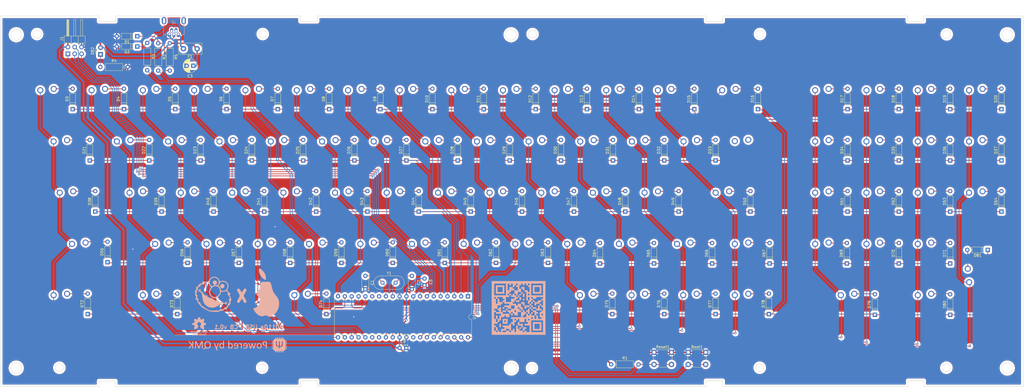
<source format=kicad_pcb>
(kicad_pcb (version 20171130) (host pcbnew "(5.1.5)-3")
  (layers (0 F.Cu signal) (31 B.Cu signal) (34 B.Paste user) (35 F.Paste user) (36 B.SilkS user) (37 F.SilkS user) (38 B.Mask user) (39 F.Mask user) (44 Edge.Cuts user))
  (net 0 "")
  (net 1 boot)
  (net 2 GND)
  (net 3 "Net-(C1-Pad1)")
  (net 4 "Net-(C2-Pad1)")
  (net 5 +5V)
  (net 6 "Net-(D1-Pad1)")
  (net 7 "Net-(D2-Pad1)")
  (net 8 row0)
  (net 9 "Net-(D3-Pad2)")
  (net 10 "Net-(D4-Pad2)")
  (net 11 "Net-(D5-Pad2)")
  (net 12 "Net-(D6-Pad2)")
  (net 13 "Net-(D7-Pad2)")
  (net 14 "Net-(D8-Pad2)")
  (net 15 "Net-(D9-Pad2)")
  (net 16 "Net-(D10-Pad2)")
  (net 17 "Net-(D11-Pad2)")
  (net 18 "Net-(D12-Pad2)")
  (net 19 "Net-(D13-Pad2)")
  (net 20 "Net-(D14-Pad2)")
  (net 21 "Net-(D15-Pad2)")
  (net 22 "Net-(D16-Pad2)")
  (net 23 "Net-(D17-Pad2)")
  (net 24 "Net-(D18-Pad2)")
  (net 25 "Net-(D19-Pad2)")
  (net 26 "Net-(D20-Pad2)")
  (net 27 row1)
  (net 28 "Net-(D21-Pad2)")
  (net 29 "Net-(D22-Pad2)")
  (net 30 "Net-(D23-Pad2)")
  (net 31 "Net-(D24-Pad2)")
  (net 32 "Net-(D25-Pad2)")
  (net 33 "Net-(D26-Pad2)")
  (net 34 "Net-(D27-Pad2)")
  (net 35 "Net-(D28-Pad2)")
  (net 36 "Net-(D29-Pad2)")
  (net 37 "Net-(D30-Pad2)")
  (net 38 "Net-(D31-Pad2)")
  (net 39 "Net-(D32-Pad2)")
  (net 40 "Net-(D33-Pad2)")
  (net 41 "Net-(D34-Pad2)")
  (net 42 "Net-(D35-Pad2)")
  (net 43 "Net-(D36-Pad2)")
  (net 44 "Net-(D37-Pad2)")
  (net 45 row2)
  (net 46 "Net-(D38-Pad2)")
  (net 47 "Net-(D39-Pad2)")
  (net 48 "Net-(D40-Pad2)")
  (net 49 "Net-(D41-Pad2)")
  (net 50 "Net-(D42-Pad2)")
  (net 51 "Net-(D43-Pad2)")
  (net 52 "Net-(D44-Pad2)")
  (net 53 "Net-(D45-Pad2)")
  (net 54 "Net-(D46-Pad2)")
  (net 55 "Net-(D47-Pad2)")
  (net 56 "Net-(D48-Pad2)")
  (net 57 "Net-(D49-Pad2)")
  (net 58 "Net-(D50-Pad2)")
  (net 59 "Net-(D51-Pad2)")
  (net 60 "Net-(D52-Pad2)")
  (net 61 "Net-(D53-Pad2)")
  (net 62 "Net-(D54-Pad2)")
  (net 63 row3)
  (net 64 "Net-(D55-Pad2)")
  (net 65 "Net-(D56-Pad2)")
  (net 66 "Net-(D57-Pad2)")
  (net 67 "Net-(D58-Pad2)")
  (net 68 "Net-(D59-Pad2)")
  (net 69 "Net-(D60-Pad2)")
  (net 70 "Net-(D61-Pad2)")
  (net 71 "Net-(D62-Pad2)")
  (net 72 "Net-(D63-Pad2)")
  (net 73 "Net-(D64-Pad2)")
  (net 74 "Net-(D65-Pad2)")
  (net 75 "Net-(D66-Pad2)")
  (net 76 "Net-(D67-Pad2)")
  (net 77 "Net-(D69-Pad2)")
  (net 78 "Net-(D70-Pad2)")
  (net 79 "Net-(D71-Pad2)")
  (net 80 row4)
  (net 81 "Net-(D72-Pad2)")
  (net 82 "Net-(D73-Pad2)")
  (net 83 "Net-(D74-Pad2)")
  (net 84 "Net-(D75-Pad2)")
  (net 85 "Net-(D76-Pad2)")
  (net 86 "Net-(D77-Pad2)")
  (net 87 "Net-(D78-Pad2)")
  (net 88 "Net-(D79-Pad2)")
  (net 89 "Net-(D80-Pad2)")
  (net 90 "Net-(D81-Pad2)")
  (net 91 "Net-(D82-Pad1)")
  (net 92 VCC)
  (net 93 MISO)
  (net 94 col0)
  (net 95 col1)
  (net 96 col2)
  (net 97 col3)
  (net 98 col4)
  (net 99 col5)
  (net 100 col6)
  (net 101 col7)
  (net 102 col8)
  (net 103 col9)
  (net 104 col10)
  (net 105 col11)
  (net 106 col12)
  (net 107 col14)
  (net 108 col15)
  (net 109 col16)
  (net 110 col17)
  (net 111 reset)
  (net 112 D+)
  (net 113 D-)
  (net 114 MOSI)
  (net 115 SCK)
  (net 116 "Net-(U1-Pad32)")
  (net 117 "Net-(MX80-Pad1)")
  (net 118 "Net-(MX80-Pad2)")
  (net 119 "Net-(J2-Pad4)")
  (net 120 "Net-(J2-Pad6)")
  (net 121 "Net-(U1-Pad14)")
  (net 122 "Net-(U1-Pad15)")
  (net 123 "Net-(U1-Pad26)")
  (net 124 "Net-(U1-Pad27)")
  (module custom_parts:qmk_copper (layer F.Cu) (at 106.172 169.418)
    (fp_text reference G*** hide)
    (fp_text value LOGO hide)
    (fp_poly (pts (xy 18.033495 -1.317453) (xy 18.102951 -1.284039) (xy 18.12925 -1.233199) (xy 18.109172 -1.188728) (xy 18.052248 -1.103112) (xy 17.963437 -0.982998) (xy 17.847701 -0.835036) (xy 17.709999 -0.665874) (xy 17.670888 -0.618853) (xy 17.212526 -0.070181) (xy 17.704266 0.58767) (xy 17.836749 0.767336) (xy 17.954957 0.932316) (xy 18.053915 1.075283) (xy 18.128648 1.188907) (xy 18.174181 1.265863) (xy 18.186142 1.297448) (xy 18.150793 1.332169) (xy 18.074546 1.354392) (xy 17.979035 1.362683) (xy 17.885893 1.355606) (xy 17.816751 1.331726) (xy 17.805489 1.322703) (xy 17.774513 1.285093) (xy 17.711882 1.203825) (xy 17.623346 1.086553) (xy 17.514659 0.940931) (xy 17.391572 0.774611) (xy 17.301631 0.6523) (xy 16.843375 0.027497) (xy 16.811625 1.349375) (xy 16.651655 1.358738) (xy 16.55544 1.359983) (xy 16.487037 1.352791) (xy 16.469092 1.345509) (xy 16.464206 1.309864) (xy 16.459683 1.217525) (xy 16.45564 1.075297) (xy 16.452192 0.889986) (xy 16.449458 0.668395) (xy 16.447552 0.417332) (xy 16.446593 0.1436) (xy 16.4465 0.025672) (xy 16.4465 -1.271572) (xy 16.533812 -1.304812) (xy 16.65235 -1.321377) (xy 16.716375 -1.310821) (xy 16.811625 -1.283591) (xy 16.843375 -0.119197) (xy 17.30251 -0.697931) (xy 17.449266 -0.87987) (xy 17.581147 -1.037445) (xy 17.6927 -1.164498) (xy 17.778473 -1.25487) (xy 17.833014 -1.302402) (xy 17.841929 -1.307189) (xy 17.940079 -1.32682) (xy 18.033495 -1.317453)) (layer F.Cu) (width 0.01))
    (fp_poly (pts (xy 15.641745 -1.28802) (xy 15.718864 -1.260541) (xy 15.730215 -1.2515) (xy 15.742848 -1.233094) (xy 15.753089 -1.201741) (xy 15.761122 -1.151564) (xy 15.767135 -1.076683) (xy 15.771312 -0.971221) (xy 15.773841 -0.829299) (xy 15.774907 -0.645039) (xy 15.774696 -0.412562) (xy 15.773395 -0.125991) (xy 15.77217 0.074063) (xy 15.763875 1.349375) (xy 15.414625 1.349375) (xy 15.382875 -0.925945) (xy 14.941253 0.179965) (xy 14.840669 0.430892) (xy 14.746509 0.663964) (xy 14.661565 0.87241) (xy 14.588625 1.049463) (xy 14.530479 1.188355) (xy 14.489918 1.282318) (xy 14.46973 1.324583) (xy 14.469053 1.325562) (xy 14.420336 1.350302) (xy 14.335477 1.364169) (xy 14.303375 1.36525) (xy 14.21261 1.356546) (xy 14.148925 1.334774) (xy 14.13826 1.325562) (xy 14.120406 1.287777) (xy 14.082639 1.197463) (xy 14.027661 1.061427) (xy 13.958174 0.886478) (xy 13.876881 0.679422) (xy 13.786485 0.447067) (xy 13.689687 0.19622) (xy 13.681935 0.176047) (xy 13.255625 -0.933781) (xy 13.223875 1.349375) (xy 13.080834 1.358734) (xy 12.977814 1.35603) (xy 12.907841 1.335865) (xy 12.898272 1.328572) (xy 12.887427 1.286596) (xy 12.878193 1.189635) (xy 12.870565 1.04618) (xy 12.864537 0.864725) (xy 12.860105 0.653764) (xy 12.857265 0.42179) (xy 12.85601 0.177295) (xy 12.856337 -0.071227) (xy 12.858241 -0.315283) (xy 12.861716 -0.54638) (xy 12.866758 -0.756024) (xy 12.873362 -0.935722) (xy 12.881524 -1.076982) (xy 12.891238 -1.171309) (xy 12.899714 -1.2065) (xy 12.92768 -1.249336) (xy 12.968751 -1.274544) (xy 13.039768 -1.287952) (xy 13.156492 -1.295338) (xy 13.305176 -1.294813) (xy 13.405088 -1.276629) (xy 13.447009 -1.256465) (xy 13.475318 -1.225586) (xy 13.513647 -1.161375) (xy 13.564002 -1.059356) (xy 13.628389 -0.915055) (xy 13.708813 -0.723997) (xy 13.80728 -0.481708) (xy 13.910251 -0.223066) (xy 14.003626 0.011598) (xy 14.090186 0.226259) (xy 14.167073 0.414056) (xy 14.231433 0.56813) (xy 14.28041 0.68162) (xy 14.311148 0.747668) (xy 14.320314 0.762) (xy 14.336862 0.733733) (xy 14.374442 0.653466) (xy 14.43011 0.527995) (xy 14.500919 0.364118) (xy 14.583925 0.168633) (xy 14.676181 -0.051663) (xy 14.747448 -0.223688) (xy 14.873801 -0.526506) (xy 14.98261 -0.779884) (xy 15.072923 -0.981737) (xy 15.143782 -1.129982) (xy 15.194235 -1.222532) (xy 15.219936 -1.255563) (xy 15.297371 -1.285391) (xy 15.40849 -1.300624) (xy 15.530784 -1.301441) (xy 15.641745 -1.28802)) (layer F.Cu) (width 0.01))
    (fp_poly (pts (xy 11.41692 -1.309284) (xy 11.663494 -1.238486) (xy 11.868397 -1.120101) (xy 12.031929 -0.953813) (xy 12.154392 -0.739303) (xy 12.236086 -0.476256) (xy 12.277313 -0.164353) (xy 12.279778 -0.118842) (xy 12.279968 0.191758) (xy 12.248195 0.456015) (xy 12.182268 0.683674) (xy 12.079992 0.884482) (xy 12.041019 0.942167) (xy 11.969414 1.042148) (xy 12.088644 1.136103) (xy 12.182722 1.20159) (xy 12.304608 1.275222) (xy 12.402312 1.327841) (xy 12.532883 1.407016) (xy 12.605301 1.488033) (xy 12.624553 1.5795) (xy 12.602343 1.673205) (xy 12.577065 1.720858) (xy 12.539258 1.739732) (xy 12.475046 1.730221) (xy 12.370553 1.692721) (xy 12.340532 1.680653) (xy 12.210901 1.617151) (xy 12.046486 1.517062) (xy 11.842629 1.377462) (xy 11.742593 1.305222) (xy 11.695758 1.28074) (xy 11.6413 1.282559) (xy 11.55549 1.311845) (xy 11.548169 1.314764) (xy 11.348269 1.369384) (xy 11.120781 1.390374) (xy 10.886116 1.378906) (xy 10.66468 1.33615) (xy 10.476884 1.263279) (xy 10.456827 1.252132) (xy 10.304002 1.137685) (xy 10.164776 0.986887) (xy 10.058344 0.822162) (xy 10.026055 0.748902) (xy 9.959095 0.503329) (xy 9.922399 0.225787) (xy 9.921553 0.166172) (xy 10.32083 0.166172) (xy 10.336005 0.35768) (xy 10.351473 0.449086) (xy 10.410658 0.634465) (xy 10.50038 0.797661) (xy 10.610453 0.922112) (xy 10.667717 0.963336) (xy 10.821798 1.024825) (xy 11.007419 1.055365) (xy 11.20018 1.054054) (xy 11.375679 1.01999) (xy 11.445875 0.992109) (xy 11.610263 0.877876) (xy 11.742289 0.717866) (xy 11.812444 0.576225) (xy 11.866801 0.374564) (xy 11.894604 0.144546) (xy 11.896351 -0.095018) (xy 11.87254 -0.325321) (xy 11.823672 -0.527551) (xy 11.780412 -0.631749) (xy 11.659511 -0.804645) (xy 11.501265 -0.926235) (xy 11.305993 -0.996339) (xy 11.105582 -1.015303) (xy 10.885157 -0.990173) (xy 10.701967 -0.914774) (xy 10.552179 -0.786574) (xy 10.431955 -0.60304) (xy 10.409381 -0.555625) (xy 10.367085 -0.420485) (xy 10.337484 -0.242248) (xy 10.321694 -0.040249) (xy 10.32083 0.166172) (xy 9.921553 0.166172) (xy 9.918359 -0.058641) (xy 9.933128 -0.226142) (xy 9.997249 -0.531288) (xy 10.101761 -0.787532) (xy 10.246519 -0.994739) (xy 10.431379 -1.152774) (xy 10.656195 -1.261505) (xy 10.920824 -1.320797) (xy 11.128375 -1.332813) (xy 11.41692 -1.309284)) (layer F.Cu) (width 0.01))
    (fp_poly (pts (xy 8.637034 -0.599894) (xy 8.68386 -0.585502) (xy 8.698853 -0.553593) (xy 8.6995 -0.538688) (xy 8.688967 -0.495959) (xy 8.659207 -0.401363) (xy 8.61298 -0.262605) (xy 8.553044 -0.08739) (xy 8.482157 0.116577) (xy 8.403078 0.34159) (xy 8.318565 0.579945) (xy 8.231378 0.823935) (xy 8.144274 1.065857) (xy 8.060013 1.298003) (xy 7.981353 1.51267) (xy 7.911053 1.702152) (xy 7.851871 1.858744) (xy 7.806565 1.97474) (xy 7.777896 2.042435) (xy 7.770622 2.055812) (xy 7.722596 2.078845) (xy 7.638712 2.091932) (xy 7.543261 2.09448) (xy 7.460533 2.085897) (xy 7.414819 2.065589) (xy 7.414094 2.06451) (xy 7.41729 2.024007) (xy 7.44073 1.93824) (xy 7.480343 1.820605) (xy 7.521716 1.710575) (xy 7.64849 1.38763) (xy 7.30087 0.456007) (xy 7.215016 0.223936) (xy 7.136871 0.008893) (xy 7.069145 -0.181364) (xy 7.014547 -0.339076) (xy 6.975787 -0.456484) (xy 6.955574 -0.52583) (xy 6.95325 -0.539433) (xy 6.960893 -0.576584) (xy 6.993946 -0.595772) (xy 7.067596 -0.602654) (xy 7.124478 -0.60325) (xy 7.231766 -0.59824) (xy 7.291551 -0.580262) (xy 7.318171 -0.547688) (xy 7.335053 -0.502423) (xy 7.369744 -0.406795) (xy 7.418834 -0.270295) (xy 7.478916 -0.102411) (xy 7.546581 0.087367) (xy 7.576283 0.170876) (xy 7.645744 0.365276) (xy 7.708898 0.540076) (xy 7.762408 0.686196) (xy 7.802937 0.79456) (xy 7.82715 0.85609) (xy 7.831761 0.865966) (xy 7.847067 0.846435) (xy 7.87949 0.774453) (xy 7.926011 0.65779) (xy 7.983607 0.504216) (xy 8.049257 0.3215) (xy 8.098539 0.179975) (xy 8.168655 -0.022865) (xy 8.232726 -0.206232) (xy 8.287643 -0.361392) (xy 8.3303 -0.479609) (xy 8.357587 -0.552149) (xy 8.365616 -0.570678) (xy 8.406622 -0.589582) (xy 8.488561 -0.601335) (xy 8.542623 -0.60325) (xy 8.637034 -0.599894)) (layer F.Cu) (width 0.01))
    (fp_poly (pts (xy 5.280859 -1.494348) (xy 5.36575 -1.462072) (xy 5.36575 -0.373464) (xy 5.476887 -0.458232) (xy 5.66014 -0.570455) (xy 5.847344 -0.626217) (xy 5.969 -0.635) (xy 6.18116 -0.608106) (xy 6.359228 -0.528533) (xy 6.501959 -0.397946) (xy 6.608108 -0.218011) (xy 6.676429 0.009606) (xy 6.705679 0.283239) (xy 6.706748 0.351935) (xy 6.686032 0.644576) (xy 6.623954 0.890531) (xy 6.520833 1.089134) (xy 6.376986 1.239718) (xy 6.24492 1.319652) (xy 6.046401 1.382694) (xy 5.848153 1.391099) (xy 5.664513 1.344582) (xy 5.636814 1.33171) (xy 5.533905 1.270748) (xy 5.439833 1.200043) (xy 5.42465 1.186218) (xy 5.338296 1.103485) (xy 5.32821 1.22643) (xy 5.319225 1.300683) (xy 5.296354 1.338025) (xy 5.241693 1.353211) (xy 5.167312 1.359052) (xy 5.0165 1.368729) (xy 5.0165 0.748778) (xy 5.36575 0.748778) (xy 5.500687 0.880745) (xy 5.656079 1.006261) (xy 5.804018 1.069939) (xy 5.947784 1.072525) (xy 6.090222 1.015034) (xy 6.199002 0.917259) (xy 6.273955 0.775093) (xy 6.316571 0.584466) (xy 6.328508 0.365125) (xy 6.318411 0.154856) (xy 6.286403 -0.007846) (xy 6.228458 -0.136347) (xy 6.146815 -0.237822) (xy 6.037188 -0.305735) (xy 5.903667 -0.322977) (xy 5.756999 -0.292096) (xy 5.607929 -0.21564) (xy 5.467204 -0.096158) (xy 5.444447 -0.071254) (xy 5.411248 -0.029168) (xy 5.389243 0.016249) (xy 5.376102 0.078615) (xy 5.36949 0.171546) (xy 5.367075 0.30866) (xy 5.366753 0.382326) (xy 5.36575 0.748778) (xy 5.0165 0.748778) (xy 5.0165 -1.487205) (xy 5.106234 -1.506914) (xy 5.205352 -1.510434) (xy 5.280859 -1.494348)) (layer F.Cu) (width 0.01))
    (fp_poly (pts (xy 3.289196 -1.486251) (xy 3.444875 -1.476375) (xy 3.444875 1.349375) (xy 3.159125 1.349375) (xy 3.14325 1.210713) (xy 3.127375 1.072052) (xy 3.063913 1.142566) (xy 2.919073 1.261011) (xy 2.739863 1.343415) (xy 2.545129 1.384966) (xy 2.353718 1.380855) (xy 2.242336 1.35229) (xy 2.067457 1.254644) (xy 1.930036 1.106563) (xy 1.830881 0.909466) (xy 1.770797 0.664772) (xy 1.753643 0.492125) (xy 1.75538 0.381) (xy 2.127604 0.381) (xy 2.137238 0.590976) (xy 2.168672 0.752978) (xy 2.225698 0.879927) (xy 2.301972 0.974822) (xy 2.426209 1.058623) (xy 2.567126 1.083849) (xy 2.715853 1.050061) (xy 2.807125 0.99994) (xy 2.914572 0.92323) (xy 2.98912 0.85458) (xy 3.036787 0.779889) (xy 3.063593 0.685055) (xy 3.075557 0.555977) (xy 3.0787 0.378553) (xy 3.078746 0.363631) (xy 3.07975 -0.018863) (xy 2.960687 -0.132678) (xy 2.848466 -0.230567) (xy 2.751989 -0.287298) (xy 2.649328 -0.312832) (xy 2.553773 -0.3175) (xy 2.452996 -0.310586) (xy 2.38118 -0.280651) (xy 2.306975 -0.213906) (xy 2.298914 -0.205416) (xy 2.21777 -0.099788) (xy 2.165107 0.021759) (xy 2.136523 0.174299) (xy 2.127613 0.372904) (xy 2.127604 0.381) (xy 1.75538 0.381) (xy 1.758252 0.197352) (xy 1.804163 -0.056896) (xy 1.889446 -0.268023) (xy 2.012171 -0.433431) (xy 2.170409 -0.550525) (xy 2.36223 -0.616706) (xy 2.585706 -0.629379) (xy 2.586804 -0.629309) (xy 2.721059 -0.614261) (xy 2.822456 -0.582988) (xy 2.921321 -0.525585) (xy 2.936374 -0.515119) (xy 3.07975 -0.414059) (xy 3.080236 -0.913467) (xy 3.082015 -1.087479) (xy 3.086607 -1.240567) (xy 3.093418 -1.36079) (xy 3.101855 -1.436207) (xy 3.10712 -1.454501) (xy 3.161335 -1.482283) (xy 3.273225 -1.487142) (xy 3.289196 -1.486251)) (layer F.Cu) (width 0.01))
    (fp_poly (pts (xy 0.629237 -0.629934) (xy 0.852552 -0.590263) (xy 1.038359 -0.500162) (xy 1.184278 -0.362101) (xy 1.287931 -0.178549) (xy 1.346937 0.048025) (xy 1.355549 0.123684) (xy 1.364047 0.22668) (xy 1.365078 0.304906) (xy 1.35125 0.361763) (xy 1.315173 0.400652) (xy 1.249456 0.424975) (xy 1.146709 0.438132) (xy 0.999539 0.443527) (xy 0.800557 0.444559) (xy 0.658439 0.4445) (xy 0.022905 0.4445) (xy 0.041965 0.605438) (xy 0.086808 0.792424) (xy 0.172627 0.932215) (xy 0.301371 1.026396) (xy 0.474988 1.076552) (xy 0.633168 1.086258) (xy 0.784071 1.074396) (xy 0.946959 1.046132) (xy 1.037508 1.022417) (xy 1.165051 0.988694) (xy 1.24536 0.986644) (xy 1.287758 1.019065) (xy 1.301567 1.088755) (xy 1.30175 1.101724) (xy 1.277311 1.188746) (xy 1.201147 1.259249) (xy 1.06898 1.316267) (xy 0.957463 1.34608) (xy 0.675078 1.389837) (xy 0.426733 1.384013) (xy 0.237461 1.339804) (xy 0.043034 1.25391) (xy -0.102246 1.142602) (xy -0.208414 0.994794) (xy -0.285504 0.799401) (xy -0.300437 0.745567) (xy -0.341563 0.487542) (xy -0.336398 0.224082) (xy -0.321781 0.150812) (xy 0.031927 0.150812) (xy 0.047933 0.16672) (xy 0.100669 0.178094) (xy 0.196964 0.185483) (xy 0.343649 0.189433) (xy 0.527408 0.1905) (xy 1.023066 0.1905) (xy 1.000936 0.072534) (xy 0.945224 -0.10906) (xy 0.85506 -0.237711) (xy 0.728498 -0.315022) (xy 0.563595 -0.342599) (xy 0.499709 -0.341012) (xy 0.384067 -0.328037) (xy 0.303676 -0.299805) (xy 0.230403 -0.244889) (xy 0.205711 -0.221607) (xy 0.113349 -0.102379) (xy 0.051204 0.036715) (xy 0.031927 0.150812) (xy -0.321781 0.150812) (xy -0.286602 -0.025512) (xy -0.219666 -0.194571) (xy -0.13207 -0.320536) (xy -0.006919 -0.442652) (xy 0.13426 -0.542901) (xy 0.267941 -0.602709) (xy 0.376268 -0.62178) (xy 0.514509 -0.631237) (xy 0.629237 -0.629934)) (layer F.Cu) (width 0.01))
    (fp_poly (pts (xy -0.665319 -0.625786) (xy -0.587885 -0.591566) (xy -0.549757 -0.522476) (xy -0.53975 -0.411356) (xy -0.53975 -0.253446) (xy -0.715898 -0.274148) (xy -0.854537 -0.280016) (xy -0.9614 -0.254037) (xy -1.054763 -0.187469) (xy -1.152906 -0.071572) (xy -1.160222 -0.061667) (xy -1.268627 0.086011) (xy -1.285875 1.349375) (xy -1.429933 1.358776) (xy -1.521276 1.359843) (xy -1.584197 1.351598) (xy -1.59662 1.345547) (xy -1.602268 1.309278) (xy -1.607402 1.217463) (xy -1.611838 1.078057) (xy -1.615394 0.899014) (xy -1.617889 0.688286) (xy -1.619139 0.453829) (xy -1.61925 0.358093) (xy -1.61925 -0.60673) (xy -1.468438 -0.597053) (xy -1.317625 -0.587375) (xy -1.307908 -0.453361) (xy -1.29819 -0.319347) (xy -1.200007 -0.43117) (xy -1.067696 -0.552837) (xy -0.928574 -0.618326) (xy -0.79324 -0.635) (xy -0.665319 -0.625786)) (layer F.Cu) (width 0.01))
    (fp_poly (pts (xy -2.700072 -0.60906) (xy -2.500989 -0.53408) (xy -2.341755 -0.410906) (xy -2.224502 -0.241006) (xy -2.172199 -0.107511) (xy -2.144177 0.018804) (xy -2.130261 0.152742) (xy -2.130701 0.275607) (xy -2.145745 0.368703) (xy -2.16535 0.4064) (xy -2.203445 0.421018) (xy -2.287547 0.431881) (xy -2.42213 0.439242) (xy -2.611666 0.443358) (xy -2.8321 0.4445) (xy -3.46075 0.4445) (xy -3.459357 0.531812) (xy -3.428502 0.71109) (xy -3.347972 0.871536) (xy -3.227035 0.99744) (xy -3.159692 1.039791) (xy -3.047318 1.073427) (xy -2.894884 1.085998) (xy -2.72202 1.078107) (xy -2.548354 1.050357) (xy -2.430941 1.017416) (xy -2.320981 0.982712) (xy -2.255701 0.97263) (xy -2.221936 0.985598) (xy -2.217115 0.991877) (xy -2.193744 1.068104) (xy -2.197063 1.15694) (xy -2.22489 1.225552) (xy -2.233179 1.233937) (xy -2.334546 1.289709) (xy -2.48141 1.334792) (xy -2.656356 1.36713) (xy -2.84197 1.384665) (xy -3.020839 1.38534) (xy -3.175547 1.367097) (xy -3.232998 1.352052) (xy -3.438798 1.256769) (xy -3.599397 1.119463) (xy -3.716741 0.937648) (xy -3.792779 0.708836) (xy -3.810348 0.614913) (xy -3.825848 0.380675) (xy -3.805519 0.139595) (xy -3.794654 0.094627) (xy -3.4601 0.094627) (xy -3.457791 0.140073) (xy -3.4213 0.168271) (xy -3.343841 0.183334) (xy -3.21863 0.189374) (xy -3.03888 0.190504) (xy -2.968625 0.1905) (xy -2.781275 0.189931) (xy -2.648272 0.187538) (xy -2.560469 0.182286) (xy -2.508717 0.173142) (xy -2.483868 0.159074) (xy -2.476775 0.139048) (xy -2.476678 0.134937) (xy -2.502436 -0.01306) (xy -2.569497 -0.156459) (xy -2.635017 -0.237902) (xy -2.708379 -0.295428) (xy -2.791836 -0.326828) (xy -2.911832 -0.34201) (xy -2.913031 -0.342095) (xy -3.086725 -0.331142) (xy -3.226374 -0.268769) (xy -3.338474 -0.151189) (xy -3.389313 -0.064454) (xy -3.435012 0.027822) (xy -3.4601 0.094627) (xy -3.794654 0.094627) (xy -3.752276 -0.08076) (xy -3.73071 -0.137777) (xy -3.618801 -0.327569) (xy -3.46254 -0.475556) (xy -3.268827 -0.57742) (xy -3.044564 -0.628844) (xy -2.936875 -0.63438) (xy -2.700072 -0.60906)) (layer F.Cu) (width 0.01))
    (fp_poly (pts (xy -6.433854 -0.341313) (xy -6.385617 -0.179536) (xy -6.333453 -0.002555) (xy -6.288293 0.152532) (xy -6.2865 0.15875) (xy -6.24254 0.309703) (xy -6.190582 0.485778) (xy -6.141144 0.651353) (xy -6.136506 0.66675) (xy -6.055125 0.936625) (xy -5.85698 0.201339) (xy -5.800573 -0.006177) (xy -5.748619 -0.193905) (xy -5.703664 -0.35292) (xy -5.668254 -0.474293) (xy -5.644936 -0.549097) (xy -5.637419 -0.568599) (xy -5.595567 -0.588809) (xy -5.51316 -0.601296) (xy -5.460619 -0.60325) (xy -5.366713 -0.600324) (xy -5.316451 -0.584137) (xy -5.290013 -0.54358) (xy -5.276542 -0.500063) (xy -5.217439 -0.289882) (xy -5.155457 -0.073622) (xy -5.093185 0.140113) (xy -5.033209 0.342717) (xy -4.978118 0.525586) (xy -4.930499 0.680114) (xy -4.892939 0.797697) (xy -4.868027 0.869728) (xy -4.858913 0.888775) (xy -4.845182 0.859729) (xy -4.817472 0.779196) (xy -4.778847 0.656862) (xy -4.732372 0.502408) (xy -4.685552 0.341087) (xy -4.630089 0.147419) (xy -4.575941 -0.040643) (xy -4.527425 -0.208173) (xy -4.48886 -0.34025) (xy -4.469739 -0.404813) (xy -4.41025 -0.60325) (xy -4.254874 -0.60325) (xy -4.160668 -0.597293) (xy -4.095293 -0.582134) (xy -4.079967 -0.571648) (xy -4.085006 -0.536388) (xy -4.106327 -0.449616) (xy -4.141224 -0.320413) (xy -4.186991 -0.157862) (xy -4.240925 0.028953) (xy -4.300318 0.230952) (xy -4.362467 0.43905) (xy -4.424666 0.644166) (xy -4.484211 0.837217) (xy -4.538395 1.00912) (xy -4.584515 1.150794) (xy -4.619864 1.253155) (xy -4.635574 1.293812) (xy -4.660704 1.334464) (xy -4.703558 1.356039) (xy -4.781672 1.364295) (xy -4.853182 1.36525) (xy -4.97 1.358476) (xy -5.050095 1.340173) (xy -5.073042 1.325562) (xy -5.091292 1.284328) (xy -5.123813 1.191603) (xy -5.167516 1.056979) (xy -5.219316 0.890048) (xy -5.276125 0.700401) (xy -5.29529 0.635) (xy -5.484971 -0.015875) (xy -5.523099 0.127) (xy -5.610923 0.455283) (xy -5.683749 0.725646) (xy -5.742558 0.941623) (xy -5.788331 1.106749) (xy -5.82205 1.22456) (xy -5.844695 1.298591) (xy -5.857248 1.332378) (xy -5.85798 1.333669) (xy -5.900995 1.353484) (xy -5.984593 1.363507) (xy -6.086686 1.364163) (xy -6.185185 1.355876) (xy -6.258001 1.339071) (xy -6.279785 1.325562) (xy -6.297786 1.285148) (xy -6.330818 1.193176) (xy -6.375985 1.059006) (xy -6.43039 0.891996) (xy -6.491138 0.701506) (xy -6.555332 0.496894) (xy -6.620075 0.28752) (xy -6.682471 0.082743) (xy -6.739625 -0.108079) (xy -6.788639 -0.275585) (xy -6.826617 -0.410417) (xy -6.850664 -0.503216) (xy -6.858 -0.542863) (xy -6.849377 -0.578052) (xy -6.813591 -0.596289) (xy -6.735765 -0.602778) (xy -6.685297 -0.60325) (xy -6.512593 -0.60325) (xy -6.433854 -0.341313)) (layer F.Cu) (width 0.01))
    (fp_poly (pts (xy -7.957596 -0.628394) (xy -7.73812 -0.601257) (xy -7.564174 -0.543278) (xy -7.423082 -0.449001) (xy -7.34067 -0.362875) (xy -7.242206 -0.200216) (xy -7.173669 0.003733) (xy -7.137192 0.233168) (xy -7.134906 0.472287) (xy -7.168944 0.705286) (xy -7.187295 0.774107) (xy -7.271165 0.957929) (xy -7.400629 1.124104) (xy -7.561008 1.257638) (xy -7.737618 1.34354) (xy -7.748068 1.34675) (xy -7.92928 1.382475) (xy -8.126838 1.392431) (xy -8.31044 1.375953) (xy -8.377573 1.360569) (xy -8.578112 1.273675) (xy -8.738188 1.139298) (xy -8.859167 0.955907) (xy -8.940322 0.73025) (xy -8.980297 0.473266) (xy -8.977494 0.389296) (xy -8.60425 0.389296) (xy -8.584262 0.614132) (xy -8.52613 0.80053) (xy -8.432604 0.942821) (xy -8.306435 1.035336) (xy -8.286734 1.04383) (xy -8.182068 1.067954) (xy -8.048492 1.076504) (xy -7.917581 1.069072) (xy -7.831552 1.049718) (xy -7.705879 0.969395) (xy -7.606326 0.839606) (xy -7.537222 0.670529) (xy -7.502895 0.472342) (xy -7.504914 0.281702) (xy -7.538317 0.067292) (xy -7.596464 -0.09396) (xy -7.684114 -0.20917) (xy -7.806027 -0.285454) (xy -7.905708 -0.31749) (xy -8.095211 -0.336118) (xy -8.260526 -0.298474) (xy -8.397822 -0.208435) (xy -8.503266 -0.069876) (xy -8.573029 0.113324) (xy -8.603277 0.33729) (xy -8.60425 0.389296) (xy -8.977494 0.389296) (xy -8.97182 0.219408) (xy -8.917534 -0.019064) (xy -8.820083 -0.229887) (xy -8.700276 -0.383248) (xy -8.549492 -0.507785) (xy -8.385216 -0.587139) (xy -8.193609 -0.625878) (xy -7.960833 -0.628569) (xy -7.957596 -0.628394)) (layer F.Cu) (width 0.01))
    (fp_poly (pts (xy -10.238987 -1.300357) (xy -10.075802 -1.2921) (xy -9.930743 -1.278966) (xy -9.817371 -1.261093) (xy -9.784316 -1.252763) (xy -9.583952 -1.163851) (xy -9.428825 -1.031576) (xy -9.32172 -0.8598) (xy -9.265424 -0.652384) (xy -9.25713 -0.522016) (xy -9.283772 -0.279579) (xy -9.361313 -0.074046) (xy -9.487813 0.092901) (xy -9.661335 0.21958) (xy -9.87994 0.304308) (xy -10.14169 0.345403) (xy -10.261013 0.34925) (xy -10.50925 0.34925) (xy -10.50925 0.81915) (xy -10.51158 1.033583) (xy -10.518726 1.187807) (xy -10.530922 1.284946) (xy -10.54735 1.32715) (xy -10.599874 1.349621) (xy -10.685862 1.362614) (xy -10.778142 1.364699) (xy -10.849542 1.354446) (xy -10.869084 1.344083) (xy -10.873701 1.308723) (xy -10.877971 1.216722) (xy -10.881781 1.07494) (xy -10.88502 0.890236) (xy -10.887576 0.669469) (xy -10.889336 0.419498) (xy -10.890187 0.147183) (xy -10.89025 0.048683) (xy -10.889727 -0.294067) (xy -10.888075 -0.577493) (xy -10.885174 -0.805762) (xy -10.880902 -0.983043) (xy -10.880849 -0.98425) (xy -10.50925 -0.98425) (xy -10.50925 0.03175) (xy -10.263188 0.0317) (xy -10.085997 0.023269) (xy -9.957816 -0.003239) (xy -9.908257 -0.023862) (xy -9.785349 -0.108711) (xy -9.70732 -0.220821) (xy -9.667013 -0.372537) (xy -9.65951 -0.45278) (xy -9.66706 -0.639595) (xy -9.715855 -0.782885) (xy -9.809153 -0.885599) (xy -9.950213 -0.950686) (xy -10.142292 -0.981095) (xy -10.246818 -0.98425) (xy -10.50925 -0.98425) (xy -10.880849 -0.98425) (xy -10.875139 -1.113504) (xy -10.867765 -1.201311) (xy -10.858657 -1.250634) (xy -10.852151 -1.26365) (xy -10.801758 -1.281852) (xy -10.701684 -1.294484) (xy -10.56549 -1.301687) (xy -10.406737 -1.303599) (xy -10.238987 -1.300357)) (layer F.Cu) (width 0.01))
    (fp_poly (pts (xy -16.200438 -2.756053) (xy -16.049625 -2.746375) (xy -16.040452 -2.468563) (xy -16.031278 -2.19075) (xy -15.718723 -2.19075) (xy -15.709549 -2.468563) (xy -15.700375 -2.746375) (xy -15.414625 -2.746375) (xy -15.405452 -2.468563) (xy -15.396278 -2.19075) (xy -15.083723 -2.19075) (xy -15.074549 -2.468563) (xy -15.065375 -2.746375) (xy -14.925647 -2.756373) (xy -14.817259 -2.753438) (xy -14.760828 -2.726645) (xy -14.759446 -2.724623) (xy -14.7467 -2.674327) (xy -14.737173 -2.579459) (xy -14.732635 -2.458933) (xy -14.732487 -2.436813) (xy -14.732 -2.19075) (xy -14.416973 -2.19075) (xy -14.407799 -2.468563) (xy -14.398625 -2.746375) (xy -14.112875 -2.746375) (xy -14.103702 -2.468563) (xy -14.094528 -2.19075) (xy -13.957883 -2.19075) (xy -13.777724 -2.160883) (xy -13.615621 -2.077896) (xy -13.482023 -1.951712) (xy -13.387377 -1.792255) (xy -13.342134 -1.609446) (xy -13.341809 -1.605669) (xy -13.327333 -1.431111) (xy -12.779375 -1.412875) (xy -12.769378 -1.273147) (xy -12.772313 -1.164759) (xy -12.799106 -1.108328) (xy -12.801128 -1.106946) (xy -12.851424 -1.0942) (xy -12.946292 -1.084673) (xy -13.066818 -1.080135) (xy -13.088938 -1.079987) (xy -13.335 -1.0795) (xy -13.335 -0.79375) (xy -13.088938 -0.793264) (xy -12.965885 -0.789772) (xy -12.865212 -0.780984) (xy -12.805831 -0.768669) (xy -12.801128 -0.766305) (xy -12.773131 -0.712773) (xy -12.768921 -0.606915) (xy -12.769378 -0.600104) (xy -12.779375 -0.460375) (xy -13.057188 -0.451202) (xy -13.335001 -0.442028) (xy -13.335001 -0.129473) (xy -12.779375 -0.111125) (xy -12.779375 0.174625) (xy -13.057188 0.183798) (xy -13.335 0.192972) (xy -13.335 0.505527) (xy -13.057188 0.514701) (xy -12.779375 0.523875) (xy -12.769378 0.663603) (xy -12.772313 0.771991) (xy -12.799106 0.828422) (xy -12.801128 0.829804) (xy -12.851361 0.842508) (xy -12.946258 0.852024) (xy -13.067002 0.856598) (xy -13.090678 0.856763) (xy -13.33848 0.85725) (xy -13.328803 1.008062) (xy -13.319125 1.158875) (xy -13.039625 1.168073) (xy -12.760124 1.177271) (xy -12.76975 1.326823) (xy -12.779375 1.476375) (xy -13.053354 1.485492) (xy -13.327333 1.49461) (xy -13.341809 1.669168) (xy -13.385971 1.852337) (xy -13.479742 2.012352) (xy -13.612673 2.139288) (xy -13.774314 2.223225) (xy -13.954217 2.254237) (xy -13.957883 2.25425) (xy -14.094528 2.25425) (xy -14.103702 2.532062) (xy -14.112875 2.809875) (xy -14.263688 2.819552) (xy -14.4145 2.829229) (xy -14.4145 2.25425) (xy -14.732 2.25425) (xy -14.732487 2.500312) (xy -14.735979 2.623365) (xy -14.744767 2.724038) (xy -14.757082 2.783419) (xy -14.759446 2.788122) (xy -14.812978 2.816119) (xy -14.918836 2.820329) (xy -14.925647 2.819872) (xy -15.065375 2.809875) (xy -15.074549 2.532062) (xy -15.083723 2.25425) (xy -15.396278 2.25425) (xy -15.405452 2.532062) (xy -15.414625 2.809875) (xy -15.700375 2.809875) (xy -15.709549 2.532062) (xy -15.718723 2.25425) (xy -16.031278 2.25425) (xy -16.040452 2.532062) (xy -16.049625 2.809875) (xy -16.200438 2.819552) (xy -16.35125 2.829229) (xy -16.35125 2.25425) (xy -16.66875 2.25425) (xy -16.66875 2.489778) (xy -16.670807 2.639103) (xy -16.680809 2.736154) (xy -16.70451 2.792116) (xy -16.74766 2.818176) (xy -16.816012 2.825522) (xy -16.841481 2.82575) (xy -16.929485 2.821136) (xy -16.98802 2.809586) (xy -16.996834 2.804583) (xy -17.00663 2.764999) (xy -17.014022 2.678406) (xy -17.017771 2.561285) (xy -17.018 2.522764) (xy -17.018 2.262113) (xy -17.185618 2.248213) (xy -17.374798 2.202695) (xy -17.538004 2.105517) (xy -17.665657 1.966241) (xy -17.748177 1.794428) (xy -17.773866 1.661047) (xy -17.787668 1.49461) (xy -18.061647 1.485492) (xy -18.335625 1.476375) (xy -18.335625 1.190625) (xy -18.057813 1.181451) (xy -17.78 1.172277) (xy -17.78 0.85725) (xy -18.026063 0.856763) (xy -18.149116 0.853271) (xy -18.249789 0.844483) (xy -18.30917 0.832168) (xy -18.313873 0.829804) (xy -18.34187 0.776272) (xy -18.34608 0.670414) (xy -18.345623 0.663603) (xy -18.335625 0.523875) (xy -18.057813 0.514701) (xy -17.78 0.505527) (xy -17.78 0.192972) (xy -18.057813 0.183798) (xy -18.335625 0.174625) (xy -18.335625 -0.111125) (xy -18.057813 -0.120299) (xy -17.78 -0.129473) (xy -17.78 -0.442028) (xy -18.057813 -0.451202) (xy -18.335625 -0.460375) (xy -18.345623 -0.600104) (xy -18.342688 -0.708492) (xy -18.315895 -0.764923) (xy -18.313873 -0.766305) (xy -18.263577 -0.779051) (xy -18.168709 -0.788578) (xy -18.048183 -0.793116) (xy -18.026063 -0.793264) (xy -17.78 -0.79375) (xy -17.78 -0.874526) (xy -16.826353 -0.874526) (xy -16.82432 -0.658953) (xy -16.822605 -0.559431) (xy -16.810396 0.088193) (xy -16.699628 0.306034) (xy -16.580174 0.492659) (xy -16.431425 0.633322) (xy -16.245588 0.732884) (xy -16.014871 0.796207) (xy -15.882938 0.815494) (xy -15.71625 0.834383) (xy -15.71625 1.097171) (xy -15.711966 1.247992) (xy -15.698748 1.339711) (xy -15.676563 1.375972) (xy -15.571676 1.393703) (xy -15.461349 1.37789) (xy -15.428413 1.364132) (xy -15.396925 1.338695) (xy -15.378311 1.294391) (xy -15.369395 1.216642) (xy -15.367006 1.090873) (xy -15.367 1.082041) (xy -15.367 0.832816) (xy -15.196758 0.811546) (xy -14.969745 0.756818) (xy -14.758335 0.656155) (xy -14.576284 0.518541) (xy -14.437353 0.352961) (xy -14.40308 0.293258) (xy -14.360937 0.188624) (xy -14.329297 0.056207) (xy -14.307212 -0.112122) (xy -14.293731 -0.324494) (xy -14.287906 -0.589039) (xy -14.2875 -0.696666) (xy -14.287808 -0.9064) (xy -14.290345 -1.061031) (xy -14.297535 -1.168956) (xy -14.311801 -1.23857) (xy -14.335567 -1.278271) (xy -14.371255 -1.296454) (xy -14.42129 -1.301518) (xy -14.462126 -1.301751) (xy -14.521589 -1.300814) (xy -14.565745 -1.292522) (xy -14.596876 -1.268649) (xy -14.61726 -1.22097) (xy -14.629179 -1.141261) (xy -14.634912 -1.021297) (xy -14.636741 -0.852852) (xy -14.636928 -0.671291) (xy -14.638678 -0.475309) (xy -14.643431 -0.293754) (xy -14.650616 -0.139182) (xy -14.659664 -0.024152) (xy -14.66901 0.035484) (xy -14.751671 0.222068) (xy -14.882187 0.369774) (xy -15.054603 0.473442) (xy -15.232063 0.523473) (xy -15.367 0.545331) (xy -15.367 -0.34011) (xy -15.367256 -0.612142) (xy -15.368775 -0.827335) (xy -15.372681 -0.992348) (xy -15.3801 -1.11384) (xy -15.392157 -1.198473) (xy -15.409979 -1.252906) (xy -15.43469 -1.283798) (xy -15.467416 -1.297811) (xy -15.509283 -1.301603) (xy -15.529504 -1.30175) (xy -15.582824 -1.302038) (xy -15.62491 -1.298432) (xy -15.657088 -1.28423) (xy -15.680682 -1.252729) (xy -15.69702 -1.197228) (xy -15.707426 -1.111022) (xy -15.713226 -0.987411) (xy -15.715747 -0.819691) (xy -15.716315 -0.601159) (xy -15.71625 -0.357671) (xy -15.71625 0.547865) (xy -15.851188 0.526827) (xy -16.065028 0.466701) (xy -16.237834 0.360366) (xy -16.366461 0.20976) (xy -16.366958 0.208949) (xy -16.462375 0.052774) (xy -16.473246 -0.600614) (xy -16.478983 -0.853368) (xy -16.486856 -1.045082) (xy -16.497035 -1.17819) (xy -16.509692 -1.255122) (xy -16.520871 -1.277391) (xy -16.594644 -1.299049) (xy -16.687436 -1.297327) (xy -16.767818 -1.274856) (xy -16.79552 -1.254403) (xy -16.809568 -1.219084) (xy -16.819224 -1.148236) (xy -16.824737 -1.035501) (xy -16.826353 -0.874526) (xy -17.78 -0.874526) (xy -17.78 -1.0795) (xy -18.012057 -1.0795) (xy -18.166869 -1.085323) (xy -18.268127 -1.106605) (xy -18.325024 -1.149064) (xy -18.346755 -1.218419) (xy -18.345877 -1.287142) (xy -18.335625 -1.412875) (xy -18.062134 -1.421986) (xy -17.788642 -1.431097) (xy -17.770946 -1.602554) (xy -17.721809 -1.795254) (xy -17.622395 -1.958657) (xy -17.481394 -2.084103) (xy -17.307495 -2.162934) (xy -17.186798 -2.184616) (xy -17.020361 -2.198418) (xy -17.011243 -2.472397) (xy -17.002125 -2.746375) (xy -16.862397 -2.756373) (xy -16.754009 -2.753438) (xy -16.697578 -2.726645) (xy -16.696196 -2.724623) (xy -16.68345 -2.674327) (xy -16.673923 -2.579459) (xy -16.669385 -2.458933) (xy -16.669237 -2.436813) (xy -16.66875 -2.19075) (xy -16.35125 -2.19075) (xy -16.35125 -2.76573) (xy -16.200438 -2.756053)) (layer F.Cu) (width 0.01))
  )
  (module custom_parts:pear_x_elmo_copper (layer F.Cu) (at 104.648 156.464)
    (fp_text reference G*** hide)
    (fp_text value LOGO hide)
    (fp_poly (pts (xy -7.056007 -2.923099) (xy -6.862852 -2.893278) (xy -6.630501 -2.881368) (xy -6.328644 -2.886861) (xy -5.98965 -2.905159) (xy -5.68318 -2.883299) (xy -5.432534 -2.769746) (xy -5.231438 -2.557082) (xy -5.073614 -2.237892) (xy -4.952786 -1.80476) (xy -4.921229 -1.642665) (xy -4.758782 -0.923001) (xy -4.544443 -0.304621) (xy -4.27141 0.22992) (xy -4.081062 0.511657) (xy -3.932678 0.710984) (xy -4.186623 0.912112) (xy -4.406203 1.142055) (xy -4.610922 1.462333) (xy -4.649159 1.53695) (xy -4.759519 1.778) (xy -4.82265 1.977432) (xy -4.851183 2.191743) (xy -4.85775 2.469994) (xy -4.849798 2.762235) (xy -4.818763 2.981254) (xy -4.753881 3.180231) (xy -4.682353 3.336488) (xy -4.459219 3.688958) (xy -4.166256 4.004429) (xy -3.83725 4.250993) (xy -3.585962 4.371929) (xy -3.382232 4.444567) (xy -3.214179 4.504987) (xy -3.155852 4.526237) (xy -3.104239 4.556755) (xy -3.092164 4.613396) (xy -3.125337 4.720665) (xy -3.209465 4.90307) (xy -3.273921 5.033105) (xy -3.539748 5.474977) (xy -3.869409 5.882565) (xy -4.235549 6.226824) (xy -4.610813 6.478706) (xy -4.657972 6.502726) (xy -5.041677 6.662791) (xy -5.375843 6.73339) (xy -5.697258 6.718206) (xy -5.99855 6.636883) (xy -6.271937 6.550426) (xy -6.491255 6.51409) (xy -6.706629 6.527626) (xy -6.968182 6.590786) (xy -7.101783 6.631399) (xy -7.377091 6.710528) (xy -7.584742 6.744306) (xy -7.775261 6.733874) (xy -7.999176 6.680372) (xy -8.088377 6.653652) (xy -8.572809 6.440942) (xy -9.00931 6.124804) (xy -9.391497 5.72182) (xy -9.712989 5.248573) (xy -9.967404 4.721647) (xy -10.14836 4.157623) (xy -10.249474 3.573084) (xy -10.264365 2.984614) (xy -10.186651 2.408795) (xy -10.009949 1.86221) (xy -9.967944 1.769899) (xy -9.843088 1.552005) (xy -9.659832 1.285594) (xy -9.448392 1.013127) (xy -9.335336 0.880899) (xy -9.091134 0.591943) (xy -8.8879 0.312691) (xy -8.716536 0.022185) (xy -8.567945 -0.300534) (xy -8.433028 -0.676425) (xy -8.302687 -1.126447) (xy -8.167824 -1.671558) (xy -8.101388 -1.961676) (xy -8.032623 -2.211265) (xy -7.949303 -2.435181) (xy -7.876812 -2.572973) (xy -7.663688 -2.780184) (xy -7.396659 -2.906033) (xy -7.117329 -2.932772) (xy -7.056007 -2.923099)) (layer F.Cu) (width 0.01))
    (fp_poly (pts (xy 7.868483 -3.222351) (xy 8.087485 -3.046736) (xy 8.094533 -3.03846) (xy 8.227173 -2.799985) (xy 8.239425 -2.559877) (xy 8.136083 -2.337897) (xy 7.921945 -2.153807) (xy 7.873298 -2.126888) (xy 7.727815 -2.05806) (xy 7.620859 -2.042468) (xy 7.492412 -2.079824) (xy 7.386874 -2.124568) (xy 7.176592 -2.268014) (xy 7.068579 -2.478624) (xy 7.0485 -2.667) (xy 7.091412 -2.928568) (xy 7.230263 -3.117555) (xy 7.372517 -3.210121) (xy 7.62532 -3.277963) (xy 7.868483 -3.222351)) (layer F.Cu) (width 0.01))
    (fp_poly (pts (xy 5.750272 -2.284838) (xy 5.967965 -2.15668) (xy 6.102605 -1.963798) (xy 6.153797 -1.737059) (xy 6.121145 -1.507329) (xy 6.004254 -1.305475) (xy 5.802729 -1.162363) (xy 5.764834 -1.147752) (xy 5.612881 -1.09807) (xy 5.512252 -1.090026) (xy 5.397341 -1.126503) (xy 5.30071 -1.168143) (xy 5.110903 -1.313278) (xy 4.985547 -1.531065) (xy 4.953 -1.7145) (xy 5.009641 -1.963312) (xy 5.159968 -2.159786) (xy 5.374588 -2.282897) (xy 5.624105 -2.311617) (xy 5.750272 -2.284838)) (layer F.Cu) (width 0.01))
    (fp_poly (pts (xy 11.802864 -0.859833) (xy 11.921502 -0.776191) (xy 12.047192 -0.620735) (xy 12.155599 -0.43478) (xy 12.222387 -0.259646) (xy 12.225588 -0.142092) (xy 12.187276 -0.081525) (xy 12.12942 -0.102945) (xy 12.028595 -0.209916) (xy 11.931212 -0.305041) (xy 11.877915 -0.323132) (xy 11.8745 -0.310943) (xy 11.830704 -0.230235) (xy 11.716769 -0.097696) (xy 11.582356 0.034414) (xy 11.290213 0.30263) (xy 11.142463 1.191048) (xy 11.063991 1.649994) (xy 10.996491 2.007144) (xy 10.933477 2.286495) (xy 10.86846 2.512045) (xy 10.794953 2.707791) (xy 10.706467 2.89773) (xy 10.653262 3.000508) (xy 10.346983 3.447499) (xy 9.953293 3.80915) (xy 9.485609 4.077341) (xy 8.95735 4.243951) (xy 8.509 4.298288) (xy 8.184744 4.30248) (xy 7.935403 4.279466) (xy 7.71068 4.223257) (xy 7.624042 4.192976) (xy 7.441558 4.112407) (xy 7.182674 3.980942) (xy 6.878566 3.815184) (xy 6.560409 3.631734) (xy 6.481042 3.584277) (xy 6.15294 3.39003) (xy 5.91251 3.257443) (xy 5.741453 3.178187) (xy 5.621467 3.143931) (xy 5.534252 3.146346) (xy 5.5245 3.148881) (xy 5.371969 3.175478) (xy 5.15168 3.194735) (xy 5.000595 3.200543) (xy 4.772432 3.215318) (xy 4.656693 3.252003) (xy 4.63547 3.290781) (xy 4.585535 3.351223) (xy 4.524375 3.353413) (xy 4.432081 3.279779) (xy 4.349315 3.124041) (xy 4.291952 2.930939) (xy 4.275867 2.74521) (xy 4.285331 2.6798) (xy 4.354127 2.572861) (xy 4.450779 2.55562) (xy 4.52594 2.624239) (xy 4.54025 2.699619) (xy 4.597877 2.839363) (xy 4.749916 2.940354) (xy 4.965103 2.982127) (xy 4.972028 2.982249) (xy 5.203678 2.938426) (xy 5.475738 2.813619) (xy 5.707688 2.658021) (xy 5.863505 2.558545) (xy 5.947035 2.556982) (xy 5.953978 2.653172) (xy 5.9506 2.667) (xy 5.953868 2.770994) (xy 6.033187 2.785453) (xy 6.175797 2.711627) (xy 6.274919 2.63525) (xy 6.436837 2.519442) (xy 6.547848 2.479808) (xy 6.590852 2.519427) (xy 6.57759 2.580731) (xy 6.561058 2.649354) (xy 6.613806 2.627527) (xy 6.650171 2.601226) (xy 6.772955 2.492815) (xy 6.902166 2.357413) (xy 7.007891 2.252887) (xy 7.096294 2.236927) (xy 7.20481 2.284694) (xy 7.362676 2.326887) (xy 7.546736 2.287948) (xy 7.773954 2.161112) (xy 8.053167 1.946423) (xy 8.254053 1.804185) (xy 8.462671 1.695427) (xy 8.561167 1.661849) (xy 8.917809 1.576088) (xy 9.175742 1.508943) (xy 9.360414 1.452307) (xy 9.497272 1.398077) (xy 9.611765 1.338146) (xy 9.650202 1.314979) (xy 9.781294 1.225012) (xy 9.80849 1.175538) (xy 9.7595 1.154396) (xy 9.657438 1.104237) (xy 9.65593 1.030744) (xy 9.737725 0.958034) (xy 9.885574 0.910221) (xy 9.938278 0.90446) (xy 10.243276 0.87872) (xy 10.438299 0.844975) (xy 10.540339 0.797942) (xy 10.566392 0.732338) (xy 10.562515 0.710417) (xy 10.582624 0.612674) (xy 10.707985 0.517257) (xy 10.768694 0.486442) (xy 10.914994 0.403155) (xy 10.953396 0.337954) (xy 10.931294 0.301394) (xy 10.872696 0.223959) (xy 10.884431 0.155251) (xy 10.981518 0.074392) (xy 11.174926 -0.037295) (xy 11.444328 -0.213639) (xy 11.60465 -0.386893) (xy 11.649602 -0.5489) (xy 11.626818 -0.623194) (xy 11.597454 -0.765969) (xy 11.662505 -0.856233) (xy 11.797734 -0.861409) (xy 11.802864 -0.859833)) (layer F.Cu) (width 0.01))
    (fp_poly (pts (xy -4.668274 -6.540769) (xy -4.641039 -6.353867) (xy -4.636473 -6.155151) (xy -4.689825 -5.660017) (xy -4.842418 -5.161629) (xy -5.079047 -4.683344) (xy -5.384508 -4.248516) (xy -5.743597 -3.880503) (xy -6.141111 -3.60266) (xy -6.365839 -3.49855) (xy -6.491986 -3.464046) (xy -6.552093 -3.508107) (xy -6.580134 -3.596552) (xy -6.610196 -3.892252) (xy -6.580214 -4.255598) (xy -6.496996 -4.646257) (xy -6.367348 -5.023893) (xy -6.322254 -5.124756) (xy -6.117473 -5.482064) (xy -5.85284 -5.83607) (xy -5.556009 -6.156247) (xy -5.254637 -6.41207) (xy -5.032967 -6.547899) (xy -4.849685 -6.62337) (xy -4.732971 -6.625798) (xy -4.668274 -6.540769)) (layer F.Cu) (width 0.01))
    (fp_poly (pts (xy -0.659594 -1.003718) (xy -0.561085 -0.954375) (xy -0.457916 -0.849225) (xy -0.33169 -0.669523) (xy -0.164222 -0.396875) (xy -0.038945 -0.203161) (xy 0.070696 -0.062049) (xy 0.142878 -0.001279) (xy 0.147472 -0.000688) (xy 0.214205 -0.052318) (xy 0.318568 -0.187315) (xy 0.438479 -0.37696) (xy 0.44355 -0.385736) (xy 0.573229 -0.600158) (xy 0.695607 -0.784465) (xy 0.779399 -0.893048) (xy 0.94963 -0.998723) (xy 1.139191 -1.006555) (xy 1.311377 -0.930397) (xy 1.429485 -0.784108) (xy 1.4605 -0.635925) (xy 1.430496 -0.524743) (xy 1.348793 -0.33116) (xy 1.227855 -0.082375) (xy 1.080145 0.194412) (xy 1.0795 0.195569) (xy 0.932562 0.46687) (xy 0.811933 0.704128) (xy 0.729845 0.882247) (xy 0.698527 0.976133) (xy 0.6985 0.977362) (xy 0.728084 1.068412) (xy 0.808702 1.244505) (xy 0.928153 1.480543) (xy 1.074235 1.751431) (xy 1.079059 1.760117) (xy 1.226582 2.03668) (xy 1.347539 2.284697) (xy 1.429506 2.477181) (xy 1.460056 2.587144) (xy 1.460059 2.587625) (xy 1.404927 2.762162) (xy 1.267933 2.908269) (xy 1.09329 2.982216) (xy 1.058818 2.9845) (xy 0.931565 2.953889) (xy 0.801377 2.852438) (xy 0.65534 2.665712) (xy 0.480543 2.379281) (xy 0.419672 2.270125) (xy 0.301198 2.066544) (xy 0.200488 1.915334) (xy 0.136077 1.843831) (xy 0.129034 1.8415) (xy 0.076793 1.893708) (xy -0.018329 2.034001) (xy -0.140438 2.237883) (xy -0.21663 2.374272) (xy -0.35291 2.609646) (xy -0.478479 2.800728) (xy -0.574777 2.920412) (xy -0.607966 2.945772) (xy -0.822803 2.979873) (xy -1.007403 2.895128) (xy -1.068432 2.837532) (xy -1.166567 2.701172) (xy -1.2065 2.583629) (xy -1.176684 2.490542) (xy -1.095106 2.311674) (xy -0.973576 2.071187) (xy -0.823902 1.793243) (xy -0.79375 1.739075) (xy -0.641434 1.46492) (xy -0.514473 1.232685) (xy -0.424356 1.063663) (xy -0.382568 0.979148) (xy -0.381 0.973948) (xy -0.41003 0.911333) (xy -0.489568 0.759034) (xy -0.608283 0.5383) (xy -0.754847 0.270375) (xy -0.79375 0.199887) (xy -0.946722 -0.084507) (xy -1.074049 -0.335908) (xy -1.164083 -0.530212) (xy -1.205178 -0.643313) (xy -1.2065 -0.654333) (xy -1.150667 -0.805671) (xy -1.011995 -0.936282) (xy -0.833725 -1.010185) (xy -0.771842 -1.016) (xy -0.659594 -1.003718)) (layer F.Cu) (width 0.01))
    (fp_poly (pts (xy 8.242122 -4.268835) (xy 8.619292 -4.106563) (xy 8.827908 -3.957821) (xy 8.969817 -3.801455) (xy 9.114552 -3.584213) (xy 9.238383 -3.349184) (xy 9.317579 -3.139456) (xy 9.333879 -3.039066) (xy 9.392448 -2.974539) (xy 9.547965 -2.927917) (xy 9.771451 -2.90063) (xy 10.033929 -2.89411) (xy 10.30642 -2.909789) (xy 10.559944 -2.9491) (xy 10.656276 -2.973733) (xy 10.886255 -3.027115) (xy 11.024376 -3.011213) (xy 11.092247 -2.913784) (xy 11.111479 -2.722588) (xy 11.111527 -2.715835) (xy 11.140753 -2.579255) (xy 11.251064 -2.513759) (xy 11.287125 -2.505056) (xy 11.609792 -2.412788) (xy 11.884593 -2.29023) (xy 12.092478 -2.150348) (xy 12.214396 -2.006108) (xy 12.231298 -1.870475) (xy 12.228996 -1.864026) (xy 12.252928 -1.768249) (xy 12.362806 -1.65639) (xy 12.524986 -1.5551) (xy 12.697677 -1.492761) (xy 12.865202 -1.417604) (xy 12.920144 -1.287874) (xy 12.863755 -1.099431) (xy 12.833278 -1.044132) (xy 12.759729 -0.902604) (xy 12.756942 -0.83019) (xy 12.800442 -0.800545) (xy 12.882699 -0.730522) (xy 12.99874 -0.586967) (xy 13.083723 -0.4623) (xy 13.190673 -0.288768) (xy 13.234549 -0.187189) (xy 13.221273 -0.122895) (xy 13.156766 -0.061214) (xy 13.152782 -0.057967) (xy 13.069005 0.053769) (xy 13.085763 0.132533) (xy 13.129222 0.276323) (xy 13.133771 0.477683) (xy 13.106371 0.700755) (xy 13.053981 0.909681) (xy 12.983561 1.068603) (xy 12.902069 1.141662) (xy 12.889647 1.143) (xy 12.835591 1.19405) (xy 12.828715 1.320381) (xy 12.86342 1.481761) (xy 12.934102 1.637957) (xy 12.96468 1.681905) (xy 13.052626 1.853616) (xy 13.021929 1.984554) (xy 12.876935 2.065611) (xy 12.772971 2.083648) (xy 12.631538 2.115133) (xy 12.577825 2.194597) (xy 12.571605 2.274148) (xy 12.544347 2.437459) (xy 12.477627 2.643429) (xy 12.446814 2.716624) (xy 12.324061 2.933755) (xy 12.141349 3.191156) (xy 11.918646 3.467056) (xy 11.675921 3.739684) (xy 11.433141 3.98727) (xy 11.210275 4.188044) (xy 11.027291 4.320235) (xy 10.940668 4.358707) (xy 10.792717 4.426905) (xy 10.624261 4.545988) (xy 10.59039 4.575541) (xy 10.423436 4.701347) (xy 10.258768 4.785844) (xy 10.230253 4.794567) (xy 10.081145 4.853605) (xy 9.88615 4.957911) (xy 9.780245 5.023891) (xy 9.460927 5.19559) (xy 9.112244 5.319005) (xy 8.77914 5.381021) (xy 8.563437 5.378937) (xy 8.397919 5.372053) (xy 8.292437 5.395932) (xy 8.281044 5.406731) (xy 8.20291 5.437451) (xy 8.034766 5.459019) (xy 7.820657 5.466652) (xy 7.546108 5.470863) (xy 7.274245 5.482502) (xy 7.112 5.494678) (xy 6.760613 5.475435) (xy 6.57225 5.418042) (xy 6.384013 5.333065) (xy 6.230443 5.252247) (xy 6.202506 5.23474) (xy 6.05565 5.188668) (xy 5.856432 5.18777) (xy 5.847716 5.188886) (xy 5.548519 5.166566) (xy 5.239377 5.026476) (xy 5.006025 4.843794) (xy 4.880291 4.742418) (xy 4.769719 4.71949) (xy 4.610391 4.760308) (xy 4.423373 4.806665) (xy 4.31563 4.77619) (xy 4.255586 4.649391) (xy 4.230472 4.525782) (xy 4.166778 4.31205) (xy 4.055811 4.081706) (xy 3.918244 3.865594) (xy 3.774753 3.694559) (xy 3.646014 3.599444) (xy 3.60291 3.589559) (xy 3.506535 3.562048) (xy 3.429189 3.464217) (xy 3.34976 3.27025) (xy 3.285731 3.015515) (xy 3.254476 2.745764) (xy 3.25451 2.650325) (xy 3.255104 2.458314) (xy 3.223926 2.35651) (xy 3.151617 2.310289) (xy 3.070577 2.222962) (xy 3.058052 2.04343) (xy 3.093519 1.87325) (xy 3.368323 1.87325) (xy 3.376444 1.960737) (xy 3.416635 1.936659) (xy 3.453894 1.889125) (xy 3.56992 1.798437) (xy 3.649582 1.778) (xy 3.697655 1.778539) (xy 3.726936 1.794011) (xy 3.736581 1.845193) (xy 3.725744 1.952865) (xy 3.693579 2.137806) (xy 3.63924 2.420795) (xy 3.619219 2.52414) (xy 3.58488 2.748783) (xy 3.572842 2.933675) (xy 3.582709 3.026012) (xy 3.621632 3.093067) (xy 3.674057 3.058923) (xy 3.711305 3.010221) (xy 3.80368 2.933433) (xy 3.874671 2.979823) (xy 3.920527 3.1468) (xy 3.921735 3.155575) (xy 3.998623 3.412875) (xy 4.157036 3.711617) (xy 4.292537 3.907147) (xy 4.409198 4.080796) (xy 4.496504 4.244698) (xy 4.50135 4.256397) (xy 4.546837 4.361241) (xy 4.563892 4.351769) (xy 4.567974 4.274122) (xy 4.599733 4.132692) (xy 4.681664 4.106843) (xy 4.811034 4.196702) (xy 4.871155 4.260182) (xy 5.017729 4.408885) (xy 5.199704 4.569907) (xy 5.386833 4.719343) (xy 5.548864 4.833284) (xy 5.655549 4.887823) (xy 5.667425 4.8895) (xy 5.702957 4.843308) (xy 5.693818 4.798892) (xy 5.7068 4.686773) (xy 5.749011 4.633623) (xy 5.822314 4.60624) (xy 5.928375 4.64056) (xy 6.094361 4.747004) (xy 6.150515 4.787654) (xy 6.360497 4.930855) (xy 6.567365 5.054587) (xy 6.675904 5.109188) (xy 6.845442 5.17214) (xy 6.976937 5.202685) (xy 7.040851 5.196121) (xy 7.027884 5.165217) (xy 7.025258 5.088481) (xy 7.052827 5.043035) (xy 7.123766 4.997993) (xy 7.238515 5.015776) (xy 7.33595 5.053052) (xy 7.495956 5.088882) (xy 7.748763 5.111113) (xy 8.060963 5.120305) (xy 8.399146 5.117016) (xy 8.729906 5.101805) (xy 9.019834 5.075232) (xy 9.235522 5.037855) (xy 9.292708 5.020317) (xy 9.438341 4.947506) (xy 9.638863 4.825807) (xy 9.826812 4.698394) (xy 10.021672 4.569741) (xy 10.188823 4.478536) (xy 10.289687 4.445) (xy 10.386853 4.398654) (xy 10.524583 4.278888) (xy 10.634113 4.15771) (xy 10.78967 3.985964) (xy 10.911657 3.902756) (xy 11.031109 3.887284) (xy 11.036808 3.887835) (xy 11.147432 3.878777) (xy 11.248428 3.810106) (xy 11.369471 3.658713) (xy 11.413729 3.594303) (xy 11.546162 3.366565) (xy 11.654191 3.126328) (xy 11.692971 3.006928) (xy 11.754889 2.833127) (xy 11.825942 2.738569) (xy 11.850288 2.7305) (xy 11.929836 2.767325) (xy 11.938 2.794) (xy 11.986751 2.855142) (xy 12.00474 2.8575) (xy 12.083266 2.799429) (xy 12.157241 2.646685) (xy 12.216491 2.431472) (xy 12.25084 2.185991) (xy 12.2555 2.063796) (xy 12.277457 1.823147) (xy 12.338407 1.680622) (xy 12.430968 1.645969) (xy 12.526468 1.706068) (xy 12.623873 1.776856) (xy 12.65871 1.74561) (xy 12.622974 1.624977) (xy 12.603295 1.584687) (xy 12.530681 1.328198) (xy 12.52229 1.029062) (xy 12.538501 0.821877) (xy 12.568813 0.709549) (xy 12.627396 0.659935) (xy 12.691382 0.645507) (xy 12.786309 0.619077) (xy 12.819231 0.55112) (xy 12.806048 0.402934) (xy 12.801896 0.376506) (xy 12.744952 0.14329) (xy 12.661111 -0.083234) (xy 12.656258 -0.093579) (xy 12.592505 -0.273278) (xy 12.610323 -0.364824) (xy 12.706224 -0.361868) (xy 12.782262 -0.323029) (xy 12.85236 -0.287755) (xy 12.83773 -0.322937) (xy 12.740165 -0.431944) (xy 12.575388 -0.577925) (xy 12.403227 -0.688687) (xy 12.37504 -0.701591) (xy 12.228357 -0.796912) (xy 12.205927 -0.899446) (xy 12.307394 -0.993665) (xy 12.3825 -1.025516) (xy 12.533431 -1.096833) (xy 12.557845 -1.16441) (xy 12.455955 -1.232756) (xy 12.393457 -1.256666) (xy 12.225018 -1.343281) (xy 12.04896 -1.472954) (xy 12.028332 -1.49152) (xy 11.85557 -1.632486) (xy 11.680699 -1.747453) (xy 11.664075 -1.756368) (xy 11.539473 -1.852507) (xy 11.520938 -1.937445) (xy 11.605341 -1.983715) (xy 11.689902 -1.983261) (xy 11.789705 -1.975185) (xy 11.785954 -1.995516) (xy 11.675036 -2.060954) (xy 11.672833 -2.062197) (xy 11.535834 -2.112204) (xy 11.310753 -2.166022) (xy 11.035912 -2.215155) (xy 10.892828 -2.235179) (xy 10.60347 -2.275623) (xy 10.421243 -2.312542) (xy 10.326619 -2.351714) (xy 10.30007 -2.398919) (xy 10.301287 -2.410242) (xy 10.373033 -2.488662) (xy 10.509792 -2.529012) (xy 10.685767 -2.55568) (xy 10.741923 -2.582329) (xy 10.685431 -2.607048) (xy 10.523458 -2.627925) (xy 10.263173 -2.643051) (xy 10.061116 -2.648602) (xy 9.747 -2.652667) (xy 9.53857 -2.649196) (xy 9.414597 -2.635305) (xy 9.353855 -2.608114) (xy 9.335113 -2.564738) (xy 9.3345 -2.549945) (xy 9.297604 -2.389397) (xy 9.202881 -2.174415) (xy 9.074273 -1.947734) (xy 8.935723 -1.752094) (xy 8.82438 -1.639393) (xy 8.646748 -1.508063) (xy 8.828293 -1.257447) (xy 9.056551 -0.843227) (xy 9.193885 -0.373884) (xy 9.228454 0.032126) (xy 9.167278 0.472545) (xy 9.008024 0.860971) (xy 8.766256 1.184846) (xy 8.457536 1.431613) (xy 8.097428 1.588715) (xy 7.701494 1.643592) (xy 7.300307 1.587939) (xy 6.893703 1.411272) (xy 6.535846 1.129493) (xy 6.243281 0.760341) (xy 6.032552 0.321553) (xy 5.988441 0.181419) (xy 5.888456 -0.176912) (xy 5.531853 -0.145329) (xy 5.230541 -0.143284) (xy 4.948484 -0.205464) (xy 4.826 -0.249631) (xy 4.770809 -0.271105) (xy 6.19684 -0.271105) (xy 6.264361 0.122522) (xy 6.417831 0.496473) (xy 6.646586 0.828488) (xy 6.939961 1.096308) (xy 7.287293 1.277673) (xy 7.493 1.331732) (xy 7.782854 1.345341) (xy 8.080415 1.300146) (xy 8.28675 1.223082) (xy 8.580687 0.994761) (xy 8.79265 0.687391) (xy 8.917485 0.323055) (xy 8.950038 -0.076164) (xy 8.885155 -0.488183) (xy 8.761077 -0.809288) (xy 8.521091 -1.177989) (xy 8.228338 -1.451618) (xy 7.900437 -1.628567) (xy 7.555011 -1.707225) (xy 7.209678 -1.685984) (xy 6.882061 -1.563234) (xy 6.589779 -1.337367) (xy 6.362304 -1.028351) (xy 6.225933 -0.662149) (xy 6.19684 -0.271105) (xy 4.770809 -0.271105) (xy 4.47675 -0.385517) (xy 4.114106 0.013616) (xy 3.925834 0.233576) (xy 3.830468 0.375947) (xy 3.828634 0.438808) (xy 3.920959 0.420239) (xy 3.993125 0.384946) (xy 4.115518 0.345158) (xy 4.158905 0.390175) (xy 4.124236 0.506133) (xy 4.01246 0.679163) (xy 3.969241 0.733797) (xy 3.805455 0.957262) (xy 3.646118 1.214634) (xy 3.50862 1.472939) (xy 3.41035 1.699203) (xy 3.368698 1.860452) (xy 3.368323 1.87325) (xy 3.093519 1.87325) (xy 3.111908 1.785021) (xy 3.230007 1.461062) (xy 3.319246 1.264585) (xy 3.54451 0.797664) (xy 3.392116 0.656431) (xy 3.285144 0.511454) (xy 3.301913 0.383157) (xy 3.443959 0.263483) (xy 3.469734 0.249191) (xy 3.590525 0.158974) (xy 3.756716 0.002756) (xy 3.933739 -0.186804) (xy 3.945424 -0.200225) (xy 4.260114 -0.563476) (xy 4.0549 -0.927094) (xy 3.890382 -1.33484) (xy 3.849967 -1.694729) (xy 4.114242 -1.694729) (xy 4.139538 -1.374677) (xy 4.220615 -1.121877) (xy 4.376686 -0.881959) (xy 4.420251 -0.82876) (xy 4.713124 -0.574619) (xy 5.066973 -0.426671) (xy 5.465948 -0.389977) (xy 5.701229 -0.419521) (xy 5.826593 -0.462069) (xy 5.902836 -0.550983) (xy 5.960798 -0.724291) (xy 5.966496 -0.746613) (xy 6.080218 -1.097045) (xy 6.235845 -1.372495) (xy 6.416386 -1.580618) (xy 6.613481 -1.777713) (xy 6.444525 -2.142982) (xy 6.347714 -2.350698) (xy 6.26713 -2.5208) (xy 6.226706 -2.6035) (xy 6.087421 -2.75284) (xy 6.033798 -2.780165) (xy 6.541544 -2.780165) (xy 6.569747 -2.51834) (xy 6.643165 -2.277585) (xy 6.747468 -2.08633) (xy 6.868325 -1.973002) (xy 6.957198 -1.955565) (xy 7.389045 -1.983708) (xy 7.790963 -1.938553) (xy 8.112304 -1.829739) (xy 8.329434 -1.73717) (xy 8.487038 -1.726514) (xy 8.627194 -1.803494) (xy 8.739697 -1.915045) (xy 8.946386 -2.198687) (xy 9.052053 -2.502007) (xy 9.070323 -2.865676) (xy 9.068531 -2.896818) (xy 9.040537 -3.151578) (xy 8.983547 -3.334207) (xy 8.879029 -3.499142) (xy 8.851715 -3.533655) (xy 8.615122 -3.790213) (xy 8.388003 -3.949054) (xy 8.135522 -4.031482) (xy 8.009297 -4.048854) (xy 7.634642 -4.056516) (xy 7.334553 -3.991368) (xy 7.073208 -3.843399) (xy 6.971503 -3.758787) (xy 6.72875 -3.49022) (xy 6.59163 -3.201711) (xy 6.542429 -2.852936) (xy 6.541544 -2.780165) (xy 6.033798 -2.780165) (xy 5.85843 -2.869527) (xy 5.575807 -2.938467) (xy 5.397125 -2.950634) (xy 5.012071 -2.893528) (xy 4.673795 -2.733918) (xy 4.400234 -2.489361) (xy 4.209323 -2.177418) (xy 4.119 -1.815647) (xy 4.114242 -1.694729) (xy 3.849967 -1.694729) (xy 3.844087 -1.747086) (xy 3.911169 -2.144681) (xy 4.086784 -2.508475) (xy 4.366086 -2.819317) (xy 4.570789 -2.966047) (xy 4.949899 -3.144023) (xy 5.330845 -3.21136) (xy 5.734671 -3.168652) (xy 6.18242 -3.016492) (xy 6.193081 -3.01185) (xy 6.247492 -3.049211) (xy 6.31158 -3.176448) (xy 6.341504 -3.264691) (xy 6.512264 -3.638822) (xy 6.768859 -3.937891) (xy 7.090716 -4.156161) (xy 7.457261 -4.287899) (xy 7.847921 -4.327369) (xy 8.242122 -4.268835)) (layer F.Cu) (width 0.01))
  )
  (module custom_parts:pear_x_elmo (layer B.Cu) (at 109.474 156.972 180)
    (fp_text reference G*** hide)
    (fp_text value LOGO hide)
  )
  (module custom_parts:qmk (layer B.Cu) (at 107.696 176.53 180)
    (fp_text reference G*** hide)
    (fp_text value LOGO hide)
  )
  (module custom_parts:qr (layer B.Cu) (at 212.09 162.814 180)
    (fp_text reference G*** hide)
    (fp_text value LOGO hide)
  )
  (module custom_parts:oshw (layer B.Cu) (at 93.472 169.672 180)
    (fp_text reference G*** hide)
    (fp_text value LOGO hide)
  )
  (module custom_parts:alps_skcc (layer F.Cu) (at 294.894 104.775)
    (fp_text reference MX80)
    (fp_text value MX-NoLED)
    (pad 1 thru_hole circle (at -2.5 -4) (size 2.25 2.25) (drill 1.47) (layers *.Cu *.Mask) (net 117 "Net-(MX80-Pad1)"))
    (pad 2 thru_hole circle (at 2.5 -4.5) (size 2.25 2.25) (drill 1.47) (layers *.Cu *.Mask) (net 118 "Net-(MX80-Pad2)"))
  )
  (module custom_parts:alps_skcc (layer F.Cu) (at 383.413 150.749 90)
    (fp_text reference MX79)
    (fp_text value MX-NoLED)
    (pad 1 thru_hole circle (at -2.5 -4 90) (size 2.25 2.25) (drill 1.47) (layers *.Cu *.Mask) (net 110 col17))
    (pad 2 thru_hole circle (at 2.5 -4.5 90) (size 2.25 2.25) (drill 1.47) (layers *.Cu *.Mask) (net 90 "Net-(D81-Pad2)"))
  )
  (module custom_parts:alps_skcc (layer F.Cu) (at 362.839 162.052)
    (fp_text reference MX78)
    (fp_text value MX-NoLED)
    (pad 1 thru_hole circle (at -2.5 -4) (size 2.25 2.25) (drill 1.47) (layers *.Cu *.Mask) (net 109 col16))
    (pad 2 thru_hole circle (at 2.5 -4.5) (size 2.25 2.25) (drill 1.47) (layers *.Cu *.Mask) (net 89 "Net-(D80-Pad2)"))
  )
  (module custom_parts:alps_skcc (layer F.Cu) (at 334.264 162.052)
    (fp_text reference MX77)
    (fp_text value MX-NoLED)
    (pad 1 thru_hole circle (at -2.5 -4) (size 2.25 2.25) (drill 1.47) (layers *.Cu *.Mask) (net 107 col14))
    (pad 2 thru_hole circle (at 2.5 -4.5) (size 2.25 2.25) (drill 1.47) (layers *.Cu *.Mask) (net 88 "Net-(D79-Pad2)"))
  )
  (module custom_parts:alps_skcc (layer F.Cu) (at 294.894 162.052)
    (fp_text reference MX76)
    (fp_text value MX-NoLED)
    (pad 1 thru_hole circle (at -2.5 -4) (size 2.25 2.25) (drill 1.47) (layers *.Cu *.Mask) (net 106 col12))
    (pad 2 thru_hole circle (at 2.5 -4.5) (size 2.25 2.25) (drill 1.47) (layers *.Cu *.Mask) (net 87 "Net-(D78-Pad2)"))
  )
  (module custom_parts:alps_skcc (layer F.Cu) (at 275.717 162.052)
    (fp_text reference MX75)
    (fp_text value MX-NoLED)
    (pad 1 thru_hole circle (at -2.5 -4) (size 2.25 2.25) (drill 1.47) (layers *.Cu *.Mask) (net 105 col11))
    (pad 2 thru_hole circle (at 2.5 -4.5) (size 2.25 2.25) (drill 1.47) (layers *.Cu *.Mask) (net 86 "Net-(D77-Pad2)"))
  )
  (module custom_parts:alps_skcc (layer F.Cu) (at 256.54 162.052)
    (fp_text reference MX74)
    (fp_text value MX-NoLED)
    (pad 1 thru_hole circle (at -2.5 -4) (size 2.25 2.25) (drill 1.47) (layers *.Cu *.Mask) (net 104 col10))
    (pad 2 thru_hole circle (at 2.5 -4.5) (size 2.25 2.25) (drill 1.47) (layers *.Cu *.Mask) (net 85 "Net-(D76-Pad2)"))
  )
  (module custom_parts:alps_skcc (layer F.Cu) (at 237.363 162.052)
    (fp_text reference MX73)
    (fp_text value MX-NoLED)
    (pad 1 thru_hole circle (at -2.5 -4) (size 2.25 2.25) (drill 1.47) (layers *.Cu *.Mask) (net 103 col9))
    (pad 2 thru_hole circle (at 2.5 -4.5) (size 2.25 2.25) (drill 1.47) (layers *.Cu *.Mask) (net 84 "Net-(D75-Pad2)"))
  )
  (module custom_parts:alps_skcc (layer F.Cu) (at 131.318 162.052)
    (fp_text reference MX72)
    (fp_text value MX-NoLED)
    (pad 1 thru_hole circle (at -2.5 -4) (size 2.25 2.25) (drill 1.47) (layers *.Cu *.Mask) (net 98 col4))
    (pad 2 thru_hole circle (at 2.5 -4.5) (size 2.25 2.25) (drill 1.47) (layers *.Cu *.Mask) (net 83 "Net-(D74-Pad2)"))
  )
  (module custom_parts:alps_skcc (layer F.Cu) (at 75.057 162.052)
    (fp_text reference MX71)
    (fp_text value MX-NoLED)
    (pad 1 thru_hole circle (at -2.5 -4) (size 2.25 2.25) (drill 1.47) (layers *.Cu *.Mask) (net 95 col1))
    (pad 2 thru_hole circle (at 2.5 -4.5) (size 2.25 2.25) (drill 1.47) (layers *.Cu *.Mask) (net 82 "Net-(D73-Pad2)"))
  )
  (module custom_parts:alps_skcc (layer F.Cu) (at 41.91 162.052)
    (fp_text reference MX70)
    (fp_text value MX-NoLED)
    (pad 1 thru_hole circle (at -2.5 -4) (size 2.25 2.25) (drill 1.47) (layers *.Cu *.Mask) (net 94 col0))
    (pad 2 thru_hole circle (at 2.5 -4.5) (size 2.25 2.25) (drill 1.47) (layers *.Cu *.Mask) (net 81 "Net-(D72-Pad2)"))
  )
  (module custom_parts:alps_skcc (layer F.Cu) (at 362.839 143.002)
    (fp_text reference MX69)
    (fp_text value MX-NoLED)
    (pad 1 thru_hole circle (at -2.5 -4) (size 2.25 2.25) (drill 1.47) (layers *.Cu *.Mask) (net 109 col16))
    (pad 2 thru_hole circle (at 2.5 -4.5) (size 2.25 2.25) (drill 1.47) (layers *.Cu *.Mask) (net 79 "Net-(D71-Pad2)"))
  )
  (module custom_parts:alps_skcc (layer F.Cu) (at 343.789 143.002)
    (fp_text reference MX68)
    (fp_text value MX-NoLED)
    (pad 1 thru_hole circle (at -2.5 -4) (size 2.25 2.25) (drill 1.47) (layers *.Cu *.Mask) (net 108 col15))
    (pad 2 thru_hole circle (at 2.5 -4.5) (size 2.25 2.25) (drill 1.47) (layers *.Cu *.Mask) (net 78 "Net-(D70-Pad2)"))
  )
  (module custom_parts:alps_skcc (layer F.Cu) (at 324.739 143.002)
    (fp_text reference MX67)
    (fp_text value MX-NoLED)
    (pad 1 thru_hole circle (at -2.5 -4) (size 2.25 2.25) (drill 1.47) (layers *.Cu *.Mask) (net 107 col14))
    (pad 2 thru_hole circle (at 2.5 -4.5) (size 2.25 2.25) (drill 1.47) (layers *.Cu *.Mask) (net 77 "Net-(D69-Pad2)"))
  )
  (module custom_parts:alps_skcc (layer F.Cu) (at 294.894 143.002)
    (fp_text reference MX65)
    (fp_text value MX-NoLED)
    (pad 1 thru_hole circle (at -2.5 -4) (size 2.25 2.25) (drill 1.47) (layers *.Cu *.Mask) (net 106 col12))
    (pad 2 thru_hole circle (at 2.5 -4.5) (size 2.25 2.25) (drill 1.47) (layers *.Cu *.Mask) (net 76 "Net-(D67-Pad2)"))
  )
  (module custom_parts:alps_skcc (layer F.Cu) (at 273.431 143.002)
    (fp_text reference MX64)
    (fp_text value MX-NoLED)
    (pad 1 thru_hole circle (at -2.5 -4) (size 2.25 2.25) (drill 1.47) (layers *.Cu *.Mask) (net 105 col11))
    (pad 2 thru_hole circle (at 2.5 -4.5) (size 2.25 2.25) (drill 1.47) (layers *.Cu *.Mask) (net 75 "Net-(D66-Pad2)"))
  )
  (module custom_parts:alps_skcc (layer F.Cu) (at 251.841 143.002)
    (fp_text reference MX63)
    (fp_text value MX-NoLED)
    (pad 1 thru_hole circle (at -2.5 -4) (size 2.25 2.25) (drill 1.47) (layers *.Cu *.Mask) (net 104 col10))
    (pad 2 thru_hole circle (at 2.5 -4.5) (size 2.25 2.25) (drill 1.47) (layers *.Cu *.Mask) (net 74 "Net-(D65-Pad2)"))
  )
  (module custom_parts:alps_skcc (layer F.Cu) (at 232.664 143.002)
    (fp_text reference MX62)
    (fp_text value MX-NoLED)
    (pad 1 thru_hole circle (at -2.5 -4) (size 2.25 2.25) (drill 1.47) (layers *.Cu *.Mask) (net 103 col9))
    (pad 2 thru_hole circle (at 2.5 -4.5) (size 2.25 2.25) (drill 1.47) (layers *.Cu *.Mask) (net 73 "Net-(D64-Pad2)"))
  )
  (module custom_parts:alps_skcc (layer F.Cu) (at 213.36 143.002)
    (fp_text reference MX61)
    (fp_text value MX-NoLED)
    (pad 1 thru_hole circle (at -2.5 -4) (size 2.25 2.25) (drill 1.47) (layers *.Cu *.Mask) (net 102 col8))
    (pad 2 thru_hole circle (at 2.5 -4.5) (size 2.25 2.25) (drill 1.47) (layers *.Cu *.Mask) (net 72 "Net-(D63-Pad2)"))
  )
  (module custom_parts:alps_skcc (layer F.Cu) (at 194.183 143.002)
    (fp_text reference MX60)
    (fp_text value MX-NoLED)
    (pad 1 thru_hole circle (at -2.5 -4) (size 2.25 2.25) (drill 1.47) (layers *.Cu *.Mask) (net 101 col7))
    (pad 2 thru_hole circle (at 2.5 -4.5) (size 2.25 2.25) (drill 1.47) (layers *.Cu *.Mask) (net 71 "Net-(D62-Pad2)"))
  )
  (module custom_parts:alps_skcc (layer F.Cu) (at 175.006 143.002)
    (fp_text reference MX59)
    (fp_text value MX-NoLED)
    (pad 1 thru_hole circle (at -2.5 -4) (size 2.25 2.25) (drill 1.47) (layers *.Cu *.Mask) (net 100 col6))
    (pad 2 thru_hole circle (at 2.5 -4.5) (size 2.25 2.25) (drill 1.47) (layers *.Cu *.Mask) (net 70 "Net-(D61-Pad2)"))
  )
  (module custom_parts:alps_skcc (layer F.Cu) (at 155.829 143.002)
    (fp_text reference MX58)
    (fp_text value MX-NoLED)
    (pad 1 thru_hole circle (at -2.5 -4) (size 2.25 2.25) (drill 1.47) (layers *.Cu *.Mask) (net 99 col5))
    (pad 2 thru_hole circle (at 2.5 -4.5) (size 2.25 2.25) (drill 1.47) (layers *.Cu *.Mask) (net 69 "Net-(D60-Pad2)"))
  )
  (module custom_parts:alps_skcc (layer F.Cu) (at 136.779 143.002)
    (fp_text reference MX57)
    (fp_text value MX-NoLED)
    (pad 1 thru_hole circle (at -2.5 -4) (size 2.25 2.25) (drill 1.47) (layers *.Cu *.Mask) (net 98 col4))
    (pad 2 thru_hole circle (at 2.5 -4.5) (size 2.25 2.25) (drill 1.47) (layers *.Cu *.Mask) (net 68 "Net-(D59-Pad2)"))
  )
  (module custom_parts:alps_skcc (layer F.Cu) (at 117.729 143.002)
    (fp_text reference MX56)
    (fp_text value MX-NoLED)
    (pad 1 thru_hole circle (at -2.5 -4) (size 2.25 2.25) (drill 1.47) (layers *.Cu *.Mask) (net 97 col3))
    (pad 2 thru_hole circle (at 2.5 -4.5) (size 2.25 2.25) (drill 1.47) (layers *.Cu *.Mask) (net 67 "Net-(D58-Pad2)"))
  )
  (module custom_parts:alps_skcc (layer F.Cu) (at 98.679 143.002)
    (fp_text reference MX55)
    (fp_text value MX-NoLED)
    (pad 1 thru_hole circle (at -2.5 -4) (size 2.25 2.25) (drill 1.47) (layers *.Cu *.Mask) (net 96 col2))
    (pad 2 thru_hole circle (at 2.5 -4.5) (size 2.25 2.25) (drill 1.47) (layers *.Cu *.Mask) (net 66 "Net-(D57-Pad2)"))
  )
  (module custom_parts:alps_skcc (layer F.Cu) (at 79.629 143.002)
    (fp_text reference MX54)
    (fp_text value MX-NoLED)
    (pad 1 thru_hole circle (at -2.5 -4) (size 2.25 2.25) (drill 1.47) (layers *.Cu *.Mask) (net 95 col1))
    (pad 2 thru_hole circle (at 2.5 -4.5) (size 2.25 2.25) (drill 1.47) (layers *.Cu *.Mask) (net 65 "Net-(D56-Pad2)"))
  )
  (module custom_parts:alps_skcc (layer F.Cu) (at 48.768 143.002)
    (fp_text reference MX53)
    (fp_text value MX-NoLED)
    (pad 1 thru_hole circle (at -2.5 -4) (size 2.25 2.25) (drill 1.47) (layers *.Cu *.Mask) (net 94 col0))
    (pad 2 thru_hole circle (at 2.5 -4.5) (size 2.25 2.25) (drill 1.47) (layers *.Cu *.Mask) (net 64 "Net-(D55-Pad2)"))
  )
  (module custom_parts:alps_skcc (layer F.Cu) (at 381.889 123.952)
    (fp_text reference MX52)
    (fp_text value MX-NoLED)
    (pad 1 thru_hole circle (at -2.5 -4) (size 2.25 2.25) (drill 1.47) (layers *.Cu *.Mask) (net 110 col17))
    (pad 2 thru_hole circle (at 2.5 -4.5) (size 2.25 2.25) (drill 1.47) (layers *.Cu *.Mask) (net 62 "Net-(D54-Pad2)"))
  )
  (module custom_parts:alps_skcc (layer F.Cu) (at 362.839 123.952)
    (fp_text reference MX51)
    (fp_text value MX-NoLED)
    (pad 1 thru_hole circle (at -2.5 -4) (size 2.25 2.25) (drill 1.47) (layers *.Cu *.Mask) (net 109 col16))
    (pad 2 thru_hole circle (at 2.5 -4.5) (size 2.25 2.25) (drill 1.47) (layers *.Cu *.Mask) (net 61 "Net-(D53-Pad2)"))
  )
  (module custom_parts:alps_skcc (layer F.Cu) (at 343.789 123.952)
    (fp_text reference MX50)
    (fp_text value MX-NoLED)
    (pad 1 thru_hole circle (at -2.5 -4) (size 2.25 2.25) (drill 1.47) (layers *.Cu *.Mask) (net 108 col15))
    (pad 2 thru_hole circle (at 2.5 -4.5) (size 2.25 2.25) (drill 1.47) (layers *.Cu *.Mask) (net 60 "Net-(D52-Pad2)"))
  )
  (module custom_parts:alps_skcc (layer F.Cu) (at 324.739 123.952)
    (fp_text reference MX49)
    (fp_text value MX-NoLED)
    (pad 1 thru_hole circle (at -2.5 -4) (size 2.25 2.25) (drill 1.47) (layers *.Cu *.Mask) (net 107 col14))
    (pad 2 thru_hole circle (at 2.5 -4.5) (size 2.25 2.25) (drill 1.47) (layers *.Cu *.Mask) (net 59 "Net-(D51-Pad2)"))
  )
  (module custom_parts:alps_skcc (layer F.Cu) (at 287.782 123.952)
    (fp_text reference MX48)
    (fp_text value MX-NoLED)
    (pad 1 thru_hole circle (at -2.5 -4) (size 2.25 2.25) (drill 1.47) (layers *.Cu *.Mask) (net 106 col12))
    (pad 2 thru_hole circle (at 2.5 -4.5) (size 2.25 2.25) (drill 1.47) (layers *.Cu *.Mask) (net 58 "Net-(D50-Pad2)"))
  )
  (module custom_parts:alps_skcc (layer F.Cu) (at 261.366 123.952)
    (fp_text reference MX47)
    (fp_text value MX-NoLED)
    (pad 1 thru_hole circle (at -2.5 -4) (size 2.25 2.25) (drill 1.47) (layers *.Cu *.Mask) (net 105 col11))
    (pad 2 thru_hole circle (at 2.5 -4.5) (size 2.25 2.25) (drill 1.47) (layers *.Cu *.Mask) (net 57 "Net-(D49-Pad2)"))
  )
  (module custom_parts:alps_skcc (layer F.Cu) (at 242.189 123.952)
    (fp_text reference MX46)
    (fp_text value MX-NoLED)
    (pad 1 thru_hole circle (at -2.5 -4) (size 2.25 2.25) (drill 1.47) (layers *.Cu *.Mask) (net 104 col10))
    (pad 2 thru_hole circle (at 2.5 -4.5) (size 2.25 2.25) (drill 1.47) (layers *.Cu *.Mask) (net 56 "Net-(D48-Pad2)"))
  )
  (module custom_parts:alps_skcc (layer F.Cu) (at 223.012 123.952)
    (fp_text reference MX45)
    (fp_text value MX-NoLED)
    (pad 1 thru_hole circle (at -2.5 -4) (size 2.25 2.25) (drill 1.47) (layers *.Cu *.Mask) (net 103 col9))
    (pad 2 thru_hole circle (at 2.5 -4.5) (size 2.25 2.25) (drill 1.47) (layers *.Cu *.Mask) (net 55 "Net-(D47-Pad2)"))
  )
  (module custom_parts:alps_skcc (layer F.Cu) (at 203.835 123.952)
    (fp_text reference MX44)
    (fp_text value MX-NoLED)
    (pad 1 thru_hole circle (at -2.5 -4) (size 2.25 2.25) (drill 1.47) (layers *.Cu *.Mask) (net 102 col8))
    (pad 2 thru_hole circle (at 2.5 -4.5) (size 2.25 2.25) (drill 1.47) (layers *.Cu *.Mask) (net 54 "Net-(D46-Pad2)"))
  )
  (module custom_parts:alps_skcc (layer F.Cu) (at 184.658 123.952)
    (fp_text reference MX43)
    (fp_text value MX-NoLED)
    (pad 1 thru_hole circle (at -2.5 -4) (size 2.25 2.25) (drill 1.47) (layers *.Cu *.Mask) (net 101 col7))
    (pad 2 thru_hole circle (at 2.5 -4.5) (size 2.25 2.25) (drill 1.47) (layers *.Cu *.Mask) (net 53 "Net-(D45-Pad2)"))
  )
  (module custom_parts:alps_skcc (layer F.Cu) (at 165.608 123.952)
    (fp_text reference MX42)
    (fp_text value MX-NoLED)
    (pad 1 thru_hole circle (at -2.5 -4) (size 2.25 2.25) (drill 1.47) (layers *.Cu *.Mask) (net 100 col6))
    (pad 2 thru_hole circle (at 2.5 -4.5) (size 2.25 2.25) (drill 1.47) (layers *.Cu *.Mask) (net 52 "Net-(D44-Pad2)"))
  )
  (module custom_parts:alps_skcc (layer F.Cu) (at 146.431 123.952)
    (fp_text reference MX41)
    (fp_text value MX-NoLED)
    (pad 1 thru_hole circle (at -2.5 -4) (size 2.25 2.25) (drill 1.47) (layers *.Cu *.Mask) (net 99 col5))
    (pad 2 thru_hole circle (at 2.5 -4.5) (size 2.25 2.25) (drill 1.47) (layers *.Cu *.Mask) (net 51 "Net-(D43-Pad2)"))
  )
  (module custom_parts:alps_skcc (layer F.Cu) (at 127.254 123.952)
    (fp_text reference MX40)
    (fp_text value MX-NoLED)
    (pad 1 thru_hole circle (at -2.5 -4) (size 2.25 2.25) (drill 1.47) (layers *.Cu *.Mask) (net 98 col4))
    (pad 2 thru_hole circle (at 2.5 -4.5) (size 2.25 2.25) (drill 1.47) (layers *.Cu *.Mask) (net 50 "Net-(D42-Pad2)"))
  )
  (module custom_parts:alps_skcc (layer F.Cu) (at 108.204 123.952)
    (fp_text reference MX39)
    (fp_text value MX-NoLED)
    (pad 1 thru_hole circle (at -2.5 -4) (size 2.25 2.25) (drill 1.47) (layers *.Cu *.Mask) (net 97 col3))
    (pad 2 thru_hole circle (at 2.5 -4.5) (size 2.25 2.25) (drill 1.47) (layers *.Cu *.Mask) (net 49 "Net-(D41-Pad2)"))
  )
  (module custom_parts:alps_skcc (layer F.Cu) (at 89.154 123.952)
    (fp_text reference MX38)
    (fp_text value MX-NoLED)
    (pad 1 thru_hole circle (at -2.5 -4) (size 2.25 2.25) (drill 1.47) (layers *.Cu *.Mask) (net 96 col2))
    (pad 2 thru_hole circle (at 2.5 -4.5) (size 2.25 2.25) (drill 1.47) (layers *.Cu *.Mask) (net 48 "Net-(D40-Pad2)"))
  )
  (module custom_parts:alps_skcc (layer F.Cu) (at 70.104 123.952)
    (fp_text reference MX37)
    (fp_text value MX-NoLED)
    (pad 1 thru_hole circle (at -2.5 -4) (size 2.25 2.25) (drill 1.47) (layers *.Cu *.Mask) (net 95 col1))
    (pad 2 thru_hole circle (at 2.5 -4.5) (size 2.25 2.25) (drill 1.47) (layers *.Cu *.Mask) (net 47 "Net-(D39-Pad2)"))
  )
  (module custom_parts:alps_skcc (layer F.Cu) (at 44.196 123.952)
    (fp_text reference MX36)
    (fp_text value MX-NoLED)
    (pad 1 thru_hole circle (at -2.5 -4) (size 2.25 2.25) (drill 1.47) (layers *.Cu *.Mask) (net 94 col0))
    (pad 2 thru_hole circle (at 2.5 -4.5) (size 2.25 2.25) (drill 1.47) (layers *.Cu *.Mask) (net 46 "Net-(D38-Pad2)"))
  )
  (module custom_parts:alps_skcc (layer F.Cu) (at 381.889 104.902)
    (fp_text reference MX35)
    (fp_text value MX-NoLED)
    (pad 1 thru_hole circle (at -2.5 -4) (size 2.25 2.25) (drill 1.47) (layers *.Cu *.Mask) (net 110 col17))
    (pad 2 thru_hole circle (at 2.5 -4.5) (size 2.25 2.25) (drill 1.47) (layers *.Cu *.Mask) (net 44 "Net-(D37-Pad2)"))
  )
  (module custom_parts:alps_skcc (layer F.Cu) (at 362.839 104.902)
    (fp_text reference MX34)
    (fp_text value MX-NoLED)
    (pad 1 thru_hole circle (at -2.5 -4) (size 2.25 2.25) (drill 1.47) (layers *.Cu *.Mask) (net 109 col16))
    (pad 2 thru_hole circle (at 2.5 -4.5) (size 2.25 2.25) (drill 1.47) (layers *.Cu *.Mask) (net 43 "Net-(D36-Pad2)"))
  )
  (module custom_parts:alps_skcc (layer F.Cu) (at 343.789 104.902)
    (fp_text reference MX33)
    (fp_text value MX-NoLED)
    (pad 1 thru_hole circle (at -2.5 -4) (size 2.25 2.25) (drill 1.47) (layers *.Cu *.Mask) (net 108 col15))
    (pad 2 thru_hole circle (at 2.5 -4.5) (size 2.25 2.25) (drill 1.47) (layers *.Cu *.Mask) (net 42 "Net-(D35-Pad2)"))
  )
  (module custom_parts:alps_skcc (layer F.Cu) (at 324.739 104.902)
    (fp_text reference MX32)
    (fp_text value MX-NoLED)
    (pad 1 thru_hole circle (at -2.5 -4) (size 2.25 2.25) (drill 1.47) (layers *.Cu *.Mask) (net 107 col14))
    (pad 2 thru_hole circle (at 2.5 -4.5) (size 2.25 2.25) (drill 1.47) (layers *.Cu *.Mask) (net 41 "Net-(D34-Pad2)"))
  )
  (module custom_parts:alps_skcc (layer F.Cu) (at 275.844 104.902)
    (fp_text reference MX31)
    (fp_text value MX-NoLED)
    (pad 1 thru_hole circle (at -2.5 -4) (size 2.25 2.25) (drill 1.47) (layers *.Cu *.Mask) (net 106 col12))
    (pad 2 thru_hole circle (at 2.5 -4.5) (size 2.25 2.25) (drill 1.47) (layers *.Cu *.Mask) (net 40 "Net-(D33-Pad2)"))
  )
  (module custom_parts:alps_skcc (layer F.Cu) (at 256.667 104.902)
    (fp_text reference MX30)
    (fp_text value MX-NoLED)
    (pad 1 thru_hole circle (at -2.5 -4) (size 2.25 2.25) (drill 1.47) (layers *.Cu *.Mask) (net 105 col11))
    (pad 2 thru_hole circle (at 2.5 -4.5) (size 2.25 2.25) (drill 1.47) (layers *.Cu *.Mask) (net 39 "Net-(D32-Pad2)"))
  )
  (module custom_parts:alps_skcc (layer F.Cu) (at 237.49 104.902)
    (fp_text reference MX29)
    (fp_text value MX-NoLED)
    (pad 1 thru_hole circle (at -2.5 -4) (size 2.25 2.25) (drill 1.47) (layers *.Cu *.Mask) (net 104 col10))
    (pad 2 thru_hole circle (at 2.5 -4.5) (size 2.25 2.25) (drill 1.47) (layers *.Cu *.Mask) (net 38 "Net-(D31-Pad2)"))
  )
  (module custom_parts:alps_skcc (layer F.Cu) (at 218.313 104.902)
    (fp_text reference MX28)
    (fp_text value MX-NoLED)
    (pad 1 thru_hole circle (at -2.5 -4) (size 2.25 2.25) (drill 1.47) (layers *.Cu *.Mask) (net 103 col9))
    (pad 2 thru_hole circle (at 2.5 -4.5) (size 2.25 2.25) (drill 1.47) (layers *.Cu *.Mask) (net 37 "Net-(D30-Pad2)"))
  )
  (module custom_parts:alps_skcc (layer F.Cu) (at 199.136 104.902)
    (fp_text reference MX27)
    (fp_text value MX-NoLED)
    (pad 1 thru_hole circle (at -2.5 -4) (size 2.25 2.25) (drill 1.47) (layers *.Cu *.Mask) (net 102 col8))
    (pad 2 thru_hole circle (at 2.5 -4.5) (size 2.25 2.25) (drill 1.47) (layers *.Cu *.Mask) (net 36 "Net-(D29-Pad2)"))
  )
  (module custom_parts:alps_skcc (layer F.Cu) (at 179.959 104.902)
    (fp_text reference MX26)
    (fp_text value MX-NoLED)
    (pad 1 thru_hole circle (at -2.5 -4) (size 2.25 2.25) (drill 1.47) (layers *.Cu *.Mask) (net 101 col7))
    (pad 2 thru_hole circle (at 2.5 -4.5) (size 2.25 2.25) (drill 1.47) (layers *.Cu *.Mask) (net 35 "Net-(D28-Pad2)"))
  )
  (module custom_parts:alps_skcc (layer F.Cu) (at 160.782 104.902)
    (fp_text reference MX25)
    (fp_text value MX-NoLED)
    (pad 1 thru_hole circle (at -2.5 -4) (size 2.25 2.25) (drill 1.47) (layers *.Cu *.Mask) (net 100 col6))
    (pad 2 thru_hole circle (at 2.5 -4.5) (size 2.25 2.25) (drill 1.47) (layers *.Cu *.Mask) (net 34 "Net-(D27-Pad2)"))
  )
  (module custom_parts:alps_skcc (layer F.Cu) (at 141.605 104.902)
    (fp_text reference MX24)
    (fp_text value MX-NoLED)
    (pad 1 thru_hole circle (at -2.5 -4) (size 2.25 2.25) (drill 1.47) (layers *.Cu *.Mask) (net 99 col5))
    (pad 2 thru_hole circle (at 2.5 -4.5) (size 2.25 2.25) (drill 1.47) (layers *.Cu *.Mask) (net 33 "Net-(D26-Pad2)"))
  )
  (module custom_parts:alps_skcc (layer F.Cu) (at 122.555 104.902)
    (fp_text reference MX23)
    (fp_text value MX-NoLED)
    (pad 1 thru_hole circle (at -2.5 -4) (size 2.25 2.25) (drill 1.47) (layers *.Cu *.Mask) (net 98 col4))
    (pad 2 thru_hole circle (at 2.5 -4.5) (size 2.25 2.25) (drill 1.47) (layers *.Cu *.Mask) (net 32 "Net-(D25-Pad2)"))
  )
  (module custom_parts:alps_skcc (layer F.Cu) (at 103.505 104.902)
    (fp_text reference MX22)
    (fp_text value MX-NoLED)
    (pad 1 thru_hole circle (at -2.5 -4) (size 2.25 2.25) (drill 1.47) (layers *.Cu *.Mask) (net 97 col3))
    (pad 2 thru_hole circle (at 2.5 -4.5) (size 2.25 2.25) (drill 1.47) (layers *.Cu *.Mask) (net 31 "Net-(D24-Pad2)"))
  )
  (module custom_parts:alps_skcc (layer F.Cu) (at 84.455 104.902)
    (fp_text reference MX21)
    (fp_text value MX-NoLED)
    (pad 1 thru_hole circle (at -2.5 -4) (size 2.25 2.25) (drill 1.47) (layers *.Cu *.Mask) (net 96 col2))
    (pad 2 thru_hole circle (at 2.5 -4.5) (size 2.25 2.25) (drill 1.47) (layers *.Cu *.Mask) (net 30 "Net-(D23-Pad2)"))
  )
  (module custom_parts:alps_skcc (layer F.Cu) (at 65.405 104.902)
    (fp_text reference MX20)
    (fp_text value MX-NoLED)
    (pad 1 thru_hole circle (at -2.5 -4) (size 2.25 2.25) (drill 1.47) (layers *.Cu *.Mask) (net 95 col1))
    (pad 2 thru_hole circle (at 2.5 -4.5) (size 2.25 2.25) (drill 1.47) (layers *.Cu *.Mask) (net 29 "Net-(D22-Pad2)"))
  )
  (module custom_parts:alps_skcc (layer F.Cu) (at 41.91 104.902)
    (fp_text reference MX19)
    (fp_text value MX-NoLED)
    (pad 1 thru_hole circle (at -2.5 -4) (size 2.25 2.25) (drill 1.47) (layers *.Cu *.Mask) (net 94 col0))
    (pad 2 thru_hole circle (at 2.5 -4.5) (size 2.25 2.25) (drill 1.47) (layers *.Cu *.Mask) (net 28 "Net-(D21-Pad2)"))
  )
  (module custom_parts:alps_skcc (layer F.Cu) (at 381.889 85.852)
    (fp_text reference MX18)
    (fp_text value num-mul)
    (pad 1 thru_hole circle (at -2.5 -4) (size 2.25 2.25) (drill 1.47) (layers *.Cu *.Mask) (net 110 col17))
    (pad 2 thru_hole circle (at 2.5 -4.5) (size 2.25 2.25) (drill 1.47) (layers *.Cu *.Mask) (net 26 "Net-(D20-Pad2)"))
  )
  (module custom_parts:alps_skcc (layer F.Cu) (at 362.839 85.852)
    (fp_text reference MX17)
    (fp_text value num-div)
    (pad 1 thru_hole circle (at -2.5 -4) (size 2.25 2.25) (drill 1.47) (layers *.Cu *.Mask) (net 109 col16))
    (pad 2 thru_hole circle (at 2.5 -4.5) (size 2.25 2.25) (drill 1.47) (layers *.Cu *.Mask) (net 25 "Net-(D19-Pad2)"))
  )
  (module custom_parts:alps_skcc (layer F.Cu) (at 343.789 85.852)
    (fp_text reference MX16)
    (fp_text value num-eq)
    (pad 1 thru_hole circle (at -2.5 -4) (size 2.25 2.25) (drill 1.47) (layers *.Cu *.Mask) (net 108 col15))
    (pad 2 thru_hole circle (at 2.5 -4.5) (size 2.25 2.25) (drill 1.47) (layers *.Cu *.Mask) (net 24 "Net-(D18-Pad2)"))
  )
  (module custom_parts:alps_skcc (layer F.Cu) (at 324.739 85.852)
    (fp_text reference MX15)
    (fp_text value clear)
    (pad 1 thru_hole circle (at -2.5 -4) (size 2.25 2.25) (drill 1.47) (layers *.Cu *.Mask) (net 107 col14))
    (pad 2 thru_hole circle (at 2.5 -4.5) (size 2.25 2.25) (drill 1.47) (layers *.Cu *.Mask) (net 23 "Net-(D17-Pad2)"))
  )
  (module custom_parts:alps_skcc (layer F.Cu) (at 290.195 85.852)
    (fp_text reference MX14)
    (fp_text value bkspc)
    (pad 1 thru_hole circle (at -2.5 -4) (size 2.25 2.25) (drill 1.47) (layers *.Cu *.Mask) (net 102 col8))
    (pad 2 thru_hole circle (at 2.5 -4.5) (size 2.25 2.25) (drill 1.47) (layers *.Cu *.Mask) (net 22 "Net-(D16-Pad2)"))
  )
  (module custom_parts:alps_skcc (layer F.Cu) (at 266.319 85.852)
    (fp_text reference MX13)
    (fp_text value plus)
    (pad 1 thru_hole circle (at -2.5 -4) (size 2.25 2.25) (drill 1.47) (layers *.Cu *.Mask) (net 106 col12))
    (pad 2 thru_hole circle (at 2.5 -4.5) (size 2.25 2.25) (drill 1.47) (layers *.Cu *.Mask) (net 21 "Net-(D15-Pad2)"))
  )
  (module custom_parts:alps_skcc (layer F.Cu) (at 247.142 85.852)
    (fp_text reference MX12)
    (fp_text value minus)
    (pad 1 thru_hole circle (at -2.5 -4) (size 2.25 2.25) (drill 1.47) (layers *.Cu *.Mask) (net 105 col11))
    (pad 2 thru_hole circle (at 2.5 -4.5) (size 2.25 2.25) (drill 1.47) (layers *.Cu *.Mask) (net 20 "Net-(D14-Pad2)"))
  )
  (module custom_parts:alps_skcc (layer F.Cu) (at 227.965 85.852)
    (fp_text reference MX11)
    (fp_text value 0)
    (pad 1 thru_hole circle (at -2.5 -4) (size 2.25 2.25) (drill 1.47) (layers *.Cu *.Mask) (net 104 col10))
    (pad 2 thru_hole circle (at 2.5 -4.5) (size 2.25 2.25) (drill 1.47) (layers *.Cu *.Mask) (net 19 "Net-(D13-Pad2)"))
  )
  (module custom_parts:alps_skcc (layer F.Cu) (at 208.788 85.852)
    (fp_text reference MX10)
    (fp_text value 9)
    (pad 1 thru_hole circle (at -2.5 -4) (size 2.25 2.25) (drill 1.47) (layers *.Cu *.Mask) (net 103 col9))
    (pad 2 thru_hole circle (at 2.5 -4.5) (size 2.25 2.25) (drill 1.47) (layers *.Cu *.Mask) (net 18 "Net-(D12-Pad2)"))
  )
  (module custom_parts:alps_skcc (layer F.Cu) (at 189.611 85.852)
    (fp_text reference MX9)
    (fp_text value 8)
    (pad 1 thru_hole circle (at -2.5 -4) (size 2.25 2.25) (drill 1.47) (layers *.Cu *.Mask) (net 102 col8))
    (pad 2 thru_hole circle (at 2.5 -4.5) (size 2.25 2.25) (drill 1.47) (layers *.Cu *.Mask) (net 17 "Net-(D11-Pad2)"))
  )
  (module custom_parts:alps_skcc (layer F.Cu) (at 170.434 85.852)
    (fp_text reference MX8)
    (fp_text value 7)
    (pad 1 thru_hole circle (at -2.5 -4) (size 2.25 2.25) (drill 1.47) (layers *.Cu *.Mask) (net 101 col7))
    (pad 2 thru_hole circle (at 2.5 -4.5) (size 2.25 2.25) (drill 1.47) (layers *.Cu *.Mask) (net 16 "Net-(D10-Pad2)"))
  )
  (module custom_parts:alps_skcc (layer F.Cu) (at 151.257 85.852)
    (fp_text reference MX7)
    (fp_text value 6)
    (pad 1 thru_hole circle (at -2.5 -4) (size 2.25 2.25) (drill 1.47) (layers *.Cu *.Mask) (net 100 col6))
    (pad 2 thru_hole circle (at 2.5 -4.5) (size 2.25 2.25) (drill 1.47) (layers *.Cu *.Mask) (net 15 "Net-(D9-Pad2)"))
  )
  (module custom_parts:alps_skcc (layer F.Cu) (at 132.207 85.852)
    (fp_text reference MX6)
    (fp_text value 5)
    (pad 1 thru_hole circle (at -2.5 -4) (size 2.25 2.25) (drill 1.47) (layers *.Cu *.Mask) (net 99 col5))
    (pad 2 thru_hole circle (at 2.5 -4.5) (size 2.25 2.25) (drill 1.47) (layers *.Cu *.Mask) (net 14 "Net-(D8-Pad2)"))
  )
  (module custom_parts:alps_skcc (layer F.Cu) (at 113.157 85.852)
    (fp_text reference MX5)
    (fp_text value 4)
    (pad 1 thru_hole circle (at -2.5 -4) (size 2.25 2.25) (drill 1.47) (layers *.Cu *.Mask) (net 98 col4))
    (pad 2 thru_hole circle (at 2.5 -4.5) (size 2.25 2.25) (drill 1.47) (layers *.Cu *.Mask) (net 13 "Net-(D7-Pad2)"))
  )
  (module custom_parts:alps_skcc (layer F.Cu) (at 94.107 85.852)
    (fp_text reference MX4)
    (fp_text value 3)
    (pad 1 thru_hole circle (at -2.5 -4) (size 2.25 2.25) (drill 1.47) (layers *.Cu *.Mask) (net 97 col3))
    (pad 2 thru_hole circle (at 2.5 -4.5) (size 2.25 2.25) (drill 1.47) (layers *.Cu *.Mask) (net 12 "Net-(D6-Pad2)"))
  )
  (module custom_parts:alps_skcc (layer F.Cu) (at 75.057 85.852)
    (fp_text reference MX3)
    (fp_text value 2)
    (pad 1 thru_hole circle (at -2.5 -4) (size 2.25 2.25) (drill 1.47) (layers *.Cu *.Mask) (net 96 col2))
    (pad 2 thru_hole circle (at 2.5 -4.5) (size 2.25 2.25) (drill 1.47) (layers *.Cu *.Mask) (net 11 "Net-(D5-Pad2)"))
  )
  (module custom_parts:alps_skcc (layer F.Cu) (at 56.007 85.852)
    (fp_text reference MX2)
    (fp_text value 1)
    (pad 1 thru_hole circle (at -2.5 -4) (size 2.25 2.25) (drill 1.47) (layers *.Cu *.Mask) (net 95 col1))
    (pad 2 thru_hole circle (at 2.5 -4.5) (size 2.25 2.25) (drill 1.47) (layers *.Cu *.Mask) (net 10 "Net-(D4-Pad2)"))
  )
  (module custom_parts:alps_skcc (layer F.Cu) (at 36.957 85.852)
    (fp_text reference MX1)
    (fp_text value ESC)
    (pad 1 thru_hole circle (at -2.5 -4) (size 2.25 2.25) (drill 1.47) (layers *.Cu *.Mask) (net 94 col0))
    (pad 2 thru_hole circle (at 2.5 -4.5) (size 2.25 2.25) (drill 1.47) (layers *.Cu *.Mask) (net 9 "Net-(D3-Pad2)"))
  )
  (module Resistors_THT:R_Axial_DIN0207_L6.3mm_D2.5mm_P10.16mm_Horizontal (layer F.Cu) (at 78.232 64.389 270)
    (fp_text reference R2 (at 5.08 -2.31 90) (layer F.SilkS))
    (fp_text value 68R)
    (pad 1 thru_hole circle (at 0 0 270) (size 1.6 1.6) (drill 0.8) (layers *.Cu *.Mask) (net 6 "Net-(D1-Pad1)"))
    (pad 2 thru_hole oval (at 10.16 0 270) (size 1.6 1.6) (drill 0.8) (layers *.Cu *.Mask) (net 112 D+))
  )
  (module Housings_DIP:DIP-40_W15.24mm (layer F.Cu) (at 193.294 158.496 270)
    (fp_text reference U1 (at 7.62 -2.33 90) (layer F.SilkS))
    (fp_text value ATmega32A-PU)
    (pad 1 thru_hole rect (at 0 0 270) (size 1.6 1.6) (drill 0.8) (layers *.Cu *.Mask) (net 8 row0))
    (pad 21 thru_hole oval (at 15.24 48.26 270) (size 1.6 1.6) (drill 0.8) (layers *.Cu *.Mask) (net 94 col0))
    (pad 2 thru_hole oval (at 0 2.54 270) (size 1.6 1.6) (drill 0.8) (layers *.Cu *.Mask) (net 27 row1))
    (pad 22 thru_hole oval (at 15.24 45.72 270) (size 1.6 1.6) (drill 0.8) (layers *.Cu *.Mask) (net 95 col1))
    (pad 3 thru_hole oval (at 0 5.08 270) (size 1.6 1.6) (drill 0.8) (layers *.Cu *.Mask) (net 45 row2))
    (pad 23 thru_hole oval (at 15.24 43.18 270) (size 1.6 1.6) (drill 0.8) (layers *.Cu *.Mask) (net 96 col2))
    (pad 4 thru_hole oval (at 0 7.62 270) (size 1.6 1.6) (drill 0.8) (layers *.Cu *.Mask) (net 63 row3))
    (pad 24 thru_hole oval (at 15.24 40.64 270) (size 1.6 1.6) (drill 0.8) (layers *.Cu *.Mask) (net 97 col3))
    (pad 5 thru_hole oval (at 0 10.16 270) (size 1.6 1.6) (drill 0.8) (layers *.Cu *.Mask) (net 100 col6))
    (pad 25 thru_hole oval (at 15.24 38.1 270) (size 1.6 1.6) (drill 0.8) (layers *.Cu *.Mask) (net 98 col4))
    (pad 6 thru_hole oval (at 0 12.7 270) (size 1.6 1.6) (drill 0.8) (layers *.Cu *.Mask) (net 114 MOSI))
    (pad 26 thru_hole oval (at 15.24 35.56 270) (size 1.6 1.6) (drill 0.8) (layers *.Cu *.Mask) (net 123 "Net-(U1-Pad26)"))
    (pad 7 thru_hole oval (at 0 15.24 270) (size 1.6 1.6) (drill 0.8) (layers *.Cu *.Mask) (net 93 MISO))
    (pad 27 thru_hole oval (at 15.24 33.02 270) (size 1.6 1.6) (drill 0.8) (layers *.Cu *.Mask) (net 124 "Net-(U1-Pad27)"))
    (pad 8 thru_hole oval (at 0 17.78 270) (size 1.6 1.6) (drill 0.8) (layers *.Cu *.Mask) (net 115 SCK))
    (pad 28 thru_hole oval (at 15.24 30.48 270) (size 1.6 1.6) (drill 0.8) (layers *.Cu *.Mask) (net 101 col7))
    (pad 9 thru_hole oval (at 0 20.32 270) (size 1.6 1.6) (drill 0.8) (layers *.Cu *.Mask) (net 111 reset))
    (pad 29 thru_hole oval (at 15.24 27.94 270) (size 1.6 1.6) (drill 0.8) (layers *.Cu *.Mask) (net 102 col8))
    (pad 10 thru_hole oval (at 0 22.86 270) (size 1.6 1.6) (drill 0.8) (layers *.Cu *.Mask) (net 5 +5V))
    (pad 30 thru_hole oval (at 15.24 25.4 270) (size 1.6 1.6) (drill 0.8) (layers *.Cu *.Mask) (net 5 +5V))
    (pad 11 thru_hole oval (at 0 25.4 270) (size 1.6 1.6) (drill 0.8) (layers *.Cu *.Mask) (net 2 GND))
    (pad 31 thru_hole oval (at 15.24 22.86 270) (size 1.6 1.6) (drill 0.8) (layers *.Cu *.Mask) (net 2 GND))
    (pad 12 thru_hole oval (at 0 27.94 270) (size 1.6 1.6) (drill 0.8) (layers *.Cu *.Mask) (net 4 "Net-(C2-Pad1)"))
    (pad 32 thru_hole oval (at 15.24 20.32 270) (size 1.6 1.6) (drill 0.8) (layers *.Cu *.Mask) (net 116 "Net-(U1-Pad32)"))
    (pad 13 thru_hole oval (at 0 30.48 270) (size 1.6 1.6) (drill 0.8) (layers *.Cu *.Mask) (net 3 "Net-(C1-Pad1)"))
    (pad 33 thru_hole oval (at 15.24 17.78 270) (size 1.6 1.6) (drill 0.8) (layers *.Cu *.Mask) (net 103 col9))
    (pad 14 thru_hole oval (at 0 33.02 270) (size 1.6 1.6) (drill 0.8) (layers *.Cu *.Mask) (net 121 "Net-(U1-Pad14)"))
    (pad 34 thru_hole oval (at 15.24 15.24 270) (size 1.6 1.6) (drill 0.8) (layers *.Cu *.Mask) (net 104 col10))
    (pad 15 thru_hole oval (at 0 35.56 270) (size 1.6 1.6) (drill 0.8) (layers *.Cu *.Mask) (net 122 "Net-(U1-Pad15)"))
    (pad 35 thru_hole oval (at 15.24 12.7 270) (size 1.6 1.6) (drill 0.8) (layers *.Cu *.Mask) (net 105 col11))
    (pad 16 thru_hole oval (at 0 38.1 270) (size 1.6 1.6) (drill 0.8) (layers *.Cu *.Mask) (net 113 D-))
    (pad 36 thru_hole oval (at 15.24 10.16 270) (size 1.6 1.6) (drill 0.8) (layers *.Cu *.Mask) (net 106 col12))
    (pad 17 thru_hole oval (at 0 40.64 270) (size 1.6 1.6) (drill 0.8) (layers *.Cu *.Mask) (net 112 D+))
    (pad 37 thru_hole oval (at 15.24 7.62 270) (size 1.6 1.6) (drill 0.8) (layers *.Cu *.Mask) (net 110 col17))
    (pad 18 thru_hole oval (at 0 43.18 270) (size 1.6 1.6) (drill 0.8) (layers *.Cu *.Mask) (net 1 boot))
    (pad 38 thru_hole oval (at 15.24 5.08 270) (size 1.6 1.6) (drill 0.8) (layers *.Cu *.Mask) (net 109 col16))
    (pad 19 thru_hole oval (at 0 45.72 270) (size 1.6 1.6) (drill 0.8) (layers *.Cu *.Mask) (net 80 row4))
    (pad 39 thru_hole oval (at 15.24 2.54 270) (size 1.6 1.6) (drill 0.8) (layers *.Cu *.Mask) (net 108 col15))
    (pad 20 thru_hole oval (at 0 48.26 270) (size 1.6 1.6) (drill 0.8) (layers *.Cu *.Mask) (net 99 col5))
    (pad 40 thru_hole oval (at 15.24 0 270) (size 1.6 1.6) (drill 0.8) (layers *.Cu *.Mask) (net 107 col14))
  )
  (module random-keyboard-parts:Molex-0548190519 (layer B.Cu) (at 84.074 54.229 270)
    (fp_text reference J2)
    (fp_text value USB_B_Mini)
    (fp_text user %R (at 2.45 0) (layer B.SilkS) (effects (justify mirror)))
    (pad 5 thru_hole oval (at 6.8 1.6 270) (size 1.65 1.1) (drill oval 0.7 (offset 0.25 0)) (layers *.Cu F.Mask) (net 2 GND))
    (pad 4 thru_hole oval (at 5.6 0.8 90) (size 1.65 1.1) (drill oval 0.7 (offset 0.25 0)) (layers *.Cu F.Mask) (net 119 "Net-(J2-Pad4)"))
    (pad 3 thru_hole oval (at 6.8 0 270) (size 1.65 1.1) (drill oval 0.7 (offset 0.25 0)) (layers *.Cu F.Mask) (net 6 "Net-(D1-Pad1)"))
    (pad 2 thru_hole oval (at 5.6 -0.8 90) (size 1.65 1.1) (drill oval 0.7 (offset 0.25 0)) (layers *.Cu F.Mask) (net 7 "Net-(D2-Pad1)"))
    (pad 1 thru_hole oval (at 6.8 -1.6 270) (size 1.65 1.1) (drill oval 0.7 (offset 0.25 0)) (layers *.Cu F.Mask) (net 92 VCC))
    (pad 6 thru_hole oval (at 1.75 3.65 270) (size 2.7 1.7) (drill oval 1.9 0.7) (layers *.Cu *.Mask) (net 120 "Net-(J2-Pad6)"))
    (pad 6 thru_hole oval (at 1.75 -3.65 270) (size 2.7 1.7) (drill oval 1.9 0.7) (layers *.Cu *.Mask) (net 120 "Net-(J2-Pad6)"))
  )
  (module Pin_Headers:Pin_Header_Angled_2x03_Pitch2.54mm (layer F.Cu) (at 44.704 68.326 90)
    (fp_text reference J1 (at 5.655 -2.27 90) (layer F.SilkS))
    (fp_text value AVR-ISP-6)
    (pad 1 thru_hole rect (at 0 0 90) (size 1.7 1.7) (drill 1) (layers *.Cu *.Mask) (net 93 MISO))
    (pad 2 thru_hole oval (at 2.54 0 90) (size 1.7 1.7) (drill 1) (layers *.Cu *.Mask) (net 5 +5V))
    (pad 3 thru_hole oval (at 0 2.54 90) (size 1.7 1.7) (drill 1) (layers *.Cu *.Mask) (net 115 SCK))
    (pad 4 thru_hole oval (at 2.54 2.54 90) (size 1.7 1.7) (drill 1) (layers *.Cu *.Mask) (net 114 MOSI))
    (pad 5 thru_hole oval (at 0 5.08 90) (size 1.7 1.7) (drill 1) (layers *.Cu *.Mask) (net 111 reset))
    (pad 6 thru_hole oval (at 2.54 5.08 90) (size 1.7 1.7) (drill 1) (layers *.Cu *.Mask) (net 2 GND))
  )
  (module Fuse_Holders_and_Fuses:Fuse_TE5_Littlefuse-395Series (layer F.Cu) (at 92.71 66.421 180)
    (fp_text reference F1 (at 2.65 -2.95) (layer F.SilkS))
    (fp_text value 500mA)
    (pad 1 thru_hole circle (at 0 0 180) (size 2 2) (drill 1) (layers *.Cu *.Mask) (net 5 +5V))
    (pad 2 thru_hole circle (at 5.08 0.01 180) (size 2 2) (drill 1) (layers *.Cu *.Mask) (net 92 VCC))
  )
  (module Crystals:Crystal_HC49-U_Vertical (layer F.Cu) (at 161.544 153.416)
    (fp_text reference Y1 (at 2.44 -3.525) (layer F.SilkS))
    (fp_text value 16Mhz)
    (pad 1 thru_hole circle (at 0 0) (size 1.5 1.5) (drill 0.8) (layers *.Cu *.Mask) (net 3 "Net-(C1-Pad1)"))
    (pad 2 thru_hole circle (at 4.88 0) (size 1.5 1.5) (drill 0.8) (layers *.Cu *.Mask) (net 4 "Net-(C2-Pad1)"))
  )
  (module Buttons_Switches_THT:SW_PUSH_6mm (layer F.Cu) (at 262.382 179.324)
    (fp_text reference Reset1 (at 3.25 -2) (layer F.SilkS))
    (fp_text value Reset)
    (pad 2 thru_hole circle (at 0 4.5 90) (size 2 2) (drill 1.1) (layers *.Cu *.Mask) (net 111 reset))
    (pad 1 thru_hole circle (at 0 0 90) (size 2 2) (drill 1.1) (layers *.Cu *.Mask) (net 2 GND))
    (pad 2 thru_hole circle (at 6.5 4.5 90) (size 2 2) (drill 1.1) (layers *.Cu *.Mask) (net 111 reset))
    (pad 1 thru_hole circle (at 6.5 0 90) (size 2 2) (drill 1.1) (layers *.Cu *.Mask) (net 2 GND))
  )
  (module Resistors_THT:R_Axial_DIN0207_L6.3mm_D2.5mm_P10.16mm_Horizontal (layer F.Cu) (at 82.55 64.389 270)
    (fp_text reference R5 (at 5.08 -2.31 90) (layer F.SilkS))
    (fp_text value 1.5k)
    (pad 1 thru_hole circle (at 0 0 270) (size 1.6 1.6) (drill 0.8) (layers *.Cu *.Mask) (net 5 +5V))
    (pad 2 thru_hole oval (at 10.16 0 270) (size 1.6 1.6) (drill 0.8) (layers *.Cu *.Mask) (net 6 "Net-(D1-Pad1)"))
  )
  (module Resistors_THT:R_Axial_DIN0207_L6.3mm_D2.5mm_P10.16mm_Horizontal (layer F.Cu) (at 56.769 73.2155)
    (fp_text reference R4 (at 5.08 -2.31) (layer F.SilkS))
    (fp_text value 1.5k)
    (pad 1 thru_hole circle (at 0 0) (size 1.6 1.6) (drill 0.8) (layers *.Cu *.Mask) (net 91 "Net-(D82-Pad1)"))
    (pad 2 thru_hole oval (at 10.16 0) (size 1.6 1.6) (drill 0.8) (layers *.Cu *.Mask) (net 2 GND))
  )
  (module Resistors_THT:R_Axial_DIN0207_L6.3mm_D2.5mm_P10.16mm_Horizontal (layer F.Cu) (at 74.168 64.262 270)
    (fp_text reference R3 (at 5.08 -2.31 90) (layer F.SilkS))
    (fp_text value 68R)
    (pad 1 thru_hole circle (at 0 0 270) (size 1.6 1.6) (drill 0.8) (layers *.Cu *.Mask) (net 7 "Net-(D2-Pad1)"))
    (pad 2 thru_hole oval (at 10.16 0 270) (size 1.6 1.6) (drill 0.8) (layers *.Cu *.Mask) (net 113 D-))
  )
  (module Resistors_THT:R_Axial_DIN0207_L6.3mm_D2.5mm_P10.16mm_Horizontal (layer F.Cu) (at 246.4816 183.7944)
    (fp_text reference R1 (at 5.08 -2.31) (layer F.SilkS))
    (fp_text value 10k)
    (pad 1 thru_hole circle (at 0 0) (size 1.6 1.6) (drill 0.8) (layers *.Cu *.Mask) (net 5 +5V))
    (pad 2 thru_hole oval (at 10.16 0) (size 1.6 1.6) (drill 0.8) (layers *.Cu *.Mask) (net 111 reset))
  )
  (module LEDs:LED_D3.0mm (layer F.Cu) (at 56.8325 68.5165 90)
    (fp_text reference D82 (at 1.27 -2.96 90) (layer F.SilkS))
    (fp_text value LED)
    (pad 1 thru_hole rect (at 0 0 90) (size 1.8 1.8) (drill 0.9) (layers *.Cu *.Mask) (net 91 "Net-(D82-Pad1)"))
    (pad 2 thru_hole circle (at 2.54 0 90) (size 1.8 1.8) (drill 0.9) (layers *.Cu *.Mask) (net 5 +5V))
  )
  (module Diodes_THT:D_DO-35_SOD27_P7.62mm_Horizontal (layer F.Cu) (at 386.334 141.224 180)
    (fp_text reference D81 (at 3.81 -2.06) (layer F.SilkS))
    (fp_text value D_Small)
    (pad 1 thru_hole rect (at 0 0 180) (size 1.6 1.6) (drill 0.8) (layers *.Cu *.Mask) (net 80 row4))
    (pad 2 thru_hole oval (at 7.62 0 180) (size 1.6 1.6) (drill 0.8) (layers *.Cu *.Mask) (net 90 "Net-(D81-Pad2)"))
  )
  (module Diodes_THT:D_DO-35_SOD27_P7.62mm_Horizontal (layer F.Cu) (at 372.364 165.354 90)
    (fp_text reference D80 (at 3.81 -2.06 270) (layer F.SilkS))
    (fp_text value D_Small)
    (pad 1 thru_hole rect (at 0 0 90) (size 1.6 1.6) (drill 0.8) (layers *.Cu *.Mask) (net 80 row4))
    (pad 2 thru_hole oval (at 7.62 0 90) (size 1.6 1.6) (drill 0.8) (layers *.Cu *.Mask) (net 89 "Net-(D80-Pad2)"))
  )
  (module Diodes_THT:D_DO-35_SOD27_P7.62mm_Horizontal (layer F.Cu) (at 344.424 165.354 90)
    (fp_text reference D79 (at 3.81 -2.06 270) (layer F.SilkS))
    (fp_text value D_Small)
    (pad 1 thru_hole rect (at 0 0 90) (size 1.6 1.6) (drill 0.8) (layers *.Cu *.Mask) (net 80 row4))
    (pad 2 thru_hole oval (at 7.62 0 90) (size 1.6 1.6) (drill 0.8) (layers *.Cu *.Mask) (net 88 "Net-(D79-Pad2)"))
  )
  (module Diodes_THT:D_DO-35_SOD27_P7.62mm_Horizontal (layer F.Cu) (at 305.054 165.1 90)
    (fp_text reference D78 (at 3.81 -2.06 270) (layer F.SilkS))
    (fp_text value D_Small)
    (pad 1 thru_hole rect (at 0 0 90) (size 1.6 1.6) (drill 0.8) (layers *.Cu *.Mask) (net 80 row4))
    (pad 2 thru_hole oval (at 7.62 0 90) (size 1.6 1.6) (drill 0.8) (layers *.Cu *.Mask) (net 87 "Net-(D78-Pad2)"))
  )
  (module Diodes_THT:D_DO-35_SOD27_P7.62mm_Horizontal (layer F.Cu) (at 285.242 165.1 90)
    (fp_text reference D77 (at 3.81 -2.06 270) (layer F.SilkS))
    (fp_text value D_Small)
    (pad 1 thru_hole rect (at 0 0 90) (size 1.6 1.6) (drill 0.8) (layers *.Cu *.Mask) (net 80 row4))
    (pad 2 thru_hole oval (at 7.62 0 90) (size 1.6 1.6) (drill 0.8) (layers *.Cu *.Mask) (net 86 "Net-(D77-Pad2)"))
  )
  (module Diodes_THT:D_DO-35_SOD27_P7.62mm_Horizontal (layer F.Cu) (at 266.192 165.1 90)
    (fp_text reference D76 (at 3.81 -2.06 270) (layer F.SilkS))
    (fp_text value D_Small)
    (pad 1 thru_hole rect (at 0 0 90) (size 1.6 1.6) (drill 0.8) (layers *.Cu *.Mask) (net 80 row4))
    (pad 2 thru_hole oval (at 7.62 0 90) (size 1.6 1.6) (drill 0.8) (layers *.Cu *.Mask) (net 85 "Net-(D76-Pad2)"))
  )
  (module Diodes_THT:D_DO-35_SOD27_P7.62mm_Horizontal (layer F.Cu) (at 246.888 165.1 90)
    (fp_text reference D75 (at 3.81 -2.06 270) (layer F.SilkS))
    (fp_text value D_Small)
    (pad 1 thru_hole rect (at 0 0 90) (size 1.6 1.6) (drill 0.8) (layers *.Cu *.Mask) (net 80 row4))
    (pad 2 thru_hole oval (at 7.62 0 90) (size 1.6 1.6) (drill 0.8) (layers *.Cu *.Mask) (net 84 "Net-(D75-Pad2)"))
  )
  (module Diodes_THT:D_DO-35_SOD27_P7.62mm_Horizontal (layer F.Cu) (at 140.716 165.1 90)
    (fp_text reference D74 (at 3.81 -2.06 270) (layer F.SilkS))
    (fp_text value D_Small)
    (pad 1 thru_hole rect (at 0 0 90) (size 1.6 1.6) (drill 0.8) (layers *.Cu *.Mask) (net 80 row4))
    (pad 2 thru_hole oval (at 7.62 0 90) (size 1.6 1.6) (drill 0.8) (layers *.Cu *.Mask) (net 83 "Net-(D74-Pad2)"))
  )
  (module Diodes_THT:D_DO-35_SOD27_P7.62mm_Horizontal (layer F.Cu) (at 85.344 165.1 90)
    (fp_text reference D73 (at 3.81 -2.06 270) (layer F.SilkS))
    (fp_text value D_Small)
    (pad 1 thru_hole rect (at 0 0 90) (size 1.6 1.6) (drill 0.8) (layers *.Cu *.Mask) (net 80 row4))
    (pad 2 thru_hole oval (at 7.62 0 90) (size 1.6 1.6) (drill 0.8) (layers *.Cu *.Mask) (net 82 "Net-(D73-Pad2)"))
  )
  (module Diodes_THT:D_DO-35_SOD27_P7.62mm_Horizontal (layer F.Cu) (at 52.07 165.1 90)
    (fp_text reference D72 (at 3.81 -2.06 270) (layer F.SilkS))
    (fp_text value D_Small)
    (pad 1 thru_hole rect (at 0 0 90) (size 1.6 1.6) (drill 0.8) (layers *.Cu *.Mask) (net 80 row4))
    (pad 2 thru_hole oval (at 7.62 0 90) (size 1.6 1.6) (drill 0.8) (layers *.Cu *.Mask) (net 81 "Net-(D72-Pad2)"))
  )
  (module Diodes_THT:D_DO-35_SOD27_P7.62mm_Horizontal (layer F.Cu) (at 372.364 146.304 90)
    (fp_text reference D71 (at 3.81 -2.06 270) (layer F.SilkS))
    (fp_text value D_Small)
    (pad 1 thru_hole rect (at 0 0 90) (size 1.6 1.6) (drill 0.8) (layers *.Cu *.Mask) (net 63 row3))
    (pad 2 thru_hole oval (at 7.62 0 90) (size 1.6 1.6) (drill 0.8) (layers *.Cu *.Mask) (net 79 "Net-(D71-Pad2)"))
  )
  (module Diodes_THT:D_DO-35_SOD27_P7.62mm_Horizontal (layer F.Cu) (at 353.314 146.304 90)
    (fp_text reference D70 (at 3.81 -2.06 270) (layer F.SilkS))
    (fp_text value D_Small)
    (pad 1 thru_hole rect (at 0 0 90) (size 1.6 1.6) (drill 0.8) (layers *.Cu *.Mask) (net 63 row3))
    (pad 2 thru_hole oval (at 7.62 0 90) (size 1.6 1.6) (drill 0.8) (layers *.Cu *.Mask) (net 78 "Net-(D70-Pad2)"))
  )
  (module Diodes_THT:D_DO-35_SOD27_P7.62mm_Horizontal (layer F.Cu) (at 334.01 146.304 90)
    (fp_text reference D69 (at 3.81 -2.06 270) (layer F.SilkS))
    (fp_text value D_Small)
    (pad 1 thru_hole rect (at 0 0 90) (size 1.6 1.6) (drill 0.8) (layers *.Cu *.Mask) (net 63 row3))
    (pad 2 thru_hole oval (at 7.62 0 90) (size 1.6 1.6) (drill 0.8) (layers *.Cu *.Mask) (net 77 "Net-(D69-Pad2)"))
  )
  (module Diodes_THT:D_DO-35_SOD27_P7.62mm_Horizontal (layer F.Cu) (at 305.308 146.304 90)
    (fp_text reference D67 (at 3.81 -2.06 270) (layer F.SilkS))
    (fp_text value D_Small)
    (pad 1 thru_hole rect (at 0 0 90) (size 1.6 1.6) (drill 0.8) (layers *.Cu *.Mask) (net 63 row3))
    (pad 2 thru_hole oval (at 7.62 0 90) (size 1.6 1.6) (drill 0.8) (layers *.Cu *.Mask) (net 76 "Net-(D67-Pad2)"))
  )
  (module Diodes_THT:D_DO-35_SOD27_P7.62mm_Horizontal (layer F.Cu) (at 283.972 146.304 90)
    (fp_text reference D66 (at 3.81 -2.06 270) (layer F.SilkS))
    (fp_text value D_Small)
    (pad 1 thru_hole rect (at 0 0 90) (size 1.6 1.6) (drill 0.8) (layers *.Cu *.Mask) (net 63 row3))
    (pad 2 thru_hole oval (at 7.62 0 90) (size 1.6 1.6) (drill 0.8) (layers *.Cu *.Mask) (net 75 "Net-(D66-Pad2)"))
  )
  (module Diodes_THT:D_DO-35_SOD27_P7.62mm_Horizontal (layer F.Cu) (at 262.382 146.304 90)
    (fp_text reference D65 (at 3.81 -2.06 270) (layer F.SilkS))
    (fp_text value D_Small)
    (pad 1 thru_hole rect (at 0 0 90) (size 1.6 1.6) (drill 0.8) (layers *.Cu *.Mask) (net 63 row3))
    (pad 2 thru_hole oval (at 7.62 0 90) (size 1.6 1.6) (drill 0.8) (layers *.Cu *.Mask) (net 74 "Net-(D65-Pad2)"))
  )
  (module Diodes_THT:D_DO-35_SOD27_P7.62mm_Horizontal (layer F.Cu) (at 242.316 146.304 90)
    (fp_text reference D64 (at 3.81 -2.06 270) (layer F.SilkS))
    (fp_text value D_Small)
    (pad 1 thru_hole rect (at 0 0 90) (size 1.6 1.6) (drill 0.8) (layers *.Cu *.Mask) (net 63 row3))
    (pad 2 thru_hole oval (at 7.62 0 90) (size 1.6 1.6) (drill 0.8) (layers *.Cu *.Mask) (net 73 "Net-(D64-Pad2)"))
  )
  (module Diodes_THT:D_DO-35_SOD27_P7.62mm_Horizontal (layer F.Cu) (at 223.012 146.05 90)
    (fp_text reference D63 (at 3.81 -2.06 270) (layer F.SilkS))
    (fp_text value D_Small)
    (pad 1 thru_hole rect (at 0 0 90) (size 1.6 1.6) (drill 0.8) (layers *.Cu *.Mask) (net 63 row3))
    (pad 2 thru_hole oval (at 7.62 0 90) (size 1.6 1.6) (drill 0.8) (layers *.Cu *.Mask) (net 72 "Net-(D63-Pad2)"))
  )
  (module Diodes_THT:D_DO-35_SOD27_P7.62mm_Horizontal (layer F.Cu) (at 203.708 146.05 90)
    (fp_text reference D62 (at 3.81 -2.06 270) (layer F.SilkS))
    (fp_text value D_Small)
    (pad 1 thru_hole rect (at 0 0 90) (size 1.6 1.6) (drill 0.8) (layers *.Cu *.Mask) (net 63 row3))
    (pad 2 thru_hole oval (at 7.62 0 90) (size 1.6 1.6) (drill 0.8) (layers *.Cu *.Mask) (net 71 "Net-(D62-Pad2)"))
  )
  (module Diodes_THT:D_DO-35_SOD27_P7.62mm_Horizontal (layer F.Cu) (at 184.658 146.05 90)
    (fp_text reference D61 (at 3.81 -2.06 270) (layer F.SilkS))
    (fp_text value D_Small)
    (pad 1 thru_hole rect (at 0 0 90) (size 1.6 1.6) (drill 0.8) (layers *.Cu *.Mask) (net 63 row3))
    (pad 2 thru_hole oval (at 7.62 0 90) (size 1.6 1.6) (drill 0.8) (layers *.Cu *.Mask) (net 70 "Net-(D61-Pad2)"))
  )
  (module Diodes_THT:D_DO-35_SOD27_P7.62mm_Horizontal (layer F.Cu) (at 165.354 146.05 90)
    (fp_text reference D60 (at 3.81 -2.06 270) (layer F.SilkS))
    (fp_text value D_Small)
    (pad 1 thru_hole rect (at 0 0 90) (size 1.6 1.6) (drill 0.8) (layers *.Cu *.Mask) (net 63 row3))
    (pad 2 thru_hole oval (at 7.62 0 90) (size 1.6 1.6) (drill 0.8) (layers *.Cu *.Mask) (net 69 "Net-(D60-Pad2)"))
  )
  (module Diodes_THT:D_DO-35_SOD27_P7.62mm_Horizontal (layer F.Cu) (at 146.304 146.05 90)
    (fp_text reference D59 (at 3.81 -2.06 270) (layer F.SilkS))
    (fp_text value D_Small)
    (pad 1 thru_hole rect (at 0 0 90) (size 1.6 1.6) (drill 0.8) (layers *.Cu *.Mask) (net 63 row3))
    (pad 2 thru_hole oval (at 7.62 0 90) (size 1.6 1.6) (drill 0.8) (layers *.Cu *.Mask) (net 68 "Net-(D59-Pad2)"))
  )
  (module Diodes_THT:D_DO-35_SOD27_P7.62mm_Horizontal (layer F.Cu) (at 127.254 146.05 90)
    (fp_text reference D58 (at 3.81 -2.06 270) (layer F.SilkS))
    (fp_text value D_Small)
    (pad 1 thru_hole rect (at 0 0 90) (size 1.6 1.6) (drill 0.8) (layers *.Cu *.Mask) (net 63 row3))
    (pad 2 thru_hole oval (at 7.62 0 90) (size 1.6 1.6) (drill 0.8) (layers *.Cu *.Mask) (net 67 "Net-(D58-Pad2)"))
  )
  (module Diodes_THT:D_DO-35_SOD27_P7.62mm_Horizontal (layer F.Cu) (at 108.204 146.05 90)
    (fp_text reference D57 (at 3.81 -2.06 270) (layer F.SilkS))
    (fp_text value D_Small)
    (pad 1 thru_hole rect (at 0 0 90) (size 1.6 1.6) (drill 0.8) (layers *.Cu *.Mask) (net 63 row3))
    (pad 2 thru_hole oval (at 7.62 0 90) (size 1.6 1.6) (drill 0.8) (layers *.Cu *.Mask) (net 66 "Net-(D57-Pad2)"))
  )
  (module Diodes_THT:D_DO-35_SOD27_P7.62mm_Horizontal (layer F.Cu) (at 89.154 146.05 90)
    (fp_text reference D56 (at 3.81 -2.06 270) (layer F.SilkS))
    (fp_text value D_Small)
    (pad 1 thru_hole rect (at 0 0 90) (size 1.6 1.6) (drill 0.8) (layers *.Cu *.Mask) (net 63 row3))
    (pad 2 thru_hole oval (at 7.62 0 90) (size 1.6 1.6) (drill 0.8) (layers *.Cu *.Mask) (net 65 "Net-(D56-Pad2)"))
  )
  (module Diodes_THT:D_DO-35_SOD27_P7.62mm_Horizontal (layer F.Cu) (at 59.436 145.796 90)
    (fp_text reference D55 (at 3.81 -2.06 270) (layer F.SilkS))
    (fp_text value D_Small)
    (pad 1 thru_hole rect (at 0 0 90) (size 1.6 1.6) (drill 0.8) (layers *.Cu *.Mask) (net 63 row3))
    (pad 2 thru_hole oval (at 7.62 0 90) (size 1.6 1.6) (drill 0.8) (layers *.Cu *.Mask) (net 64 "Net-(D55-Pad2)"))
  )
  (module Diodes_THT:D_DO-35_SOD27_P7.62mm_Horizontal (layer F.Cu) (at 391.414 127 90)
    (fp_text reference D54 (at 3.81 -2.06 270) (layer F.SilkS))
    (fp_text value D_Small)
    (pad 1 thru_hole rect (at 0 0 90) (size 1.6 1.6) (drill 0.8) (layers *.Cu *.Mask) (net 45 row2))
    (pad 2 thru_hole oval (at 7.62 0 90) (size 1.6 1.6) (drill 0.8) (layers *.Cu *.Mask) (net 62 "Net-(D54-Pad2)"))
  )
  (module Diodes_THT:D_DO-35_SOD27_P7.62mm_Horizontal (layer F.Cu) (at 372.364 127 90)
    (fp_text reference D53 (at 3.81 -2.06 270) (layer F.SilkS))
    (fp_text value D_Small)
    (pad 1 thru_hole rect (at 0 0 90) (size 1.6 1.6) (drill 0.8) (layers *.Cu *.Mask) (net 45 row2))
    (pad 2 thru_hole oval (at 7.62 0 90) (size 1.6 1.6) (drill 0.8) (layers *.Cu *.Mask) (net 61 "Net-(D53-Pad2)"))
  )
  (module Diodes_THT:D_DO-35_SOD27_P7.62mm_Horizontal (layer F.Cu) (at 353.314 127 90)
    (fp_text reference D52 (at 3.81 -2.06 270) (layer F.SilkS))
    (fp_text value D_Small)
    (pad 1 thru_hole rect (at 0 0 90) (size 1.6 1.6) (drill 0.8) (layers *.Cu *.Mask) (net 45 row2))
    (pad 2 thru_hole oval (at 7.62 0 90) (size 1.6 1.6) (drill 0.8) (layers *.Cu *.Mask) (net 60 "Net-(D52-Pad2)"))
  )
  (module Diodes_THT:D_DO-35_SOD27_P7.62mm_Horizontal (layer F.Cu) (at 334.264 127 90)
    (fp_text reference D51 (at 3.81 -2.06 270) (layer F.SilkS))
    (fp_text value D_Small)
    (pad 1 thru_hole rect (at 0 0 90) (size 1.6 1.6) (drill 0.8) (layers *.Cu *.Mask) (net 45 row2))
    (pad 2 thru_hole oval (at 7.62 0 90) (size 1.6 1.6) (drill 0.8) (layers *.Cu *.Mask) (net 59 "Net-(D51-Pad2)"))
  )
  (module Diodes_THT:D_DO-35_SOD27_P7.62mm_Horizontal (layer F.Cu) (at 298.196 127 90)
    (fp_text reference D50 (at 3.81 -2.06 270) (layer F.SilkS))
    (fp_text value D_Small)
    (pad 1 thru_hole rect (at 0 0 90) (size 1.6 1.6) (drill 0.8) (layers *.Cu *.Mask) (net 45 row2))
    (pad 2 thru_hole oval (at 7.62 0 90) (size 1.6 1.6) (drill 0.8) (layers *.Cu *.Mask) (net 58 "Net-(D50-Pad2)"))
  )
  (module Diodes_THT:D_DO-35_SOD27_P7.62mm_Horizontal (layer F.Cu) (at 271.526 127 90)
    (fp_text reference D49 (at 3.81 -2.06 270) (layer F.SilkS))
    (fp_text value D_Small)
    (pad 1 thru_hole rect (at 0 0 90) (size 1.6 1.6) (drill 0.8) (layers *.Cu *.Mask) (net 45 row2))
    (pad 2 thru_hole oval (at 7.62 0 90) (size 1.6 1.6) (drill 0.8) (layers *.Cu *.Mask) (net 57 "Net-(D49-Pad2)"))
  )
  (module Diodes_THT:D_DO-35_SOD27_P7.62mm_Horizontal (layer F.Cu) (at 251.714 127 90)
    (fp_text reference D48 (at 3.81 -2.06 270) (layer F.SilkS))
    (fp_text value D_Small)
    (pad 1 thru_hole rect (at 0 0 90) (size 1.6 1.6) (drill 0.8) (layers *.Cu *.Mask) (net 45 row2))
    (pad 2 thru_hole oval (at 7.62 0 90) (size 1.6 1.6) (drill 0.8) (layers *.Cu *.Mask) (net 56 "Net-(D48-Pad2)"))
  )
  (module Diodes_THT:D_DO-35_SOD27_P7.62mm_Horizontal (layer F.Cu) (at 232.664 127 90)
    (fp_text reference D47 (at 3.81 -2.06 270) (layer F.SilkS))
    (fp_text value D_Small)
    (pad 1 thru_hole rect (at 0 0 90) (size 1.6 1.6) (drill 0.8) (layers *.Cu *.Mask) (net 45 row2))
    (pad 2 thru_hole oval (at 7.62 0 90) (size 1.6 1.6) (drill 0.8) (layers *.Cu *.Mask) (net 55 "Net-(D47-Pad2)"))
  )
  (module Diodes_THT:D_DO-35_SOD27_P7.62mm_Horizontal (layer F.Cu) (at 213.36 127 90)
    (fp_text reference D46 (at 3.81 -2.06 270) (layer F.SilkS))
    (fp_text value D_Small)
    (pad 1 thru_hole rect (at 0 0 90) (size 1.6 1.6) (drill 0.8) (layers *.Cu *.Mask) (net 45 row2))
    (pad 2 thru_hole oval (at 7.62 0 90) (size 1.6 1.6) (drill 0.8) (layers *.Cu *.Mask) (net 54 "Net-(D46-Pad2)"))
  )
  (module Diodes_THT:D_DO-35_SOD27_P7.62mm_Horizontal (layer F.Cu) (at 194.31 127 90)
    (fp_text reference D45 (at 3.81 -2.06 270) (layer F.SilkS))
    (fp_text value D_Small)
    (pad 1 thru_hole rect (at 0 0 90) (size 1.6 1.6) (drill 0.8) (layers *.Cu *.Mask) (net 45 row2))
    (pad 2 thru_hole oval (at 7.62 0 90) (size 1.6 1.6) (drill 0.8) (layers *.Cu *.Mask) (net 53 "Net-(D45-Pad2)"))
  )
  (module Diodes_THT:D_DO-35_SOD27_P7.62mm_Horizontal (layer F.Cu) (at 175.006 127 90)
    (fp_text reference D44 (at 3.81 -2.06 270) (layer F.SilkS))
    (fp_text value D_Small)
    (pad 1 thru_hole rect (at 0 0 90) (size 1.6 1.6) (drill 0.8) (layers *.Cu *.Mask) (net 45 row2))
    (pad 2 thru_hole oval (at 7.62 0 90) (size 1.6 1.6) (drill 0.8) (layers *.Cu *.Mask) (net 52 "Net-(D44-Pad2)"))
  )
  (module Diodes_THT:D_DO-35_SOD27_P7.62mm_Horizontal (layer F.Cu) (at 155.956 127 90)
    (fp_text reference D43 (at 3.81 -2.06 270) (layer F.SilkS))
    (fp_text value D_Small)
    (pad 1 thru_hole rect (at 0 0 90) (size 1.6 1.6) (drill 0.8) (layers *.Cu *.Mask) (net 45 row2))
    (pad 2 thru_hole oval (at 7.62 0 90) (size 1.6 1.6) (drill 0.8) (layers *.Cu *.Mask) (net 51 "Net-(D43-Pad2)"))
  )
  (module Diodes_THT:D_DO-35_SOD27_P7.62mm_Horizontal (layer F.Cu) (at 136.906 127 90)
    (fp_text reference D42 (at 3.81 -2.06 270) (layer F.SilkS))
    (fp_text value D_Small)
    (pad 1 thru_hole rect (at 0 0 90) (size 1.6 1.6) (drill 0.8) (layers *.Cu *.Mask) (net 45 row2))
    (pad 2 thru_hole oval (at 7.62 0 90) (size 1.6 1.6) (drill 0.8) (layers *.Cu *.Mask) (net 50 "Net-(D42-Pad2)"))
  )
  (module Diodes_THT:D_DO-35_SOD27_P7.62mm_Horizontal (layer F.Cu) (at 117.602 127 90)
    (fp_text reference D41 (at 3.81 -2.06 270) (layer F.SilkS))
    (fp_text value D_Small)
    (pad 1 thru_hole rect (at 0 0 90) (size 1.6 1.6) (drill 0.8) (layers *.Cu *.Mask) (net 45 row2))
    (pad 2 thru_hole oval (at 7.62 0 90) (size 1.6 1.6) (drill 0.8) (layers *.Cu *.Mask) (net 49 "Net-(D41-Pad2)"))
  )
  (module Diodes_THT:D_DO-35_SOD27_P7.62mm_Horizontal (layer F.Cu) (at 98.806 127 90)
    (fp_text reference D40 (at 3.81 -2.06 270) (layer F.SilkS))
    (fp_text value D_Small)
    (pad 1 thru_hole rect (at 0 0 90) (size 1.6 1.6) (drill 0.8) (layers *.Cu *.Mask) (net 45 row2))
    (pad 2 thru_hole oval (at 7.62 0 90) (size 1.6 1.6) (drill 0.8) (layers *.Cu *.Mask) (net 48 "Net-(D40-Pad2)"))
  )
  (module Diodes_THT:D_DO-35_SOD27_P7.62mm_Horizontal (layer F.Cu) (at 79.502 127 90)
    (fp_text reference D39 (at 3.81 -2.06 270) (layer F.SilkS))
    (fp_text value D_Small)
    (pad 1 thru_hole rect (at 0 0 90) (size 1.6 1.6) (drill 0.8) (layers *.Cu *.Mask) (net 45 row2))
    (pad 2 thru_hole oval (at 7.62 0 90) (size 1.6 1.6) (drill 0.8) (layers *.Cu *.Mask) (net 47 "Net-(D39-Pad2)"))
  )
  (module Diodes_THT:D_DO-35_SOD27_P7.62mm_Horizontal (layer F.Cu) (at 54.864 127 90)
    (fp_text reference D38 (at 3.81 -2.06 270) (layer F.SilkS))
    (fp_text value D_Small)
    (pad 1 thru_hole rect (at 0 0 90) (size 1.6 1.6) (drill 0.8) (layers *.Cu *.Mask) (net 45 row2))
    (pad 2 thru_hole oval (at 7.62 0 90) (size 1.6 1.6) (drill 0.8) (layers *.Cu *.Mask) (net 46 "Net-(D38-Pad2)"))
  )
  (module Diodes_THT:D_DO-35_SOD27_P7.62mm_Horizontal (layer F.Cu) (at 391.414 107.95 90)
    (fp_text reference D37 (at 3.81 -2.06 270) (layer F.SilkS))
    (fp_text value D_Small)
    (pad 1 thru_hole rect (at 0 0 90) (size 1.6 1.6) (drill 0.8) (layers *.Cu *.Mask) (net 27 row1))
    (pad 2 thru_hole oval (at 7.62 0 90) (size 1.6 1.6) (drill 0.8) (layers *.Cu *.Mask) (net 44 "Net-(D37-Pad2)"))
  )
  (module Diodes_THT:D_DO-35_SOD27_P7.62mm_Horizontal (layer F.Cu) (at 372.364 107.95 90)
    (fp_text reference D36 (at 3.81 -2.06 270) (layer F.SilkS))
    (fp_text value D_Small)
    (pad 1 thru_hole rect (at 0 0 90) (size 1.6 1.6) (drill 0.8) (layers *.Cu *.Mask) (net 27 row1))
    (pad 2 thru_hole oval (at 7.62 0 90) (size 1.6 1.6) (drill 0.8) (layers *.Cu *.Mask) (net 43 "Net-(D36-Pad2)"))
  )
  (module Diodes_THT:D_DO-35_SOD27_P7.62mm_Horizontal (layer F.Cu) (at 353.314 107.95 90)
    (fp_text reference D35 (at 3.81 -2.06 270) (layer F.SilkS))
    (fp_text value D_Small)
    (pad 1 thru_hole rect (at 0 0 90) (size 1.6 1.6) (drill 0.8) (layers *.Cu *.Mask) (net 27 row1))
    (pad 2 thru_hole oval (at 7.62 0 90) (size 1.6 1.6) (drill 0.8) (layers *.Cu *.Mask) (net 42 "Net-(D35-Pad2)"))
  )
  (module Diodes_THT:D_DO-35_SOD27_P7.62mm_Horizontal (layer F.Cu) (at 334.264 107.95 90)
    (fp_text reference D34 (at 3.81 -2.06 270) (layer F.SilkS))
    (fp_text value D_Small)
    (pad 1 thru_hole rect (at 0 0 90) (size 1.6 1.6) (drill 0.8) (layers *.Cu *.Mask) (net 27 row1))
    (pad 2 thru_hole oval (at 7.62 0 90) (size 1.6 1.6) (drill 0.8) (layers *.Cu *.Mask) (net 41 "Net-(D34-Pad2)"))
  )
  (module Diodes_THT:D_DO-35_SOD27_P7.62mm_Horizontal (layer F.Cu) (at 285.242 107.95 90)
    (fp_text reference D33 (at 3.81 -2.06 270) (layer F.SilkS))
    (fp_text value D_Small)
    (pad 1 thru_hole rect (at 0 0 90) (size 1.6 1.6) (drill 0.8) (layers *.Cu *.Mask) (net 27 row1))
    (pad 2 thru_hole oval (at 7.62 0 90) (size 1.6 1.6) (drill 0.8) (layers *.Cu *.Mask) (net 40 "Net-(D33-Pad2)"))
  )
  (module Diodes_THT:D_DO-35_SOD27_P7.62mm_Horizontal (layer F.Cu) (at 266.192 107.95 90)
    (fp_text reference D32 (at 3.81 -2.06 270) (layer F.SilkS))
    (fp_text value D_Small)
    (pad 1 thru_hole rect (at 0 0 90) (size 1.6 1.6) (drill 0.8) (layers *.Cu *.Mask) (net 27 row1))
    (pad 2 thru_hole oval (at 7.62 0 90) (size 1.6 1.6) (drill 0.8) (layers *.Cu *.Mask) (net 39 "Net-(D32-Pad2)"))
  )
  (module Diodes_THT:D_DO-35_SOD27_P7.62mm_Horizontal (layer F.Cu) (at 247.142 107.95 90)
    (fp_text reference D31 (at 3.81 -2.06 270) (layer F.SilkS))
    (fp_text value D_Small)
    (pad 1 thru_hole rect (at 0 0 90) (size 1.6 1.6) (drill 0.8) (layers *.Cu *.Mask) (net 27 row1))
    (pad 2 thru_hole oval (at 7.62 0 90) (size 1.6 1.6) (drill 0.8) (layers *.Cu *.Mask) (net 38 "Net-(D31-Pad2)"))
  )
  (module Diodes_THT:D_DO-35_SOD27_P7.62mm_Horizontal (layer F.Cu) (at 227.838 107.95 90)
    (fp_text reference D30 (at 3.81 -2.06 270) (layer F.SilkS))
    (fp_text value D_Small)
    (pad 1 thru_hole rect (at 0 0 90) (size 1.6 1.6) (drill 0.8) (layers *.Cu *.Mask) (net 27 row1))
    (pad 2 thru_hole oval (at 7.62 0 90) (size 1.6 1.6) (drill 0.8) (layers *.Cu *.Mask) (net 37 "Net-(D30-Pad2)"))
  )
  (module Diodes_THT:D_DO-35_SOD27_P7.62mm_Horizontal (layer F.Cu) (at 208.788 107.95 90)
    (fp_text reference D29 (at 3.81 -2.06 90) (layer F.SilkS))
    (fp_text value D_Small)
    (pad 1 thru_hole rect (at 0 0 90) (size 1.6 1.6) (drill 0.8) (layers *.Cu *.Mask) (net 27 row1))
    (pad 2 thru_hole oval (at 7.62 0 90) (size 1.6 1.6) (drill 0.8) (layers *.Cu *.Mask) (net 36 "Net-(D29-Pad2)"))
  )
  (module Diodes_THT:D_DO-35_SOD27_P7.62mm_Horizontal (layer F.Cu) (at 189.484 107.95 90)
    (fp_text reference D28 (at 3.81 -2.06 270) (layer F.SilkS))
    (fp_text value D_Small)
    (pad 1 thru_hole rect (at 0 0 90) (size 1.6 1.6) (drill 0.8) (layers *.Cu *.Mask) (net 27 row1))
    (pad 2 thru_hole oval (at 7.62 0 90) (size 1.6 1.6) (drill 0.8) (layers *.Cu *.Mask) (net 35 "Net-(D28-Pad2)"))
  )
  (module Diodes_THT:D_DO-35_SOD27_P7.62mm_Horizontal (layer F.Cu) (at 170.434 107.95 90)
    (fp_text reference D27 (at 3.81 -2.06 270) (layer F.SilkS))
    (fp_text value D_Small)
    (pad 1 thru_hole rect (at 0 0 90) (size 1.6 1.6) (drill 0.8) (layers *.Cu *.Mask) (net 27 row1))
    (pad 2 thru_hole oval (at 7.62 0 90) (size 1.6 1.6) (drill 0.8) (layers *.Cu *.Mask) (net 34 "Net-(D27-Pad2)"))
  )
  (module Diodes_THT:D_DO-35_SOD27_P7.62mm_Horizontal (layer F.Cu) (at 151.13 107.95 90)
    (fp_text reference D26 (at 3.81 -2.06 270) (layer F.SilkS))
    (fp_text value D_Small)
    (pad 1 thru_hole rect (at 0 0 90) (size 1.6 1.6) (drill 0.8) (layers *.Cu *.Mask) (net 27 row1))
    (pad 2 thru_hole oval (at 7.62 0 90) (size 1.6 1.6) (drill 0.8) (layers *.Cu *.Mask) (net 33 "Net-(D26-Pad2)"))
  )
  (module Diodes_THT:D_DO-35_SOD27_P7.62mm_Horizontal (layer F.Cu) (at 132.08 107.95 90)
    (fp_text reference D25 (at 3.81 -2.06 270) (layer F.SilkS))
    (fp_text value D_Small)
    (pad 1 thru_hole rect (at 0 0 90) (size 1.6 1.6) (drill 0.8) (layers *.Cu *.Mask) (net 27 row1))
    (pad 2 thru_hole oval (at 7.62 0 90) (size 1.6 1.6) (drill 0.8) (layers *.Cu *.Mask) (net 32 "Net-(D25-Pad2)"))
  )
  (module Diodes_THT:D_DO-35_SOD27_P7.62mm_Horizontal (layer F.Cu) (at 113.03 107.95 90)
    (fp_text reference D24 (at 3.81 -2.06 270) (layer F.SilkS))
    (fp_text value D_Small)
    (pad 1 thru_hole rect (at 0 0 90) (size 1.6 1.6) (drill 0.8) (layers *.Cu *.Mask) (net 27 row1))
    (pad 2 thru_hole oval (at 7.62 0 90) (size 1.6 1.6) (drill 0.8) (layers *.Cu *.Mask) (net 31 "Net-(D24-Pad2)"))
  )
  (module Diodes_THT:D_DO-35_SOD27_P7.62mm_Horizontal (layer F.Cu) (at 93.98 107.95 90)
    (fp_text reference D23 (at 3.81 -2.06 270) (layer F.SilkS))
    (fp_text value D_Small)
    (pad 1 thru_hole rect (at 0 0 90) (size 1.6 1.6) (drill 0.8) (layers *.Cu *.Mask) (net 27 row1))
    (pad 2 thru_hole oval (at 7.62 0 90) (size 1.6 1.6) (drill 0.8) (layers *.Cu *.Mask) (net 30 "Net-(D23-Pad2)"))
  )
  (module Diodes_THT:D_DO-35_SOD27_P7.62mm_Horizontal (layer F.Cu) (at 74.93 107.95 90)
    (fp_text reference D22 (at 3.81 -2.06 270) (layer F.SilkS))
    (fp_text value D_Small)
    (pad 1 thru_hole rect (at 0 0 90) (size 1.6 1.6) (drill 0.8) (layers *.Cu *.Mask) (net 27 row1))
    (pad 2 thru_hole oval (at 7.62 0 90) (size 1.6 1.6) (drill 0.8) (layers *.Cu *.Mask) (net 29 "Net-(D22-Pad2)"))
  )
  (module Diodes_THT:D_DO-35_SOD27_P7.62mm_Horizontal (layer F.Cu) (at 52.832 107.95 90)
    (fp_text reference D21 (at 3.81 -2.06 270) (layer F.SilkS))
    (fp_text value D_Small)
    (pad 1 thru_hole rect (at 0 0 90) (size 1.6 1.6) (drill 0.8) (layers *.Cu *.Mask) (net 27 row1))
    (pad 2 thru_hole oval (at 7.62 0 90) (size 1.6 1.6) (drill 0.8) (layers *.Cu *.Mask) (net 28 "Net-(D21-Pad2)"))
  )
  (module Diodes_THT:D_DO-35_SOD27_P7.62mm_Horizontal (layer F.Cu) (at 391.414 88.9 90)
    (fp_text reference D20 (at 3.81 -2.06 270) (layer F.SilkS))
    (fp_text value D_Small)
    (pad 1 thru_hole rect (at 0 0 90) (size 1.6 1.6) (drill 0.8) (layers *.Cu *.Mask) (net 8 row0))
    (pad 2 thru_hole oval (at 7.62 0 90) (size 1.6 1.6) (drill 0.8) (layers *.Cu *.Mask) (net 26 "Net-(D20-Pad2)"))
  )
  (module Diodes_THT:D_DO-35_SOD27_P7.62mm_Horizontal (layer F.Cu) (at 372.364 88.9 90)
    (fp_text reference D19 (at 3.81 -2.06 270) (layer F.SilkS))
    (fp_text value D_Small)
    (pad 1 thru_hole rect (at 0 0 90) (size 1.6 1.6) (drill 0.8) (layers *.Cu *.Mask) (net 8 row0))
    (pad 2 thru_hole oval (at 7.62 0 90) (size 1.6 1.6) (drill 0.8) (layers *.Cu *.Mask) (net 25 "Net-(D19-Pad2)"))
  )
  (module Diodes_THT:D_DO-35_SOD27_P7.62mm_Horizontal (layer F.Cu) (at 353.314 88.9 90)
    (fp_text reference D18 (at 3.81 -2.06 270) (layer F.SilkS))
    (fp_text value D_Small)
    (pad 1 thru_hole rect (at 0 0 90) (size 1.6 1.6) (drill 0.8) (layers *.Cu *.Mask) (net 8 row0))
    (pad 2 thru_hole oval (at 7.62 0 90) (size 1.6 1.6) (drill 0.8) (layers *.Cu *.Mask) (net 24 "Net-(D18-Pad2)"))
  )
  (module Diodes_THT:D_DO-35_SOD27_P7.62mm_Horizontal (layer F.Cu) (at 334.264 88.9 90)
    (fp_text reference D17 (at 3.81 -2.06 90) (layer F.SilkS))
    (fp_text value D_Small)
    (pad 1 thru_hole rect (at 0 0 90) (size 1.6 1.6) (drill 0.8) (layers *.Cu *.Mask) (net 8 row0))
    (pad 2 thru_hole oval (at 7.62 0 90) (size 1.6 1.6) (drill 0.8) (layers *.Cu *.Mask) (net 23 "Net-(D17-Pad2)"))
  )
  (module Diodes_THT:D_DO-35_SOD27_P7.62mm_Horizontal (layer F.Cu) (at 300.99 88.9 90)
    (fp_text reference D16 (at 3.81 -2.06 270) (layer F.SilkS))
    (fp_text value D_Small)
    (pad 1 thru_hole rect (at 0 0 90) (size 1.6 1.6) (drill 0.8) (layers *.Cu *.Mask) (net 80 row4))
    (pad 2 thru_hole oval (at 7.62 0 90) (size 1.6 1.6) (drill 0.8) (layers *.Cu *.Mask) (net 22 "Net-(D16-Pad2)"))
  )
  (module Diodes_THT:D_DO-35_SOD27_P7.62mm_Horizontal (layer F.Cu) (at 277.368 88.9 90)
    (fp_text reference D15 (at 3.81 -2.06 90) (layer F.SilkS))
    (fp_text value D_Small)
    (pad 1 thru_hole rect (at 0 0 90) (size 1.6 1.6) (drill 0.8) (layers *.Cu *.Mask) (net 8 row0))
    (pad 2 thru_hole oval (at 7.62 0 90) (size 1.6 1.6) (drill 0.8) (layers *.Cu *.Mask) (net 21 "Net-(D15-Pad2)"))
  )
  (module Diodes_THT:D_DO-35_SOD27_P7.62mm_Horizontal (layer F.Cu) (at 256.794 88.9 90)
    (fp_text reference D14 (at 3.81 -2.06 270) (layer F.SilkS))
    (fp_text value D_Small)
    (pad 1 thru_hole rect (at 0 0 90) (size 1.6 1.6) (drill 0.8) (layers *.Cu *.Mask) (net 8 row0))
    (pad 2 thru_hole oval (at 7.62 0 90) (size 1.6 1.6) (drill 0.8) (layers *.Cu *.Mask) (net 20 "Net-(D14-Pad2)"))
  )
  (module Diodes_THT:D_DO-35_SOD27_P7.62mm_Horizontal (layer F.Cu) (at 237.49 88.9 90)
    (fp_text reference D13 (at 3.81 -2.06 90) (layer F.SilkS))
    (fp_text value D_Small)
    (pad 1 thru_hole rect (at 0 0 90) (size 1.6 1.6) (drill 0.8) (layers *.Cu *.Mask) (net 8 row0))
    (pad 2 thru_hole oval (at 7.62 0 90) (size 1.6 1.6) (drill 0.8) (layers *.Cu *.Mask) (net 19 "Net-(D13-Pad2)"))
  )
  (module Diodes_THT:D_DO-35_SOD27_P7.62mm_Horizontal (layer F.Cu) (at 218.44 88.9 90)
    (fp_text reference D12 (at 3.81 -2.06 270) (layer F.SilkS))
    (fp_text value D_Small)
    (pad 1 thru_hole rect (at 0 0 90) (size 1.6 1.6) (drill 0.8) (layers *.Cu *.Mask) (net 8 row0))
    (pad 2 thru_hole oval (at 7.62 0 90) (size 1.6 1.6) (drill 0.8) (layers *.Cu *.Mask) (net 18 "Net-(D12-Pad2)"))
  )
  (module Diodes_THT:D_DO-35_SOD27_P7.62mm_Horizontal (layer F.Cu) (at 199.136 88.9 90)
    (fp_text reference D11 (at 3.81 -2.06 270) (layer F.SilkS))
    (fp_text value D_Small)
    (pad 1 thru_hole rect (at 0 0 90) (size 1.6 1.6) (drill 0.8) (layers *.Cu *.Mask) (net 8 row0))
    (pad 2 thru_hole oval (at 7.62 0 90) (size 1.6 1.6) (drill 0.8) (layers *.Cu *.Mask) (net 17 "Net-(D11-Pad2)"))
  )
  (module Diodes_THT:D_DO-35_SOD27_P7.62mm_Horizontal (layer F.Cu) (at 180.086 88.9 90)
    (fp_text reference D10 (at 3.81 -2.06 270) (layer F.SilkS))
    (fp_text value D_Small)
    (pad 1 thru_hole rect (at 0 0 90) (size 1.6 1.6) (drill 0.8) (layers *.Cu *.Mask) (net 8 row0))
    (pad 2 thru_hole oval (at 7.62 0 90) (size 1.6 1.6) (drill 0.8) (layers *.Cu *.Mask) (net 16 "Net-(D10-Pad2)"))
  )
  (module Diodes_THT:D_DO-35_SOD27_P7.62mm_Horizontal (layer F.Cu) (at 160.782 88.9 90)
    (fp_text reference D9 (at 3.81 -2.06 270) (layer F.SilkS))
    (fp_text value D_Small)
    (pad 1 thru_hole rect (at 0 0 90) (size 1.6 1.6) (drill 0.8) (layers *.Cu *.Mask) (net 8 row0))
    (pad 2 thru_hole oval (at 7.62 0 90) (size 1.6 1.6) (drill 0.8) (layers *.Cu *.Mask) (net 15 "Net-(D9-Pad2)"))
  )
  (module Diodes_THT:D_DO-35_SOD27_P7.62mm_Horizontal (layer F.Cu) (at 141.732 88.9 90)
    (fp_text reference D8 (at 3.81 -2.06 270) (layer F.SilkS))
    (fp_text value D_Small)
    (pad 1 thru_hole rect (at 0 0 90) (size 1.6 1.6) (drill 0.8) (layers *.Cu *.Mask) (net 8 row0))
    (pad 2 thru_hole oval (at 7.62 0 90) (size 1.6 1.6) (drill 0.8) (layers *.Cu *.Mask) (net 14 "Net-(D8-Pad2)"))
  )
  (module Diodes_THT:D_DO-35_SOD27_P7.62mm_Horizontal (layer F.Cu) (at 122.682 88.9 90)
    (fp_text reference D7 (at 3.81 -2.06 90) (layer F.SilkS))
    (fp_text value D_Small)
    (pad 1 thru_hole rect (at 0 0 90) (size 1.6 1.6) (drill 0.8) (layers *.Cu *.Mask) (net 8 row0))
    (pad 2 thru_hole oval (at 7.62 0 90) (size 1.6 1.6) (drill 0.8) (layers *.Cu *.Mask) (net 13 "Net-(D7-Pad2)"))
  )
  (module Diodes_THT:D_DO-35_SOD27_P7.62mm_Horizontal (layer F.Cu) (at 103.632 88.9 90)
    (fp_text reference D6 (at 3.81 -2.06 270) (layer F.SilkS))
    (fp_text value D_Small)
    (pad 1 thru_hole rect (at 0 0 90) (size 1.6 1.6) (drill 0.8) (layers *.Cu *.Mask) (net 8 row0))
    (pad 2 thru_hole oval (at 7.62 0 90) (size 1.6 1.6) (drill 0.8) (layers *.Cu *.Mask) (net 12 "Net-(D6-Pad2)"))
  )
  (module Diodes_THT:D_DO-35_SOD27_P7.62mm_Horizontal (layer F.Cu) (at 84.582 88.9 90)
    (fp_text reference D5 (at 3.81 -2.06 270) (layer F.SilkS))
    (fp_text value D_Small)
    (pad 1 thru_hole rect (at 0 0 90) (size 1.6 1.6) (drill 0.8) (layers *.Cu *.Mask) (net 8 row0))
    (pad 2 thru_hole oval (at 7.62 0 90) (size 1.6 1.6) (drill 0.8) (layers *.Cu *.Mask) (net 11 "Net-(D5-Pad2)"))
  )
  (module Diodes_THT:D_DO-35_SOD27_P7.62mm_Horizontal (layer F.Cu) (at 65.532 88.9 90)
    (fp_text reference D4 (at 3.81 -2.06 270) (layer F.SilkS))
    (fp_text value D_Small)
    (pad 1 thru_hole rect (at 0 0 90) (size 1.6 1.6) (drill 0.8) (layers *.Cu *.Mask) (net 8 row0))
    (pad 2 thru_hole oval (at 7.62 0 90) (size 1.6 1.6) (drill 0.8) (layers *.Cu *.Mask) (net 10 "Net-(D4-Pad2)"))
  )
  (module Diodes_THT:D_DO-35_SOD27_P7.62mm_Horizontal (layer F.Cu) (at 46.482 88.9 90)
    (fp_text reference D3 (at 3.81 -2.06 90) (layer F.SilkS))
    (fp_text value D_Small)
    (pad 1 thru_hole rect (at 0 0 90) (size 1.6 1.6) (drill 0.8) (layers *.Cu *.Mask) (net 8 row0))
    (pad 2 thru_hole oval (at 7.62 0 90) (size 1.6 1.6) (drill 0.8) (layers *.Cu *.Mask) (net 9 "Net-(D3-Pad2)"))
  )
  (module Diodes_THT:D_DO-35_SOD27_P7.62mm_Horizontal (layer F.Cu) (at 70.485 65.5955 180)
    (fp_text reference D2 (at 3.81 -2.06) (layer F.SilkS))
    (fp_text value 3.6V)
    (pad 1 thru_hole rect (at 0 0 180) (size 1.6 1.6) (drill 0.8) (layers *.Cu *.Mask) (net 7 "Net-(D2-Pad1)"))
    (pad 2 thru_hole oval (at 7.62 0 180) (size 1.6 1.6) (drill 0.8) (layers *.Cu *.Mask) (net 2 GND))
  )
  (module Diodes_THT:D_DO-35_SOD27_P7.62mm_Horizontal (layer F.Cu) (at 70.485 61.7855 180)
    (fp_text reference D1 (at 3.81 -2.06) (layer F.SilkS))
    (fp_text value 3.6V)
    (pad 1 thru_hole rect (at 0 0 180) (size 1.6 1.6) (drill 0.8) (layers *.Cu *.Mask) (net 6 "Net-(D1-Pad1)"))
    (pad 2 thru_hole oval (at 7.62 0 180) (size 1.6 1.6) (drill 0.8) (layers *.Cu *.Mask) (net 2 GND))
  )
  (module Capacitors_THT:C_Disc_D3.0mm_W2.0mm_P2.50mm (layer F.Cu) (at 177.165 151.892 270)
    (fp_text reference C5 (at 1.25 -2.31 90) (layer F.SilkS))
    (fp_text value 0.1u)
    (pad 1 thru_hole circle (at 0 0 270) (size 1.6 1.6) (drill 0.8) (layers *.Cu *.Mask) (net 5 +5V))
    (pad 2 thru_hole circle (at 2.5 0 270) (size 1.6 1.6) (drill 0.8) (layers *.Cu *.Mask) (net 2 GND))
  )
  (module Capacitors_THT:C_Disc_D3.0mm_W2.0mm_P2.50mm (layer F.Cu) (at 167.894 177.673)
    (fp_text reference C4 (at 1.25 -2.31) (layer F.SilkS))
    (fp_text value 0.1u)
    (pad 1 thru_hole circle (at 0 0) (size 1.6 1.6) (drill 0.8) (layers *.Cu *.Mask) (net 5 +5V))
    (pad 2 thru_hole circle (at 2.5 0) (size 1.6 1.6) (drill 0.8) (layers *.Cu *.Mask) (net 2 GND))
  )
  (module Capacitors_THT:CP_Radial_D5.0mm_P2.50mm (layer F.Cu) (at 91.313 72.771 180)
    (fp_text reference C3 (at 1.25 -3.81) (layer F.SilkS))
    (fp_text value 4.7u)
    (pad 1 thru_hole rect (at 0 0 180) (size 1.6 1.6) (drill 0.8) (layers *.Cu *.Mask) (net 5 +5V))
    (pad 2 thru_hole circle (at 2.5 0 180) (size 1.6 1.6) (drill 0.8) (layers *.Cu *.Mask) (net 2 GND))
  )
  (module Capacitors_THT:C_Disc_D6.0mm_W2.5mm_P5.00mm (layer F.Cu) (at 172.466 150.876 270)
    (fp_text reference C2 (at 2.5 -2.56 90) (layer F.SilkS))
    (fp_text value 22p)
    (pad 1 thru_hole circle (at 0 0 270) (size 1.6 1.6) (drill 0.8) (layers *.Cu *.Mask) (net 4 "Net-(C2-Pad1)"))
    (pad 2 thru_hole circle (at 5 0 270) (size 1.6 1.6) (drill 0.8) (layers *.Cu *.Mask) (net 2 GND))
  )
  (module Capacitors_THT:C_Disc_D6.0mm_W2.5mm_P5.00mm (layer F.Cu) (at 155.194 150.876 270)
    (fp_text reference C1 (at 2.5 -2.56 90) (layer F.SilkS))
    (fp_text value 22p)
    (pad 1 thru_hole circle (at 0 0 270) (size 1.6 1.6) (drill 0.8) (layers *.Cu *.Mask) (net 3 "Net-(C1-Pad1)"))
    (pad 2 thru_hole circle (at 5 0 270) (size 1.6 1.6) (drill 0.8) (layers *.Cu *.Mask) (net 2 GND))
  )
  (module Buttons_Switches_THT:SW_PUSH_6mm (layer F.Cu) (at 275.082 179.324)
    (fp_text reference Boot1 (at 3.25 -2) (layer F.SilkS))
    (fp_text value Boot)
    (pad 2 thru_hole circle (at 0 4.5 90) (size 2 2) (drill 1.1) (layers *.Cu *.Mask) (net 1 boot))
    (pad 1 thru_hole circle (at 0 0 90) (size 2 2) (drill 1.1) (layers *.Cu *.Mask) (net 2 GND))
    (pad 2 thru_hole circle (at 6.5 4.5 90) (size 2 2) (drill 1.1) (layers *.Cu *.Mask) (net 1 boot))
    (pad 1 thru_hole circle (at 6.5 0 90) (size 2 2) (drill 1.1) (layers *.Cu *.Mask) (net 2 GND))
  )
  (gr_text "M0110a USB PCB v0.1" (at 112.014 169.926) (layer B.SilkS) (effects (font (size 1.5 1.5) (thickness 0.3)) (justify mirror)))
  (gr_circle (center 209.407187 185.166) (end 211.407187 185.166) (layer Edge.Cuts) (width 0.12))
  (gr_circle (center 25.527 185.166) (end 27.527 185.166) (layer Edge.Cuts) (width 0.12))
  (gr_circle (center 25.542813 61.214) (end 27.542813 61.214) (layer Edge.Cuts) (width 0.12))
  (gr_circle (center 209.296 61.214) (end 211.296 61.214) (layer Edge.Cuts) (width 0.12))
  (gr_circle (center 393.573 61.214) (end 395.573 61.214) (layer Edge.Cuts) (width 0.12))
  (gr_circle (center 371.074576 61.087) (end 372.574576 61.087) (layer Edge.Cuts) (width 0.12))
  (gr_circle (center 301.732576 60.96) (end 303.232576 60.96) (layer Edge.Cuts) (width 0.12))
  (gr_circle (center 217.277576 60.96) (end 218.777576 60.96) (layer Edge.Cuts) (width 0.12))
  (gr_circle (center 117.074576 60.96) (end 118.574576 60.96) (layer Edge.Cuts) (width 0.12))
  (gr_circle (center 33.274 60.979424) (end 34.774 60.979424) (layer Edge.Cuts) (width 0.12))
  (gr_circle (center 41.548424 185.039) (end 43.048424 185.039) (layer Edge.Cuts) (width 0.12))
  (gr_circle (center 116.859424 185.039) (end 118.359424 185.039) (layer Edge.Cuts) (width 0.12))
  (gr_circle (center 217.062424 185.166) (end 218.562424 185.166) (layer Edge.Cuts) (width 0.12))
  (gr_circle (center 301.644424 185.039) (end 303.144424 185.039) (layer Edge.Cuts) (width 0.12))
  (gr_circle (center 370.967 185.039) (end 372.467 185.039) (layer Edge.Cuts) (width 0.12))
  (gr_circle (center 393.573 185.166) (end 395.573 185.166) (layer Edge.Cuts) (width 0.12))
  (gr_arc (start 398.907 54.864) (end 399.542 54.864) (angle -90) (layer Edge.Cuts) (width 0.12))
  (gr_arc (start 398.907 191.516) (end 398.907 192.151) (angle -90) (layer Edge.Cuts) (width 0.12))
  (gr_arc (start 20.066 191.643) (end 19.558 191.643) (angle -90) (layer Edge.Cuts) (width 0.12))
  (gr_arc (start 20.066 54.737) (end 20.066 54.229) (angle -90) (layer Edge.Cuts) (width 0.12))
  (gr_line (start 19.558 191.643) (end 19.558 54.737) (layer Edge.Cuts) (width 0.12))
  (gr_line (start 56.261 192.151) (end 20.066 192.151) (layer Edge.Cuts) (width 0.12))
  (gr_line (start 56.261 189.992) (end 56.261 192.151) (layer Edge.Cuts) (width 0.12))
  (gr_line (start 62.357 189.992) (end 56.261 189.992) (layer Edge.Cuts) (width 0.12))
  (gr_line (start 62.357 192.151) (end 62.357 189.992) (layer Edge.Cuts) (width 0.12))
  (gr_line (start 131.191 192.151) (end 62.357 192.151) (layer Edge.Cuts) (width 0.12))
  (gr_line (start 131.191 189.865) (end 131.191 192.151) (layer Edge.Cuts) (width 0.12))
  (gr_line (start 137.287 189.865) (end 131.191 189.865) (layer Edge.Cuts) (width 0.12))
  (gr_line (start 137.287 192.151) (end 137.287 189.865) (layer Edge.Cuts) (width 0.12))
  (gr_line (start 281.686 192.151) (end 137.287 192.151) (layer Edge.Cuts) (width 0.12))
  (gr_line (start 281.686 189.865) (end 281.686 192.151) (layer Edge.Cuts) (width 0.12))
  (gr_line (start 287.909 189.865) (end 281.686 189.865) (layer Edge.Cuts) (width 0.12))
  (gr_line (start 287.909 192.151) (end 287.909 189.865) (layer Edge.Cuts) (width 0.12))
  (gr_line (start 356.743 192.151) (end 287.909 192.151) (layer Edge.Cuts) (width 0.12))
  (gr_line (start 356.743 189.865) (end 356.743 192.151) (layer Edge.Cuts) (width 0.12))
  (gr_line (start 362.585 189.865) (end 356.743 189.865) (layer Edge.Cuts) (width 0.12))
  (gr_line (start 362.585 192.151) (end 362.585 189.865) (layer Edge.Cuts) (width 0.12))
  (gr_line (start 398.907 192.151) (end 362.585 192.151) (layer Edge.Cuts) (width 0.12))
  (gr_line (start 399.542 54.864) (end 399.542 191.516) (layer Edge.Cuts) (width 0.12))
  (gr_line (start 362.585 54.229) (end 398.907 54.229) (layer Edge.Cuts) (width 0.12))
  (gr_line (start 362.585 56.261) (end 362.585 54.229) (layer Edge.Cuts) (width 0.12))
  (gr_line (start 356.616 56.261) (end 362.585 56.261) (layer Edge.Cuts) (width 0.12))
  (gr_line (start 356.616 54.229) (end 356.616 56.261) (layer Edge.Cuts) (width 0.12))
  (gr_line (start 287.909 54.229) (end 356.616 54.229) (layer Edge.Cuts) (width 0.12))
  (gr_line (start 287.909 56.261) (end 287.909 54.229) (layer Edge.Cuts) (width 0.12))
  (gr_line (start 281.686 56.261) (end 287.909 56.261) (layer Edge.Cuts) (width 0.12))
  (gr_line (start 281.686 54.229) (end 281.686 56.261) (layer Edge.Cuts) (width 0.12))
  (gr_line (start 137.287 54.229) (end 281.686 54.229) (layer Edge.Cuts) (width 0.12))
  (gr_line (start 137.287 56.261) (end 137.287 54.229) (layer Edge.Cuts) (width 0.12))
  (gr_line (start 131.064 56.261) (end 137.287 56.261) (layer Edge.Cuts) (width 0.12))
  (gr_line (start 131.064 54.229) (end 131.064 56.261) (layer Edge.Cuts) (width 0.12))
  (gr_line (start 62.357 54.229) (end 131.064 54.229) (layer Edge.Cuts) (width 0.12))
  (gr_line (start 62.357 56.261) (end 62.357 54.229) (layer Edge.Cuts) (width 0.12))
  (gr_line (start 56.261 56.261) (end 62.357 56.261) (layer Edge.Cuts) (width 0.12))
  (gr_line (start 56.261 54.229) (end 56.261 56.261) (layer Edge.Cuts) (width 0.12))
  (gr_line (start 20.066 54.229) (end 56.261 54.229) (layer Edge.Cuts) (width 0.12))
  (segment (start 276.496213 183.824) (end 281.582 183.824) (width 0.25) (layer F.Cu) (net 1))
  (segment (start 275.082 183.824) (end 276.496213 183.824) (width 0.25) (layer F.Cu) (net 1))
  (via (at 225.806 162.814) (size 0.8) (drill 0.4) (layers F.Cu B.Cu) (net 1))
  (segment (start 270.946 187.96) (end 275.082 183.824) (width 0.25) (layer B.Cu) (net 1))
  (segment (start 230.886 187.96) (end 270.946 187.96) (width 0.25) (layer B.Cu) (net 1))
  (segment (start 225.806 162.814) (end 225.806 182.88) (width 0.25) (layer B.Cu) (net 1))
  (segment (start 225.806 182.88) (end 230.886 187.96) (width 0.25) (layer B.Cu) (net 1))
  (segment (start 153.30063 162.814) (end 225.806 162.814) (width 0.25) (layer F.Cu) (net 1))
  (segment (start 150.876 162.814) (end 153.30063 162.814) (width 0.25) (layer F.Cu) (net 1))
  (segment (start 150.114 158.496) (end 150.114 162.052) (width 0.25) (layer F.Cu) (net 1))
  (segment (start 150.114 162.052) (end 150.876 162.814) (width 0.25) (layer F.Cu) (net 1))
  (segment (start 62.865 61.7855) (end 62.865 65.5955) (width 0.5) (layer B.Cu) (net 2))
  (segment (start 170.394 173.776) (end 170.434 173.736) (width 0.5) (layer B.Cu) (net 2))
  (segment (start 170.394 177.673) (end 170.394 173.776) (width 0.5) (layer B.Cu) (net 2))
  (segment (start 170.434 173.736) (end 170.434 169.926) (width 0.5) (layer B.Cu) (net 2))
  (segment (start 167.894 167.386) (end 167.894 158.496) (width 0.5) (layer B.Cu) (net 2))
  (segment (start 170.434 169.926) (end 167.894 167.386) (width 0.5) (layer B.Cu) (net 2))
  (segment (start 280.167787 179.324) (end 275.082 179.324) (width 0.5) (layer F.Cu) (net 2))
  (segment (start 281.582 179.324) (end 280.167787 179.324) (width 0.5) (layer F.Cu) (net 2))
  (segment (start 267.467787 179.324) (end 262.382 179.324) (width 0.5) (layer F.Cu) (net 2))
  (segment (start 268.882 179.324) (end 267.467787 179.324) (width 0.5) (layer F.Cu) (net 2))
  (segment (start 268.882 179.324) (end 275.082 179.324) (width 0.5) (layer F.Cu) (net 2))
  (segment (start 167.894 157.36463) (end 167.894 155.956) (width 0.5) (layer F.Cu) (net 2))
  (segment (start 167.894 158.496) (end 167.894 157.36463) (width 0.5) (layer F.Cu) (net 2))
  (segment (start 172.466 155.876) (end 167.894 155.956) (width 0.5) (layer F.Cu) (net 2))
  (segment (start 167.894 155.956) (end 155.194 155.876) (width 0.5) (layer F.Cu) (net 2))
  (segment (start 173.95 154.392) (end 172.466 155.876) (width 0.5) (layer F.Cu) (net 2))
  (segment (start 177.165 154.392) (end 173.95 154.392) (width 0.5) (layer F.Cu) (net 2))
  (segment (start 82.474 61.029) (end 82.474 61.9) (width 0.5) (layer B.Cu) (net 2))
  (segment (start 82.474 61.9) (end 84.963 64.389) (width 0.5) (layer B.Cu) (net 2))
  (segment (start 84.963 68.921) (end 88.813 72.771) (width 0.5) (layer B.Cu) (net 2))
  (segment (start 84.963 64.389) (end 84.963 68.921) (width 0.5) (layer B.Cu) (net 2))
  (segment (start 67.3735 72.771) (end 66.929 73.2155) (width 0.5) (layer B.Cu) (net 2))
  (segment (start 88.813 72.771) (end 67.3735 72.771) (width 0.5) (layer B.Cu) (net 2))
  (segment (start 66.929 69.6595) (end 62.865 65.5955) (width 0.5) (layer F.Cu) (net 2))
  (segment (start 66.929 73.2155) (end 66.929 69.6595) (width 0.5) (layer F.Cu) (net 2))
  (segment (start 53.7845 61.7855) (end 49.784 65.786) (width 0.5) (layer B.Cu) (net 2))
  (segment (start 62.865 61.7855) (end 53.7845 61.7855) (width 0.5) (layer B.Cu) (net 2))
  (segment (start 170.394 177.673) (end 171.283 178.562) (width 0.5) (layer F.Cu) (net 2))
  (segment (start 171.283 178.562) (end 245.11 178.562) (width 0.5) (layer F.Cu) (net 2))
  (segment (start 245.872 179.324) (end 245.11 178.562) (width 0.5) (layer F.Cu) (net 2))
  (segment (start 262.382 179.324) (end 245.872 179.324) (width 0.5) (layer F.Cu) (net 2))
  (via (at 68.834 140.97) (size 0.8) (drill 0.4) (layers F.Cu B.Cu) (net 2))
  (via (at 121.666 132.588) (size 0.8) (drill 0.4) (layers F.Cu B.Cu) (net 2))
  (via (at 150.876 166.116) (size 0.8) (drill 0.4) (layers F.Cu B.Cu) (net 2))
  (segment (start 64.1985 75.946) (end 66.929 73.2155) (width 0.5) (layer F.Cu) (net 2))
  (segment (start 36.195 75.946) (end 64.1985 75.946) (width 0.5) (layer F.Cu) (net 2))
  (segment (start 168.616 175.895) (end 164.211 175.895) (width 0.5) (layer F.Cu) (net 2))
  (segment (start 170.394 177.673) (end 168.616 175.895) (width 0.5) (layer F.Cu) (net 2))
  (segment (start 32.131 172.085) (end 32.131 80.01) (width 0.5) (layer F.Cu) (net 2))
  (segment (start 164.211 175.895) (end 163.322 176.784) (width 0.5) (layer F.Cu) (net 2))
  (segment (start 163.322 176.784) (end 36.83 176.784) (width 0.5) (layer F.Cu) (net 2))
  (segment (start 32.131 80.01) (end 36.195 75.946) (width 0.5) (layer F.Cu) (net 2))
  (segment (start 36.83 176.784) (end 32.131 172.085) (width 0.5) (layer F.Cu) (net 2))
  (segment (start 159.004 150.876) (end 161.544 153.416) (width 0.25) (layer F.Cu) (net 3))
  (segment (start 155.194 150.876) (end 159.004 150.876) (width 0.25) (layer F.Cu) (net 3))
  (segment (start 162.814 154.686) (end 161.544 153.416) (width 0.25) (layer B.Cu) (net 3))
  (segment (start 162.814 158.496) (end 162.814 154.686) (width 0.25) (layer B.Cu) (net 3))
  (segment (start 168.964 150.876) (end 166.424 153.416) (width 0.25) (layer F.Cu) (net 4))
  (segment (start 172.466 150.876) (end 168.964 150.876) (width 0.25) (layer F.Cu) (net 4))
  (segment (start 165.354 154.486) (end 166.424 153.416) (width 0.25) (layer B.Cu) (net 4))
  (segment (start 165.354 158.496) (end 165.354 154.486) (width 0.25) (layer B.Cu) (net 4))
  (segment (start 45.72 63.246) (end 44.704 64.262) (width 0.5) (layer F.Cu) (net 5))
  (segment (start 55.374792 63.246) (end 45.72 63.246) (width 0.5) (layer F.Cu) (net 5))
  (segment (start 56.8325 65.9765) (end 56.8325 64.703708) (width 0.5) (layer F.Cu) (net 5))
  (segment (start 44.704 64.262) (end 44.704 65.786) (width 0.5) (layer F.Cu) (net 5))
  (segment (start 56.8325 64.703708) (end 55.374792 63.246) (width 0.5) (layer F.Cu) (net 5))
  (segment (start 167.894 173.736) (end 167.894 177.673) (width 0.5) (layer B.Cu) (net 5))
  (via (at 170.434 167.386) (size 0.8) (drill 0.4) (layers F.Cu B.Cu) (net 5))
  (segment (start 170.434 158.496) (end 170.434 164.592) (width 0.5) (layer B.Cu) (net 5))
  (segment (start 170.434 164.592) (end 170.434 167.386) (width 0.5) (layer B.Cu) (net 5))
  (segment (start 167.894 169.926) (end 170.434 167.386) (width 0.5) (layer F.Cu) (net 5))
  (segment (start 167.894 173.736) (end 167.894 169.926) (width 0.5) (layer F.Cu) (net 5))
  (segment (start 246.4816 183.7944) (end 242.71121 180.02401) (width 0.5) (layer F.Cu) (net 5))
  (segment (start 170.24501 180.02401) (end 167.894 177.673) (width 0.5) (layer F.Cu) (net 5))
  (segment (start 242.71121 180.02401) (end 170.24501 180.02401) (width 0.5) (layer F.Cu) (net 5))
  (segment (start 174.244 151.892) (end 177.165 151.892) (width 0.5) (layer B.Cu) (net 5))
  (segment (start 170.434 158.496) (end 170.434 155.702) (width 0.5) (layer B.Cu) (net 5))
  (segment (start 170.434 155.702) (end 174.244 151.892) (width 0.5) (layer B.Cu) (net 5))
  (segment (start 43.053 65.786) (end 44.704 65.786) (width 0.5) (layer B.Cu) (net 5))
  (segment (start 41.656 67.183) (end 43.053 65.786) (width 0.5) (layer B.Cu) (net 5))
  (segment (start 65.405 161.29) (end 65.405 133.731) (width 0.5) (layer B.Cu) (net 5))
  (segment (start 165.11163 176.022) (end 80.137 176.022) (width 0.5) (layer B.Cu) (net 5))
  (segment (start 80.137 176.022) (end 65.405 161.29) (width 0.5) (layer B.Cu) (net 5))
  (segment (start 167.894 177.673) (end 166.76263 177.673) (width 0.5) (layer B.Cu) (net 5))
  (segment (start 166.76263 177.673) (end 165.11163 176.022) (width 0.5) (layer B.Cu) (net 5))
  (segment (start 65.405 133.731) (end 59.436 127.762) (width 0.5) (layer B.Cu) (net 5))
  (segment (start 59.436 127.762) (end 59.436 101.473) (width 0.5) (layer B.Cu) (net 5))
  (segment (start 59.436 101.473) (end 50.546 92.583) (width 0.5) (layer B.Cu) (net 5))
  (segment (start 50.546 92.583) (end 50.546 78.613) (width 0.5) (layer B.Cu) (net 5))
  (segment (start 50.546 78.613) (end 41.656 69.723) (width 0.5) (layer B.Cu) (net 5))
  (segment (start 41.656 69.723) (end 41.656 67.183) (width 0.5) (layer B.Cu) (net 5))
  (segment (start 92.71 67.835213) (end 92.71 66.421) (width 0.5) (layer B.Cu) (net 5))
  (segment (start 92.71 72.674) (end 92.71 67.835213) (width 0.5) (layer B.Cu) (net 5))
  (segment (start 92.613 72.771) (end 92.71 72.674) (width 0.5) (layer B.Cu) (net 5))
  (segment (start 91.313 72.771) (end 92.613 72.771) (width 0.5) (layer B.Cu) (net 5))
  (segment (start 90.678 64.389) (end 92.71 66.421) (width 0.5) (layer F.Cu) (net 5))
  (segment (start 82.55 64.389) (end 90.678 64.389) (width 0.5) (layer F.Cu) (net 5))
  (segment (start 58.105292 65.9765) (end 61.343792 69.215) (width 0.5) (layer B.Cu) (net 5))
  (segment (start 56.8325 65.9765) (end 58.105292 65.9765) (width 0.5) (layer B.Cu) (net 5))
  (segment (start 77.724 69.215) (end 82.55 64.389) (width 0.5) (layer B.Cu) (net 5))
  (segment (start 61.343792 69.215) (end 77.724 69.215) (width 0.5) (layer B.Cu) (net 5))
  (segment (start 84.074 61.976) (end 84.074 61.029) (width 0.25) (layer F.Cu) (net 6))
  (segment (start 84.074 61.199998) (end 84.074 61.029) (width 0.25) (layer F.Cu) (net 6))
  (segment (start 71.5645 61.7855) (end 70.485 61.7855) (width 0.25) (layer B.Cu) (net 6))
  (segment (start 76.75987 61.7855) (end 71.535 61.7855) (width 0.25) (layer F.Cu) (net 6))
  (segment (start 78.232 63.25763) (end 76.75987 61.7855) (width 0.25) (layer F.Cu) (net 6))
  (segment (start 71.535 61.7855) (end 70.485 61.7855) (width 0.25) (layer F.Cu) (net 6))
  (segment (start 78.232 64.389) (end 78.232 63.25763) (width 0.25) (layer F.Cu) (net 6))
  (segment (start 84.074 62.23) (end 84.074 61.029) (width 0.25) (layer F.Cu) (net 6))
  (segment (start 83.566 62.738) (end 84.074 62.23) (width 0.25) (layer F.Cu) (net 6))
  (segment (start 81.153 74.549) (end 80.518 73.914) (width 0.25) (layer F.Cu) (net 6))
  (segment (start 81.788 62.738) (end 83.566 62.738) (width 0.25) (layer F.Cu) (net 6))
  (segment (start 82.55 74.549) (end 81.153 74.549) (width 0.25) (layer F.Cu) (net 6))
  (segment (start 80.518 64.008) (end 81.788 62.738) (width 0.25) (layer F.Cu) (net 6))
  (segment (start 78.232 64.389) (end 80.391 64.389) (width 0.25) (layer F.Cu) (net 6))
  (segment (start 80.391 64.389) (end 80.518 64.516) (width 0.25) (layer F.Cu) (net 6))
  (segment (start 80.518 73.914) (end 80.518 64.516) (width 0.25) (layer F.Cu) (net 6))
  (segment (start 80.518 64.516) (end 80.518 64.008) (width 0.25) (layer F.Cu) (net 6))
  (segment (start 84.874 59.829) (end 84.874 58.204) (width 0.25) (layer B.Cu) (net 7))
  (segment (start 84.874 58.204) (end 84.582 57.912) (width 0.25) (layer B.Cu) (net 7))
  (segment (start 84.582 57.912) (end 82.042 57.912) (width 0.25) (layer B.Cu) (net 7))
  (segment (start 82.042 57.912) (end 78.994 60.96) (width 0.25) (layer B.Cu) (net 7))
  (segment (start 77.47 60.96) (end 74.168 64.262) (width 0.25) (layer B.Cu) (net 7))
  (segment (start 78.994 60.96) (end 77.47 60.96) (width 0.25) (layer B.Cu) (net 7))
  (segment (start 72.8345 65.5955) (end 74.168 64.262) (width 0.25) (layer B.Cu) (net 7))
  (segment (start 70.485 65.5955) (end 72.8345 65.5955) (width 0.25) (layer B.Cu) (net 7))
  (segment (start 390.364 88.9) (end 372.364 88.9) (width 0.25) (layer F.Cu) (net 8))
  (segment (start 391.414 88.9) (end 390.364 88.9) (width 0.25) (layer F.Cu) (net 8))
  (segment (start 371.314 88.9) (end 353.314 88.9) (width 0.25) (layer F.Cu) (net 8))
  (segment (start 372.364 88.9) (end 371.314 88.9) (width 0.25) (layer F.Cu) (net 8))
  (segment (start 353.314 88.9) (end 334.264 88.9) (width 0.25) (layer F.Cu) (net 8))
  (segment (start 333.214 88.9) (end 329.404 92.71) (width 0.25) (layer F.Cu) (net 8))
  (segment (start 334.264 88.9) (end 333.214 88.9) (width 0.25) (layer F.Cu) (net 8))
  (segment (start 277.368 89.95) (end 277.368 88.9) (width 0.25) (layer F.Cu) (net 8))
  (segment (start 280.128 92.71) (end 277.368 89.95) (width 0.25) (layer F.Cu) (net 8))
  (segment (start 329.404 92.71) (end 280.128 92.71) (width 0.25) (layer F.Cu) (net 8))
  (segment (start 276.318 88.9) (end 256.794 88.9) (width 0.25) (layer F.Cu) (net 8))
  (segment (start 277.368 88.9) (end 276.318 88.9) (width 0.25) (layer F.Cu) (net 8))
  (segment (start 256.794 88.9) (end 237.49 88.9) (width 0.25) (layer F.Cu) (net 8))
  (segment (start 237.49 88.9) (end 218.44 88.9) (width 0.25) (layer F.Cu) (net 8))
  (segment (start 218.44 88.9) (end 199.136 88.9) (width 0.25) (layer F.Cu) (net 8))
  (segment (start 199.136 88.9) (end 180.086 88.9) (width 0.25) (layer F.Cu) (net 8))
  (segment (start 180.086 88.9) (end 160.782 88.9) (width 0.25) (layer F.Cu) (net 8))
  (segment (start 159.732 88.9) (end 141.732 88.9) (width 0.25) (layer F.Cu) (net 8))
  (segment (start 160.782 88.9) (end 159.732 88.9) (width 0.25) (layer F.Cu) (net 8))
  (segment (start 141.732 88.9) (end 122.682 88.9) (width 0.25) (layer F.Cu) (net 8))
  (segment (start 121.632 88.9) (end 103.632 88.9) (width 0.25) (layer F.Cu) (net 8))
  (segment (start 122.682 88.9) (end 121.632 88.9) (width 0.25) (layer F.Cu) (net 8))
  (segment (start 102.582 88.9) (end 84.582 88.9) (width 0.25) (layer F.Cu) (net 8))
  (segment (start 103.632 88.9) (end 102.582 88.9) (width 0.25) (layer F.Cu) (net 8))
  (segment (start 66.582 88.9) (end 84.582 88.9) (width 0.25) (layer F.Cu) (net 8))
  (segment (start 65.532 88.9) (end 66.582 88.9) (width 0.25) (layer F.Cu) (net 8))
  (segment (start 65.532 88.9) (end 46.482 88.9) (width 0.25) (layer F.Cu) (net 8))
  (segment (start 199.136 89.95) (end 199.136 88.9) (width 0.25) (layer B.Cu) (net 8))
  (segment (start 193.294 158.496) (end 193.294 158.75) (width 0.25) (layer F.Cu) (net 8))
  (segment (start 180.086 106.553) (end 162.433 88.9) (width 0.25) (layer B.Cu) (net 8))
  (segment (start 162.433 88.9) (end 160.782 88.9) (width 0.25) (layer B.Cu) (net 8))
  (segment (start 193.294 143.637) (end 189.738 140.081) (width 0.25) (layer B.Cu) (net 8))
  (segment (start 193.294 158.496) (end 193.294 143.637) (width 0.25) (layer B.Cu) (net 8))
  (segment (start 180.086 121.031) (end 180.086 106.553) (width 0.25) (layer B.Cu) (net 8))
  (segment (start 189.738 140.081) (end 189.738 130.683) (width 0.25) (layer B.Cu) (net 8))
  (segment (start 189.738 130.683) (end 180.086 121.031) (width 0.25) (layer B.Cu) (net 8))
  (segment (start 39.529 81.28) (end 39.457 81.352) (width 0.25) (layer F.Cu) (net 9))
  (segment (start 46.482 81.28) (end 39.529 81.28) (width 0.25) (layer F.Cu) (net 9))
  (segment (start 65.46 81.352) (end 65.532 81.28) (width 0.25) (layer F.Cu) (net 10))
  (segment (start 58.507 81.352) (end 65.46 81.352) (width 0.25) (layer F.Cu) (net 10))
  (segment (start 84.51 81.352) (end 84.582 81.28) (width 0.25) (layer F.Cu) (net 11))
  (segment (start 77.557 81.352) (end 84.51 81.352) (width 0.25) (layer F.Cu) (net 11))
  (segment (start 103.56 81.352) (end 103.632 81.28) (width 0.25) (layer F.Cu) (net 12))
  (segment (start 96.607 81.352) (end 103.56 81.352) (width 0.25) (layer F.Cu) (net 12))
  (segment (start 122.61 81.352) (end 122.682 81.28) (width 0.25) (layer F.Cu) (net 13))
  (segment (start 115.657 81.352) (end 122.61 81.352) (width 0.25) (layer F.Cu) (net 13))
  (segment (start 141.66 81.352) (end 141.732 81.28) (width 0.25) (layer F.Cu) (net 14))
  (segment (start 134.707 81.352) (end 141.66 81.352) (width 0.25) (layer F.Cu) (net 14))
  (segment (start 160.71 81.352) (end 160.782 81.28) (width 0.25) (layer F.Cu) (net 15))
  (segment (start 153.757 81.352) (end 160.71 81.352) (width 0.25) (layer F.Cu) (net 15))
  (segment (start 180.014 81.352) (end 180.086 81.28) (width 0.25) (layer F.Cu) (net 16))
  (segment (start 172.934 81.352) (end 180.014 81.352) (width 0.25) (layer F.Cu) (net 16))
  (segment (start 199.064 81.352) (end 199.136 81.28) (width 0.25) (layer F.Cu) (net 17))
  (segment (start 192.111 81.352) (end 199.064 81.352) (width 0.25) (layer F.Cu) (net 17))
  (segment (start 218.368 81.352) (end 218.44 81.28) (width 0.25) (layer F.Cu) (net 18))
  (segment (start 211.288 81.352) (end 218.368 81.352) (width 0.25) (layer F.Cu) (net 18))
  (segment (start 237.418 81.352) (end 237.49 81.28) (width 0.25) (layer F.Cu) (net 19))
  (segment (start 230.465 81.352) (end 237.418 81.352) (width 0.25) (layer F.Cu) (net 19))
  (segment (start 256.722 81.352) (end 256.794 81.28) (width 0.25) (layer F.Cu) (net 20))
  (segment (start 249.642 81.352) (end 256.722 81.352) (width 0.25) (layer F.Cu) (net 20))
  (segment (start 277.296 81.352) (end 277.368 81.28) (width 0.25) (layer F.Cu) (net 21))
  (segment (start 268.819 81.352) (end 277.296 81.352) (width 0.25) (layer F.Cu) (net 21))
  (segment (start 300.918 81.352) (end 300.99 81.28) (width 0.25) (layer F.Cu) (net 22))
  (segment (start 292.695 81.352) (end 300.918 81.352) (width 0.25) (layer F.Cu) (net 22))
  (segment (start 334.192 81.352) (end 334.264 81.28) (width 0.25) (layer F.Cu) (net 23))
  (segment (start 327.239 81.352) (end 334.192 81.352) (width 0.25) (layer F.Cu) (net 23))
  (segment (start 353.242 81.352) (end 353.314 81.28) (width 0.25) (layer F.Cu) (net 24))
  (segment (start 346.289 81.352) (end 353.242 81.352) (width 0.25) (layer F.Cu) (net 24))
  (segment (start 372.292 81.352) (end 372.364 81.28) (width 0.25) (layer F.Cu) (net 25))
  (segment (start 365.339 81.352) (end 372.292 81.352) (width 0.25) (layer F.Cu) (net 25))
  (segment (start 391.342 81.352) (end 391.414 81.28) (width 0.25) (layer F.Cu) (net 26))
  (segment (start 384.389 81.352) (end 391.342 81.352) (width 0.25) (layer F.Cu) (net 26))
  (segment (start 53.882 107.95) (end 74.93 107.95) (width 0.25) (layer F.Cu) (net 27))
  (segment (start 52.832 107.95) (end 53.882 107.95) (width 0.25) (layer F.Cu) (net 27))
  (segment (start 74.93 107.95) (end 93.98 107.95) (width 0.25) (layer F.Cu) (net 27))
  (segment (start 93.98 107.95) (end 113.03 107.95) (width 0.25) (layer F.Cu) (net 27))
  (segment (start 114.08 107.95) (end 132.08 107.95) (width 0.25) (layer F.Cu) (net 27))
  (segment (start 113.03 107.95) (end 114.08 107.95) (width 0.25) (layer F.Cu) (net 27))
  (segment (start 133.13 107.95) (end 151.13 107.95) (width 0.25) (layer F.Cu) (net 27))
  (segment (start 132.08 107.95) (end 133.13 107.95) (width 0.25) (layer F.Cu) (net 27))
  (segment (start 152.18 107.95) (end 170.434 107.95) (width 0.25) (layer F.Cu) (net 27))
  (segment (start 151.13 107.95) (end 152.18 107.95) (width 0.25) (layer F.Cu) (net 27))
  (segment (start 170.434 107.95) (end 189.484 107.95) (width 0.25) (layer F.Cu) (net 27))
  (segment (start 189.484 107.95) (end 208.788 107.95) (width 0.25) (layer F.Cu) (net 27))
  (segment (start 227.838 107.95) (end 208.788 107.95) (width 0.25) (layer F.Cu) (net 27))
  (segment (start 228.888 107.95) (end 247.142 107.95) (width 0.25) (layer F.Cu) (net 27))
  (segment (start 227.838 107.95) (end 228.888 107.95) (width 0.25) (layer F.Cu) (net 27))
  (segment (start 248.192 107.95) (end 266.192 107.95) (width 0.25) (layer F.Cu) (net 27))
  (segment (start 247.142 107.95) (end 248.192 107.95) (width 0.25) (layer F.Cu) (net 27))
  (segment (start 267.242 107.95) (end 285.242 107.95) (width 0.25) (layer F.Cu) (net 27))
  (segment (start 266.192 107.95) (end 267.242 107.95) (width 0.25) (layer F.Cu) (net 27))
  (segment (start 286.292 107.95) (end 334.264 107.95) (width 0.25) (layer F.Cu) (net 27))
  (segment (start 285.242 107.95) (end 286.292 107.95) (width 0.25) (layer F.Cu) (net 27))
  (segment (start 335.314 107.95) (end 353.314 107.95) (width 0.25) (layer F.Cu) (net 27))
  (segment (start 334.264 107.95) (end 335.314 107.95) (width 0.25) (layer F.Cu) (net 27))
  (segment (start 354.364 107.95) (end 372.364 107.95) (width 0.25) (layer F.Cu) (net 27))
  (segment (start 353.314 107.95) (end 354.364 107.95) (width 0.25) (layer F.Cu) (net 27))
  (segment (start 373.414 107.95) (end 391.414 107.95) (width 0.25) (layer F.Cu) (net 27))
  (segment (start 372.364 107.95) (end 373.414 107.95) (width 0.25) (layer F.Cu) (net 27))
  (segment (start 171.484 107.95) (end 170.434 107.95) (width 0.25) (layer B.Cu) (net 27))
  (segment (start 173.99 107.95) (end 170.434 107.95) (width 0.25) (layer B.Cu) (net 27))
  (segment (start 179.324 113.284) (end 173.99 107.95) (width 0.25) (layer B.Cu) (net 27))
  (segment (start 190.754 142.748) (end 188.976 140.97) (width 0.25) (layer B.Cu) (net 27))
  (segment (start 188.976 140.97) (end 188.976 131.191) (width 0.25) (layer B.Cu) (net 27))
  (segment (start 188.976 131.191) (end 179.324 121.539) (width 0.25) (layer B.Cu) (net 27))
  (segment (start 190.754 158.496) (end 190.754 142.748) (width 0.25) (layer B.Cu) (net 27))
  (segment (start 179.324 121.539) (end 179.324 113.284) (width 0.25) (layer B.Cu) (net 27))
  (segment (start 44.482 100.33) (end 44.41 100.402) (width 0.25) (layer F.Cu) (net 28))
  (segment (start 52.832 100.33) (end 44.482 100.33) (width 0.25) (layer F.Cu) (net 28))
  (segment (start 67.977 100.33) (end 67.905 100.402) (width 0.25) (layer F.Cu) (net 29))
  (segment (start 74.93 100.33) (end 67.977 100.33) (width 0.25) (layer F.Cu) (net 29))
  (segment (start 87.027 100.33) (end 86.955 100.402) (width 0.25) (layer F.Cu) (net 30))
  (segment (start 93.98 100.33) (end 87.027 100.33) (width 0.25) (layer F.Cu) (net 30))
  (segment (start 106.077 100.33) (end 106.005 100.402) (width 0.25) (layer F.Cu) (net 31))
  (segment (start 113.03 100.33) (end 106.077 100.33) (width 0.25) (layer F.Cu) (net 31))
  (segment (start 125.127 100.33) (end 125.055 100.402) (width 0.25) (layer F.Cu) (net 32))
  (segment (start 132.08 100.33) (end 125.127 100.33) (width 0.25) (layer F.Cu) (net 32))
  (segment (start 144.177 100.33) (end 144.105 100.402) (width 0.25) (layer F.Cu) (net 33))
  (segment (start 151.13 100.33) (end 144.177 100.33) (width 0.25) (layer F.Cu) (net 33))
  (segment (start 163.354 100.33) (end 163.282 100.402) (width 0.25) (layer F.Cu) (net 34))
  (segment (start 170.434 100.33) (end 163.354 100.33) (width 0.25) (layer F.Cu) (net 34))
  (segment (start 189.412 100.402) (end 189.484 100.33) (width 0.25) (layer F.Cu) (net 35))
  (segment (start 182.459 100.402) (end 189.412 100.402) (width 0.25) (layer F.Cu) (net 35))
  (segment (start 208.716 100.402) (end 208.788 100.33) (width 0.25) (layer F.Cu) (net 36))
  (segment (start 201.636 100.402) (end 208.716 100.402) (width 0.25) (layer F.Cu) (net 36))
  (segment (start 227.766 100.402) (end 227.838 100.33) (width 0.25) (layer F.Cu) (net 37))
  (segment (start 220.813 100.402) (end 227.766 100.402) (width 0.25) (layer F.Cu) (net 37))
  (segment (start 247.07 100.402) (end 247.142 100.33) (width 0.25) (layer F.Cu) (net 38))
  (segment (start 239.99 100.402) (end 247.07 100.402) (width 0.25) (layer F.Cu) (net 38))
  (segment (start 259.239 100.33) (end 259.167 100.402) (width 0.25) (layer F.Cu) (net 39))
  (segment (start 266.192 100.33) (end 259.239 100.33) (width 0.25) (layer F.Cu) (net 39))
  (segment (start 278.416 100.33) (end 278.344 100.402) (width 0.25) (layer F.Cu) (net 40))
  (segment (start 285.242 100.33) (end 278.416 100.33) (width 0.25) (layer F.Cu) (net 40))
  (segment (start 327.311 100.33) (end 327.239 100.402) (width 0.25) (layer F.Cu) (net 41))
  (segment (start 334.264 100.33) (end 327.311 100.33) (width 0.25) (layer F.Cu) (net 41))
  (segment (start 346.361 100.33) (end 346.289 100.402) (width 0.25) (layer F.Cu) (net 42))
  (segment (start 353.314 100.33) (end 346.361 100.33) (width 0.25) (layer F.Cu) (net 42))
  (segment (start 372.292 100.402) (end 372.364 100.33) (width 0.25) (layer F.Cu) (net 43))
  (segment (start 365.339 100.402) (end 372.292 100.402) (width 0.25) (layer F.Cu) (net 43))
  (segment (start 391.342 100.402) (end 391.414 100.33) (width 0.25) (layer F.Cu) (net 44))
  (segment (start 384.389 100.402) (end 391.342 100.402) (width 0.25) (layer F.Cu) (net 44))
  (segment (start 390.364 127) (end 372.364 127) (width 0.25) (layer F.Cu) (net 45))
  (segment (start 391.414 127) (end 390.364 127) (width 0.25) (layer F.Cu) (net 45))
  (segment (start 354.364 127) (end 372.364 127) (width 0.25) (layer F.Cu) (net 45))
  (segment (start 353.314 127) (end 354.364 127) (width 0.25) (layer F.Cu) (net 45))
  (segment (start 352.264 127) (end 334.264 127) (width 0.25) (layer F.Cu) (net 45))
  (segment (start 353.314 127) (end 352.264 127) (width 0.25) (layer F.Cu) (net 45))
  (segment (start 334.264 127) (end 298.196 127) (width 0.25) (layer F.Cu) (net 45))
  (segment (start 297.146 127) (end 271.526 127) (width 0.25) (layer F.Cu) (net 45))
  (segment (start 298.196 127) (end 297.146 127) (width 0.25) (layer F.Cu) (net 45))
  (segment (start 271.526 127) (end 251.714 127) (width 0.25) (layer F.Cu) (net 45))
  (segment (start 251.714 127) (end 232.664 127) (width 0.25) (layer F.Cu) (net 45))
  (segment (start 231.614 127) (end 213.36 127) (width 0.25) (layer F.Cu) (net 45))
  (segment (start 232.664 127) (end 231.614 127) (width 0.25) (layer F.Cu) (net 45))
  (segment (start 212.31 127) (end 194.31 127) (width 0.25) (layer F.Cu) (net 45))
  (segment (start 213.36 127) (end 212.31 127) (width 0.25) (layer F.Cu) (net 45))
  (segment (start 194.31 127) (end 175.006 127) (width 0.25) (layer F.Cu) (net 45))
  (segment (start 175.006 127) (end 155.956 127) (width 0.25) (layer F.Cu) (net 45))
  (segment (start 154.906 127) (end 136.906 127) (width 0.25) (layer F.Cu) (net 45))
  (segment (start 155.956 127) (end 154.906 127) (width 0.25) (layer F.Cu) (net 45))
  (segment (start 136.906 127) (end 117.602 127) (width 0.25) (layer F.Cu) (net 45))
  (segment (start 117.602 127) (end 98.806 127) (width 0.25) (layer F.Cu) (net 45))
  (segment (start 98.806 127) (end 79.502 127) (width 0.25) (layer F.Cu) (net 45))
  (segment (start 79.502 127) (end 54.864 127) (width 0.25) (layer F.Cu) (net 45))
  (segment (start 188.214 158.496) (end 188.214 131.572) (width 0.25) (layer B.Cu) (net 45))
  (segment (start 183.642 127) (end 175.006 127) (width 0.25) (layer B.Cu) (net 45))
  (segment (start 188.214 131.572) (end 183.642 127) (width 0.25) (layer B.Cu) (net 45))
  (segment (start 46.768 119.38) (end 46.696 119.452) (width 0.25) (layer F.Cu) (net 46))
  (segment (start 54.864 119.38) (end 46.768 119.38) (width 0.25) (layer F.Cu) (net 46))
  (segment (start 72.676 119.38) (end 72.604 119.452) (width 0.25) (layer F.Cu) (net 47))
  (segment (start 79.502 119.38) (end 72.676 119.38) (width 0.25) (layer F.Cu) (net 47))
  (segment (start 91.726 119.38) (end 91.654 119.452) (width 0.25) (layer F.Cu) (net 48))
  (segment (start 98.806 119.38) (end 91.726 119.38) (width 0.25) (layer F.Cu) (net 48))
  (segment (start 117.53 119.452) (end 117.602 119.38) (width 0.25) (layer F.Cu) (net 49))
  (segment (start 110.704 119.452) (end 117.53 119.452) (width 0.25) (layer F.Cu) (net 49))
  (segment (start 136.834 119.452) (end 136.906 119.38) (width 0.25) (layer F.Cu) (net 50))
  (segment (start 129.754 119.452) (end 136.834 119.452) (width 0.25) (layer F.Cu) (net 50))
  (segment (start 149.003 119.38) (end 148.931 119.452) (width 0.25) (layer F.Cu) (net 51))
  (segment (start 155.956 119.38) (end 149.003 119.38) (width 0.25) (layer F.Cu) (net 51))
  (segment (start 174.934 119.452) (end 175.006 119.38) (width 0.25) (layer F.Cu) (net 52))
  (segment (start 168.108 119.452) (end 174.934 119.452) (width 0.25) (layer F.Cu) (net 52))
  (segment (start 187.23 119.38) (end 187.158 119.452) (width 0.25) (layer F.Cu) (net 53))
  (segment (start 194.31 119.38) (end 187.23 119.38) (width 0.25) (layer F.Cu) (net 53))
  (segment (start 206.407 119.38) (end 206.335 119.452) (width 0.25) (layer F.Cu) (net 54))
  (segment (start 213.36 119.38) (end 206.407 119.38) (width 0.25) (layer F.Cu) (net 54))
  (segment (start 232.592 119.452) (end 232.664 119.38) (width 0.25) (layer F.Cu) (net 55))
  (segment (start 225.512 119.452) (end 232.592 119.452) (width 0.25) (layer F.Cu) (net 55))
  (segment (start 251.642 119.452) (end 251.714 119.38) (width 0.25) (layer F.Cu) (net 56))
  (segment (start 244.689 119.452) (end 251.642 119.452) (width 0.25) (layer F.Cu) (net 56))
  (segment (start 271.454 119.452) (end 271.526 119.38) (width 0.25) (layer F.Cu) (net 57))
  (segment (start 263.866 119.452) (end 271.454 119.452) (width 0.25) (layer F.Cu) (net 57))
  (segment (start 298.124 119.452) (end 298.196 119.38) (width 0.25) (layer F.Cu) (net 58))
  (segment (start 290.282 119.452) (end 298.124 119.452) (width 0.25) (layer F.Cu) (net 58))
  (segment (start 334.192 119.452) (end 334.264 119.38) (width 0.25) (layer F.Cu) (net 59))
  (segment (start 327.239 119.452) (end 334.192 119.452) (width 0.25) (layer F.Cu) (net 59))
  (segment (start 353.242 119.452) (end 353.314 119.38) (width 0.25) (layer F.Cu) (net 60))
  (segment (start 346.289 119.452) (end 353.242 119.452) (width 0.25) (layer F.Cu) (net 60))
  (segment (start 365.411 119.38) (end 365.339 119.452) (width 0.25) (layer F.Cu) (net 61))
  (segment (start 372.364 119.38) (end 365.411 119.38) (width 0.25) (layer F.Cu) (net 61))
  (segment (start 391.342 119.452) (end 391.414 119.38) (width 0.25) (layer F.Cu) (net 62))
  (segment (start 384.389 119.452) (end 391.342 119.452) (width 0.25) (layer F.Cu) (net 62))
  (segment (start 372.364 146.304) (end 353.314 146.304) (width 0.25) (layer F.Cu) (net 63))
  (segment (start 352.264 146.304) (end 334.01 146.304) (width 0.25) (layer F.Cu) (net 63))
  (segment (start 353.314 146.304) (end 352.264 146.304) (width 0.25) (layer F.Cu) (net 63))
  (segment (start 332.96 146.304) (end 305.308 146.304) (width 0.25) (layer F.Cu) (net 63))
  (segment (start 334.01 146.304) (end 332.96 146.304) (width 0.25) (layer F.Cu) (net 63))
  (segment (start 304.258 146.304) (end 283.972 146.304) (width 0.25) (layer F.Cu) (net 63))
  (segment (start 305.308 146.304) (end 304.258 146.304) (width 0.25) (layer F.Cu) (net 63))
  (segment (start 282.922 146.304) (end 262.382 146.304) (width 0.25) (layer F.Cu) (net 63))
  (segment (start 283.972 146.304) (end 282.922 146.304) (width 0.25) (layer F.Cu) (net 63))
  (segment (start 243.366 146.304) (end 262.382 146.304) (width 0.25) (layer F.Cu) (net 63))
  (segment (start 242.316 146.304) (end 243.366 146.304) (width 0.25) (layer F.Cu) (net 63))
  (segment (start 223.266 146.304) (end 223.012 146.05) (width 0.25) (layer F.Cu) (net 63))
  (segment (start 242.316 146.304) (end 223.266 146.304) (width 0.25) (layer F.Cu) (net 63))
  (segment (start 223.012 146.05) (end 203.708 146.05) (width 0.25) (layer F.Cu) (net 63))
  (segment (start 203.708 146.05) (end 184.658 146.05) (width 0.25) (layer F.Cu) (net 63))
  (segment (start 184.658 146.05) (end 165.354 146.05) (width 0.25) (layer F.Cu) (net 63))
  (segment (start 164.304 146.05) (end 146.304 146.05) (width 0.25) (layer F.Cu) (net 63))
  (segment (start 165.354 146.05) (end 164.304 146.05) (width 0.25) (layer F.Cu) (net 63))
  (segment (start 145.254 146.05) (end 127.254 146.05) (width 0.25) (layer F.Cu) (net 63))
  (segment (start 146.304 146.05) (end 145.254 146.05) (width 0.25) (layer F.Cu) (net 63))
  (segment (start 127.254 146.05) (end 108.204 146.05) (width 0.25) (layer F.Cu) (net 63))
  (segment (start 107.154 146.05) (end 89.154 146.05) (width 0.25) (layer F.Cu) (net 63))
  (segment (start 108.204 146.05) (end 107.154 146.05) (width 0.25) (layer F.Cu) (net 63))
  (segment (start 59.69 146.05) (end 59.436 145.796) (width 0.25) (layer F.Cu) (net 63))
  (segment (start 89.154 146.05) (end 59.69 146.05) (width 0.25) (layer F.Cu) (net 63))
  (segment (start 185.674 147.066) (end 184.658 146.05) (width 0.25) (layer B.Cu) (net 63))
  (segment (start 185.674 158.496) (end 185.674 147.066) (width 0.25) (layer B.Cu) (net 63))
  (segment (start 51.594 138.176) (end 51.268 138.502) (width 0.25) (layer F.Cu) (net 64))
  (segment (start 59.436 138.176) (end 51.594 138.176) (width 0.25) (layer F.Cu) (net 64))
  (segment (start 89.082 138.502) (end 89.154 138.43) (width 0.25) (layer F.Cu) (net 65))
  (segment (start 82.129 138.502) (end 89.082 138.502) (width 0.25) (layer F.Cu) (net 65))
  (segment (start 108.132 138.502) (end 108.204 138.43) (width 0.25) (layer F.Cu) (net 66))
  (segment (start 101.179 138.502) (end 108.132 138.502) (width 0.25) (layer F.Cu) (net 66))
  (segment (start 120.301 138.43) (end 120.229 138.502) (width 0.25) (layer F.Cu) (net 67))
  (segment (start 127.254 138.43) (end 120.301 138.43) (width 0.25) (layer F.Cu) (net 67))
  (segment (start 146.232 138.502) (end 146.304 138.43) (width 0.25) (layer F.Cu) (net 68))
  (segment (start 139.279 138.502) (end 146.232 138.502) (width 0.25) (layer F.Cu) (net 68))
  (segment (start 158.401 138.43) (end 158.329 138.502) (width 0.25) (layer F.Cu) (net 69))
  (segment (start 165.354 138.43) (end 158.401 138.43) (width 0.25) (layer F.Cu) (net 69))
  (segment (start 184.586 138.502) (end 184.658 138.43) (width 0.25) (layer F.Cu) (net 70))
  (segment (start 177.506 138.502) (end 184.586 138.502) (width 0.25) (layer F.Cu) (net 70))
  (segment (start 196.755 138.43) (end 196.683 138.502) (width 0.25) (layer F.Cu) (net 71))
  (segment (start 203.708 138.43) (end 196.755 138.43) (width 0.25) (layer F.Cu) (net 71))
  (segment (start 222.94 138.502) (end 223.012 138.43) (width 0.25) (layer F.Cu) (net 72))
  (segment (start 215.86 138.502) (end 222.94 138.502) (width 0.25) (layer F.Cu) (net 72))
  (segment (start 242.134 138.502) (end 242.316 138.684) (width 0.25) (layer F.Cu) (net 73))
  (segment (start 235.164 138.502) (end 242.134 138.502) (width 0.25) (layer F.Cu) (net 73))
  (segment (start 254.523 138.684) (end 254.341 138.502) (width 0.25) (layer F.Cu) (net 74))
  (segment (start 262.382 138.684) (end 254.523 138.684) (width 0.25) (layer F.Cu) (net 74))
  (segment (start 283.79 138.502) (end 283.972 138.684) (width 0.25) (layer F.Cu) (net 75))
  (segment (start 275.931 138.502) (end 283.79 138.502) (width 0.25) (layer F.Cu) (net 75))
  (segment (start 305.126 138.502) (end 305.308 138.684) (width 0.25) (layer F.Cu) (net 76))
  (segment (start 297.394 138.502) (end 305.126 138.502) (width 0.25) (layer F.Cu) (net 76))
  (segment (start 327.421 138.684) (end 327.239 138.502) (width 0.25) (layer F.Cu) (net 77))
  (segment (start 334.01 138.684) (end 327.421 138.684) (width 0.25) (layer F.Cu) (net 77))
  (segment (start 346.471 138.684) (end 346.289 138.502) (width 0.25) (layer F.Cu) (net 78))
  (segment (start 353.314 138.684) (end 346.471 138.684) (width 0.25) (layer F.Cu) (net 78))
  (segment (start 372.182 138.502) (end 372.364 138.684) (width 0.25) (layer F.Cu) (net 79))
  (segment (start 365.339 138.502) (end 372.182 138.502) (width 0.25) (layer F.Cu) (net 79))
  (segment (start 53.12 165.1) (end 85.344 165.1) (width 0.25) (layer F.Cu) (net 80))
  (segment (start 52.07 165.1) (end 53.12 165.1) (width 0.25) (layer F.Cu) (net 80))
  (segment (start 85.344 165.1) (end 140.716 165.1) (width 0.25) (layer F.Cu) (net 80))
  (segment (start 247.938 165.1) (end 266.192 165.1) (width 0.25) (layer F.Cu) (net 80))
  (segment (start 246.888 165.1) (end 247.938 165.1) (width 0.25) (layer F.Cu) (net 80))
  (segment (start 267.242 165.1) (end 285.242 165.1) (width 0.25) (layer F.Cu) (net 80))
  (segment (start 266.192 165.1) (end 267.242 165.1) (width 0.25) (layer F.Cu) (net 80))
  (segment (start 285.242 165.1) (end 305.054 165.1) (width 0.25) (layer F.Cu) (net 80))
  (segment (start 344.17 165.1) (end 344.424 165.354) (width 0.25) (layer F.Cu) (net 80))
  (segment (start 305.054 165.1) (end 344.17 165.1) (width 0.25) (layer F.Cu) (net 80))
  (segment (start 371.314 165.354) (end 344.424 165.354) (width 0.25) (layer F.Cu) (net 80))
  (segment (start 372.364 165.354) (end 371.314 165.354) (width 0.25) (layer F.Cu) (net 80))
  (segment (start 386.334 160.528) (end 386.334 141.224) (width 0.25) (layer F.Cu) (net 80))
  (segment (start 372.364 165.354) (end 381.508 165.354) (width 0.25) (layer F.Cu) (net 80))
  (segment (start 381.508 165.354) (end 386.334 160.528) (width 0.25) (layer F.Cu) (net 80))
  (segment (start 302.04 88.9) (end 310.896 97.756) (width 0.25) (layer B.Cu) (net 80))
  (segment (start 300.99 88.9) (end 302.04 88.9) (width 0.25) (layer B.Cu) (net 80))
  (segment (start 310.896 97.756) (end 310.896 160.308) (width 0.25) (layer B.Cu) (net 80))
  (segment (start 147.574 159.292) (end 147.574 158.496) (width 0.25) (layer F.Cu) (net 80))
  (segment (start 140.716 165.1) (end 141.766 165.1) (width 0.25) (layer F.Cu) (net 80))
  (segment (start 245.838 165.1) (end 244.314 163.576) (width 0.25) (layer F.Cu) (net 80))
  (segment (start 244.314 163.576) (end 143.383 163.576) (width 0.25) (layer F.Cu) (net 80))
  (segment (start 246.888 165.1) (end 245.838 165.1) (width 0.25) (layer F.Cu) (net 80))
  (segment (start 141.766 165.1) (end 143.383 163.576) (width 0.25) (layer F.Cu) (net 80))
  (segment (start 306.104 165.1) (end 305.054 165.1) (width 0.25) (layer B.Cu) (net 80))
  (segment (start 310.896 160.308) (end 306.104 165.1) (width 0.25) (layer B.Cu) (net 80))
  (segment (start 147.574 158.496) (end 147.574 162.052) (width 0.25) (layer F.Cu) (net 80))
  (segment (start 147.574 162.052) (end 146.812 162.814) (width 0.25) (layer F.Cu) (net 80))
  (segment (start 144.145 162.814) (end 143.383 163.576) (width 0.25) (layer F.Cu) (net 80))
  (segment (start 146.812 162.814) (end 144.145 162.814) (width 0.25) (layer F.Cu) (net 80))
  (segment (start 51.998 157.552) (end 52.07 157.48) (width 0.25) (layer F.Cu) (net 81))
  (segment (start 44.41 157.552) (end 51.998 157.552) (width 0.25) (layer F.Cu) (net 81))
  (segment (start 85.272 157.552) (end 85.344 157.48) (width 0.25) (layer F.Cu) (net 82))
  (segment (start 77.557 157.552) (end 85.272 157.552) (width 0.25) (layer F.Cu) (net 82))
  (segment (start 140.644 157.552) (end 140.716 157.48) (width 0.25) (layer F.Cu) (net 83))
  (segment (start 133.818 157.552) (end 140.644 157.552) (width 0.25) (layer F.Cu) (net 83))
  (segment (start 246.816 157.552) (end 246.888 157.48) (width 0.25) (layer F.Cu) (net 84))
  (segment (start 239.863 157.552) (end 246.816 157.552) (width 0.25) (layer F.Cu) (net 84))
  (segment (start 259.112 157.48) (end 259.04 157.552) (width 0.25) (layer F.Cu) (net 85))
  (segment (start 266.192 157.48) (end 259.112 157.48) (width 0.25) (layer F.Cu) (net 85))
  (segment (start 278.289 157.48) (end 278.217 157.552) (width 0.25) (layer F.Cu) (net 86))
  (segment (start 285.242 157.48) (end 278.289 157.48) (width 0.25) (layer F.Cu) (net 86))
  (segment (start 304.982 157.552) (end 305.054 157.48) (width 0.25) (layer F.Cu) (net 87))
  (segment (start 297.394 157.552) (end 304.982 157.552) (width 0.25) (layer F.Cu) (net 87))
  (segment (start 344.242 157.552) (end 344.424 157.734) (width 0.25) (layer F.Cu) (net 88))
  (segment (start 336.764 157.552) (end 344.242 157.552) (width 0.25) (layer F.Cu) (net 88))
  (segment (start 372.182 157.552) (end 372.364 157.734) (width 0.25) (layer F.Cu) (net 89))
  (segment (start 365.339 157.552) (end 372.182 157.552) (width 0.25) (layer F.Cu) (net 89))
  (segment (start 378.913 141.423) (end 378.714 141.224) (width 0.25) (layer F.Cu) (net 90))
  (segment (start 378.913 148.249) (end 378.913 141.423) (width 0.25) (layer F.Cu) (net 90))
  (segment (start 56.8325 73.152) (end 56.769 73.2155) (width 0.25) (layer B.Cu) (net 91))
  (segment (start 56.8325 68.5165) (end 56.8325 73.152) (width 0.25) (layer B.Cu) (net 91))
  (segment (start 86.630001 61.985001) (end 85.674 61.029) (width 0.5) (layer B.Cu) (net 92))
  (segment (start 86.630001 65.411001) (end 86.630001 61.985001) (width 0.5) (layer B.Cu) (net 92))
  (segment (start 87.63 66.411) (end 86.630001 65.411001) (width 0.5) (layer B.Cu) (net 92))
  (segment (start 159.258 112.522) (end 159.258 112.522) (width 0.25) (layer B.Cu) (net 93))
  (segment (start 70.231 112.141) (end 70.231 112.141) (width 0.25) (layer B.Cu) (net 93))
  (via (at 159.258 112.141) (size 0.8) (drill 0.4) (layers F.Cu B.Cu) (net 93))
  (via (at 70.358 112.141) (size 0.8) (drill 0.4) (layers F.Cu B.Cu) (net 93))
  (segment (start 76.454 112.141) (end 159.258 112.141) (width 0.25) (layer F.Cu) (net 93))
  (segment (start 70.358 112.141) (end 76.454 112.141) (width 0.25) (layer F.Cu) (net 93))
  (segment (start 180.213 156.21) (end 178.054 158.496) (width 0.25) (layer B.Cu) (net 93))
  (segment (start 180.213 149.86) (end 180.213 156.21) (width 0.25) (layer B.Cu) (net 93))
  (segment (start 159.258 112.141) (end 159.258 128.778) (width 0.25) (layer B.Cu) (net 93))
  (segment (start 159.258 128.778) (end 180.213 149.86) (width 0.25) (layer B.Cu) (net 93))
  (segment (start 53.798213 78.994) (end 44.704 69.85) (width 0.25) (layer B.Cu) (net 93))
  (segment (start 70.358 112.141) (end 70.358 100.076) (width 0.25) (layer B.Cu) (net 93))
  (segment (start 61.214 81.28) (end 58.928 78.994) (width 0.25) (layer B.Cu) (net 93))
  (segment (start 44.704 69.85) (end 44.704 68.326) (width 0.25) (layer B.Cu) (net 93))
  (segment (start 61.214 90.932) (end 61.214 81.28) (width 0.25) (layer B.Cu) (net 93))
  (segment (start 70.358 100.076) (end 61.214 90.932) (width 0.25) (layer B.Cu) (net 93))
  (segment (start 58.928 78.994) (end 53.798213 78.994) (width 0.25) (layer B.Cu) (net 93))
  (segment (start 34.457 95.949) (end 39.41 100.902) (width 0.25) (layer B.Cu) (net 94))
  (segment (start 34.457 81.852) (end 34.457 95.949) (width 0.25) (layer B.Cu) (net 94))
  (segment (start 39.41 117.666) (end 41.696 119.952) (width 0.25) (layer B.Cu) (net 94))
  (segment (start 39.41 100.902) (end 39.41 117.666) (width 0.25) (layer B.Cu) (net 94))
  (segment (start 41.696 134.43) (end 46.268 139.002) (width 0.25) (layer B.Cu) (net 94))
  (segment (start 41.696 119.952) (end 41.696 134.43) (width 0.25) (layer B.Cu) (net 94))
  (segment (start 39.41 145.86) (end 39.41 158.052) (width 0.25) (layer B.Cu) (net 94))
  (segment (start 46.268 139.002) (end 39.41 145.86) (width 0.25) (layer B.Cu) (net 94))
  (segment (start 145.034 173.736) (end 55.372 173.736) (width 0.25) (layer F.Cu) (net 94))
  (segment (start 39.41 158.052) (end 39.41 168.95) (width 0.25) (layer F.Cu) (net 94))
  (segment (start 44.196 173.736) (end 55.118 173.736) (width 0.25) (layer F.Cu) (net 94))
  (segment (start 55.372 173.736) (end 55.118 173.736) (width 0.25) (layer F.Cu) (net 94))
  (segment (start 39.41 168.95) (end 44.196 173.736) (width 0.25) (layer F.Cu) (net 94))
  (segment (start 55.118 173.736) (end 55.094 173.736) (width 0.25) (layer F.Cu) (net 94))
  (segment (start 72.557 143.574) (end 77.129 139.002) (width 0.25) (layer B.Cu) (net 95))
  (segment (start 72.557 158.052) (end 72.557 143.574) (width 0.25) (layer B.Cu) (net 95))
  (segment (start 67.604 129.477) (end 67.604 119.952) (width 0.25) (layer B.Cu) (net 95))
  (segment (start 77.129 139.002) (end 67.604 129.477) (width 0.25) (layer B.Cu) (net 95))
  (segment (start 67.604 105.601) (end 62.905 100.902) (width 0.25) (layer B.Cu) (net 95))
  (segment (start 67.604 119.952) (end 67.604 105.601) (width 0.25) (layer B.Cu) (net 95))
  (segment (start 53.507 91.504) (end 62.905 100.902) (width 0.25) (layer B.Cu) (net 95))
  (segment (start 53.507 81.852) (end 53.507 91.504) (width 0.25) (layer B.Cu) (net 95))
  (segment (start 72.557 159.64299) (end 84.87201 171.958) (width 0.25) (layer B.Cu) (net 95))
  (segment (start 72.557 158.052) (end 72.557 159.64299) (width 0.25) (layer B.Cu) (net 95))
  (segment (start 145.796 171.958) (end 147.574 173.736) (width 0.25) (layer B.Cu) (net 95))
  (segment (start 84.87201 171.958) (end 145.796 171.958) (width 0.25) (layer B.Cu) (net 95))
  (segment (start 72.557 91.504) (end 72.557 81.852) (width 0.25) (layer B.Cu) (net 96))
  (segment (start 81.955 100.902) (end 72.557 91.504) (width 0.25) (layer B.Cu) (net 96))
  (segment (start 86.654 105.601) (end 86.654 119.952) (width 0.25) (layer B.Cu) (net 96))
  (segment (start 81.955 100.902) (end 86.654 105.601) (width 0.25) (layer B.Cu) (net 96))
  (segment (start 86.654 129.477) (end 96.179 139.002) (width 0.25) (layer B.Cu) (net 96))
  (segment (start 86.654 119.952) (end 86.654 129.477) (width 0.25) (layer B.Cu) (net 96))
  (segment (start 111.252 171.197178) (end 96.179 156.043) (width 0.25) (layer B.Cu) (net 96))
  (segment (start 96.179 156.043) (end 96.179 139.002) (width 0.25) (layer B.Cu) (net 96))
  (segment (start 149.098 171.45) (end 111.252 171.197178) (width 0.25) (layer B.Cu) (net 96))
  (segment (start 150.114 173.736) (end 150.114 172.466) (width 0.25) (layer B.Cu) (net 96))
  (segment (start 150.114 172.466) (end 149.098 171.45) (width 0.25) (layer B.Cu) (net 96))
  (segment (start 115.229 129.477) (end 105.704 119.952) (width 0.25) (layer B.Cu) (net 97))
  (segment (start 115.229 139.002) (end 115.229 129.477) (width 0.25) (layer B.Cu) (net 97))
  (segment (start 105.704 105.601) (end 101.005 100.902) (width 0.25) (layer B.Cu) (net 97))
  (segment (start 105.704 119.952) (end 105.704 105.601) (width 0.25) (layer B.Cu) (net 97))
  (segment (start 91.607 91.504) (end 91.607 81.852) (width 0.25) (layer B.Cu) (net 97))
  (segment (start 101.005 100.902) (end 91.607 91.504) (width 0.25) (layer B.Cu) (net 97))
  (segment (start 149.86 170.688) (end 152.654 173.736) (width 0.25) (layer B.Cu) (net 97))
  (segment (start 125.302 170.688) (end 149.86 170.688) (width 0.25) (layer B.Cu) (net 97))
  (segment (start 115.229 139.002) (end 115.229 160.615) (width 0.25) (layer B.Cu) (net 97))
  (segment (start 115.229 160.615) (end 125.302 170.688) (width 0.25) (layer B.Cu) (net 97))
  (segment (start 110.657 91.504) (end 110.657 81.852) (width 0.25) (layer B.Cu) (net 98))
  (segment (start 120.055 100.902) (end 110.657 91.504) (width 0.25) (layer B.Cu) (net 98))
  (segment (start 124.754 129.477) (end 134.279 139.002) (width 0.25) (layer B.Cu) (net 98))
  (segment (start 124.754 119.952) (end 124.754 129.477) (width 0.25) (layer B.Cu) (net 98))
  (segment (start 134.279 152.591) (end 128.818 158.052) (width 0.25) (layer B.Cu) (net 98))
  (segment (start 134.279 139.002) (end 134.279 152.591) (width 0.25) (layer B.Cu) (net 98))
  (segment (start 128.818 164.124) (end 128.818 158.052) (width 0.25) (layer B.Cu) (net 98))
  (segment (start 134.874 170.18) (end 128.818 164.124) (width 0.25) (layer B.Cu) (net 98))
  (segment (start 155.194 173.736) (end 151.638 170.18) (width 0.25) (layer B.Cu) (net 98))
  (segment (start 151.638 170.18) (end 134.874 170.18) (width 0.25) (layer B.Cu) (net 98))
  (segment (start 120.055 115.253) (end 120.055 100.902) (width 0.25) (layer B.Cu) (net 98))
  (segment (start 124.754 119.952) (end 120.055 115.253) (width 0.25) (layer B.Cu) (net 98))
  (segment (start 129.707 91.504) (end 129.707 81.852) (width 0.25) (layer B.Cu) (net 99))
  (segment (start 139.105 100.902) (end 129.707 91.504) (width 0.25) (layer B.Cu) (net 99))
  (segment (start 143.931 105.728) (end 139.105 100.902) (width 0.25) (layer B.Cu) (net 99))
  (segment (start 143.931 119.952) (end 143.931 105.728) (width 0.25) (layer B.Cu) (net 99))
  (segment (start 153.329 129.35) (end 153.329 139.002) (width 0.25) (layer B.Cu) (net 99))
  (segment (start 143.931 119.952) (end 153.329 129.35) (width 0.25) (layer B.Cu) (net 99))
  (segment (start 153.329 139.002) (end 153.329 145.883) (width 0.25) (layer B.Cu) (net 99))
  (segment (start 145.034 154.178) (end 145.034 158.496) (width 0.25) (layer B.Cu) (net 99))
  (segment (start 153.329 145.883) (end 145.034 154.178) (width 0.25) (layer B.Cu) (net 99))
  (segment (start 148.757 91.377) (end 148.757 81.852) (width 0.25) (layer B.Cu) (net 100))
  (segment (start 158.282 100.902) (end 148.757 91.377) (width 0.25) (layer B.Cu) (net 100))
  (segment (start 163.108 129.604) (end 172.506 139.002) (width 0.25) (layer B.Cu) (net 100))
  (segment (start 163.108 119.952) (end 163.108 129.604) (width 0.25) (layer B.Cu) (net 100))
  (segment (start 163.108 105.728) (end 158.282 100.902) (width 0.25) (layer B.Cu) (net 100))
  (segment (start 163.108 119.952) (end 163.108 105.728) (width 0.25) (layer B.Cu) (net 100))
  (segment (start 183.134 149.63) (end 172.506 139.002) (width 0.25) (layer B.Cu) (net 100))
  (segment (start 183.134 158.496) (end 183.134 149.63) (width 0.25) (layer B.Cu) (net 100))
  (segment (start 167.934 91.377) (end 167.934 81.852) (width 0.25) (layer B.Cu) (net 101))
  (segment (start 177.459 100.902) (end 167.934 91.377) (width 0.25) (layer B.Cu) (net 101))
  (segment (start 182.158 105.601) (end 177.459 100.902) (width 0.25) (layer B.Cu) (net 101))
  (segment (start 182.158 119.952) (end 182.158 105.601) (width 0.25) (layer B.Cu) (net 101))
  (segment (start 191.683 129.477) (end 191.683 139.002) (width 0.25) (layer B.Cu) (net 101))
  (segment (start 182.158 119.952) (end 191.683 129.477) (width 0.25) (layer B.Cu) (net 101))
  (segment (start 196.342 164.338) (end 171.08063 164.338) (width 0.25) (layer F.Cu) (net 101))
  (via (at 196.342 164.338) (size 0.8) (drill 0.4) (layers F.Cu B.Cu) (net 101))
  (segment (start 171.08063 164.338) (end 162.814 172.60463) (width 0.25) (layer F.Cu) (net 101))
  (segment (start 162.814 172.60463) (end 162.814 173.736) (width 0.25) (layer F.Cu) (net 101))
  (segment (start 196.342 143.764) (end 191.683 139.002) (width 0.25) (layer B.Cu) (net 101))
  (segment (start 196.342 164.338) (end 196.342 143.764) (width 0.25) (layer B.Cu) (net 101))
  (segment (start 187.111 91.377) (end 187.111 81.852) (width 0.25) (layer B.Cu) (net 102))
  (segment (start 196.636 100.902) (end 187.111 91.377) (width 0.25) (layer B.Cu) (net 102))
  (segment (start 196.636 115.253) (end 196.636 100.902) (width 0.25) (layer B.Cu) (net 102))
  (segment (start 201.335 119.952) (end 196.636 115.253) (width 0.25) (layer B.Cu) (net 102))
  (segment (start 287.695 81.852) (end 283.949 85.598) (width 0.25) (layer F.Cu) (net 102))
  (segment (start 190.857 85.598) (end 187.111 81.852) (width 0.25) (layer F.Cu) (net 102))
  (segment (start 283.949 85.598) (end 190.857 85.598) (width 0.25) (layer F.Cu) (net 102))
  (segment (start 201.335 129.477) (end 201.335 119.952) (width 0.25) (layer B.Cu) (net 102))
  (segment (start 210.86 139.002) (end 201.335 129.477) (width 0.25) (layer B.Cu) (net 102))
  (segment (start 197.104 165.1) (end 171.646998 165.1) (width 0.25) (layer F.Cu) (net 102))
  (segment (start 165.354 171.392998) (end 165.354 173.736) (width 0.25) (layer F.Cu) (net 102))
  (segment (start 171.646998 165.1) (end 165.354 171.392998) (width 0.25) (layer F.Cu) (net 102))
  (via (at 197.104 165.1) (size 0.8) (drill 0.4) (layers F.Cu B.Cu) (net 102))
  (segment (start 210.86 146.264) (end 210.86 139.002) (width 0.25) (layer B.Cu) (net 102))
  (segment (start 197.104 165.1) (end 197.104 154.45619) (width 0.25) (layer B.Cu) (net 102))
  (segment (start 207.264 149.86) (end 210.86 146.264) (width 0.25) (layer B.Cu) (net 102))
  (segment (start 201.676 149.86) (end 207.264 149.86) (width 0.25) (layer B.Cu) (net 102))
  (segment (start 197.104 154.45619) (end 201.676 149.86) (width 0.25) (layer B.Cu) (net 102))
  (segment (start 206.288 91.377) (end 206.288 81.852) (width 0.25) (layer B.Cu) (net 103))
  (segment (start 215.813 100.902) (end 206.288 91.377) (width 0.25) (layer B.Cu) (net 103))
  (segment (start 215.813 115.253) (end 215.813 100.902) (width 0.25) (layer B.Cu) (net 103))
  (segment (start 220.512 119.952) (end 215.813 115.253) (width 0.25) (layer B.Cu) (net 103))
  (segment (start 220.512 129.35) (end 230.164 139.002) (width 0.25) (layer B.Cu) (net 103))
  (segment (start 220.512 119.952) (end 220.512 129.35) (width 0.25) (layer B.Cu) (net 103))
  (segment (start 230.164 153.353) (end 234.863 158.052) (width 0.25) (layer B.Cu) (net 103))
  (segment (start 230.164 139.002) (end 230.164 153.353) (width 0.25) (layer B.Cu) (net 103))
  (segment (start 234.95 158.139) (end 234.863 158.052) (width 0.25) (layer B.Cu) (net 103))
  (segment (start 234.876002 158.065002) (end 234.863 158.052) (width 0.25) (layer B.Cu) (net 103))
  (segment (start 175.514 173.736) (end 179.578 169.672) (width 0.25) (layer F.Cu) (net 103))
  (segment (start 179.578 169.672) (end 234.696 169.672) (width 0.25) (layer F.Cu) (net 103))
  (segment (start 234.696 169.672) (end 234.696 169.672) (width 0.25) (layer F.Cu) (net 103))
  (via (at 234.696 169.672) (size 0.8) (drill 0.4) (layers F.Cu B.Cu) (net 103))
  (segment (start 234.696 158.219) (end 234.863 158.052) (width 0.25) (layer B.Cu) (net 103))
  (segment (start 234.696 169.672) (end 234.696 158.219) (width 0.25) (layer B.Cu) (net 103))
  (segment (start 225.465 91.377) (end 225.465 81.852) (width 0.25) (layer B.Cu) (net 104))
  (segment (start 234.99 100.902) (end 225.465 91.377) (width 0.25) (layer B.Cu) (net 104))
  (segment (start 254.04 143.701) (end 249.341 139.002) (width 0.25) (layer B.Cu) (net 104))
  (segment (start 254.04 158.052) (end 254.04 143.701) (width 0.25) (layer B.Cu) (net 104))
  (segment (start 249.341 129.604) (end 239.689 119.952) (width 0.25) (layer B.Cu) (net 104))
  (segment (start 249.341 139.002) (end 249.341 129.604) (width 0.25) (layer B.Cu) (net 104))
  (segment (start 234.99 115.253) (end 239.689 119.952) (width 0.25) (layer B.Cu) (net 104))
  (segment (start 234.99 100.902) (end 234.99 115.253) (width 0.25) (layer B.Cu) (net 104))
  (segment (start 178.054 173.736) (end 181.356 170.434) (width 0.25) (layer F.Cu) (net 104))
  (segment (start 181.356 170.434) (end 254 170.434) (width 0.25) (layer F.Cu) (net 104))
  (segment (start 254 170.434) (end 254 170.434) (width 0.25) (layer F.Cu) (net 104))
  (via (at 254 170.434) (size 0.8) (drill 0.4) (layers F.Cu B.Cu) (net 104))
  (segment (start 254 158.092) (end 254.04 158.052) (width 0.25) (layer B.Cu) (net 104))
  (segment (start 254 170.434) (end 254 158.092) (width 0.25) (layer B.Cu) (net 104))
  (segment (start 244.642 91.377) (end 244.642 81.852) (width 0.25) (layer B.Cu) (net 105))
  (segment (start 254.167 100.902) (end 244.642 91.377) (width 0.25) (layer B.Cu) (net 105))
  (segment (start 258.866 105.601) (end 258.866 119.952) (width 0.25) (layer B.Cu) (net 105))
  (segment (start 254.167 100.902) (end 258.866 105.601) (width 0.25) (layer B.Cu) (net 105))
  (segment (start 258.866 126.937) (end 270.931 139.002) (width 0.25) (layer B.Cu) (net 105))
  (segment (start 258.866 119.952) (end 258.866 126.937) (width 0.25) (layer B.Cu) (net 105))
  (segment (start 273.217 141.288) (end 270.931 139.002) (width 0.25) (layer B.Cu) (net 105))
  (segment (start 273.217 158.052) (end 273.217 141.288) (width 0.25) (layer B.Cu) (net 105))
  (segment (start 273.267001 158.102001) (end 273.217 158.052) (width 0.25) (layer B.Cu) (net 105))
  (segment (start 180.594 173.736) (end 183.134 171.196) (width 0.25) (layer F.Cu) (net 105))
  (segment (start 183.134 171.196) (end 272.796 171.196) (width 0.25) (layer F.Cu) (net 105))
  (segment (start 272.796 171.196) (end 272.796 171.196) (width 0.25) (layer F.Cu) (net 105))
  (via (at 272.796 171.196) (size 0.8) (drill 0.4) (layers F.Cu B.Cu) (net 105))
  (segment (start 272.796 158.473) (end 273.217 158.052) (width 0.25) (layer B.Cu) (net 105))
  (segment (start 272.796 171.196) (end 272.796 158.473) (width 0.25) (layer B.Cu) (net 105))
  (segment (start 183.134 173.736) (end 183.134 172.60463) (width 0.25) (layer B.Cu) (net 106))
  (segment (start 263.819 91.377) (end 263.819 81.852) (width 0.25) (layer B.Cu) (net 106))
  (segment (start 273.344 100.902) (end 263.819 91.377) (width 0.25) (layer B.Cu) (net 106))
  (segment (start 292.394 156.46101) (end 292.394 139.002) (width 0.25) (layer B.Cu) (net 106))
  (segment (start 292.394 158.052) (end 292.394 156.46101) (width 0.25) (layer B.Cu) (net 106))
  (segment (start 292.394 127.064) (end 285.282 119.952) (width 0.25) (layer B.Cu) (net 106))
  (segment (start 292.394 139.002) (end 292.394 127.064) (width 0.25) (layer B.Cu) (net 106))
  (segment (start 273.344 108.014) (end 273.344 100.902) (width 0.25) (layer B.Cu) (net 106))
  (segment (start 285.282 119.952) (end 273.344 108.014) (width 0.25) (layer B.Cu) (net 106))
  (segment (start 292.354 158.092) (end 292.394 158.052) (width 0.25) (layer B.Cu) (net 106))
  (segment (start 183.134 173.736) (end 184.658 172.212) (width 0.25) (layer F.Cu) (net 106))
  (segment (start 184.658 172.212) (end 292.608 172.212) (width 0.25) (layer F.Cu) (net 106))
  (segment (start 292.608 172.212) (end 292.608 172.212) (width 0.25) (layer F.Cu) (net 106))
  (via (at 292.608 172.212) (size 0.8) (drill 0.4) (layers F.Cu B.Cu) (net 106))
  (segment (start 292.608 158.266) (end 292.394 158.052) (width 0.25) (layer B.Cu) (net 106))
  (segment (start 292.608 172.212) (end 292.608 158.266) (width 0.25) (layer B.Cu) (net 106))
  (segment (start 322.239 83.44299) (end 322.239 100.902) (width 0.25) (layer B.Cu) (net 107))
  (segment (start 322.239 81.852) (end 322.239 83.44299) (width 0.25) (layer B.Cu) (net 107))
  (segment (start 322.239 102.49299) (end 322.239 119.952) (width 0.25) (layer B.Cu) (net 107))
  (segment (start 322.239 100.902) (end 322.239 102.49299) (width 0.25) (layer B.Cu) (net 107))
  (segment (start 322.239 139.002) (end 322.239 119.952) (width 0.25) (layer B.Cu) (net 107))
  (segment (start 322.239 148.527) (end 331.764 158.052) (width 0.25) (layer B.Cu) (net 107))
  (segment (start 322.239 139.002) (end 322.239 148.527) (width 0.25) (layer B.Cu) (net 107))
  (segment (start 332.449001 158.737001) (end 331.764 158.052) (width 0.25) (layer B.Cu) (net 107))
  (segment (start 193.294 173.736) (end 331.978 173.736) (width 0.25) (layer F.Cu) (net 107))
  (segment (start 331.978 173.736) (end 331.978 173.736) (width 0.25) (layer F.Cu) (net 107))
  (via (at 331.978 173.736) (size 0.8) (drill 0.4) (layers F.Cu B.Cu) (net 107))
  (segment (start 331.978 158.266) (end 331.764 158.052) (width 0.25) (layer B.Cu) (net 107))
  (segment (start 331.978 173.736) (end 331.978 158.266) (width 0.25) (layer B.Cu) (net 107))
  (segment (start 341.289 137.41101) (end 341.289 119.952) (width 0.25) (layer B.Cu) (net 108))
  (segment (start 341.289 139.002) (end 341.289 137.41101) (width 0.25) (layer B.Cu) (net 108))
  (segment (start 341.289 119.952) (end 341.289 100.902) (width 0.25) (layer B.Cu) (net 108))
  (segment (start 341.289 100.902) (end 341.289 81.852) (width 0.25) (layer B.Cu) (net 108))
  (segment (start 190.754 173.736) (end 191.553999 174.535999) (width 0.25) (layer F.Cu) (net 108))
  (segment (start 191.553999 174.535999) (end 192.532 175.514) (width 0.25) (layer F.Cu) (net 108))
  (segment (start 192.532 175.514) (end 341.376 175.514) (width 0.25) (layer F.Cu) (net 108))
  (segment (start 341.376 175.514) (end 341.376 175.514) (width 0.25) (layer F.Cu) (net 108))
  (via (at 341.376 175.514) (size 0.8) (drill 0.4) (layers F.Cu B.Cu) (net 108))
  (segment (start 341.376 139.089) (end 341.289 139.002) (width 0.25) (layer B.Cu) (net 108))
  (segment (start 341.376 175.514) (end 341.376 139.089) (width 0.25) (layer B.Cu) (net 108))
  (segment (start 360.339 83.44299) (end 360.339 100.902) (width 0.25) (layer B.Cu) (net 109))
  (segment (start 360.339 81.852) (end 360.339 83.44299) (width 0.25) (layer B.Cu) (net 109))
  (segment (start 360.339 100.902) (end 360.339 119.952) (width 0.25) (layer B.Cu) (net 109))
  (segment (start 360.339 121.54299) (end 360.339 139.002) (width 0.25) (layer B.Cu) (net 109))
  (segment (start 360.339 119.952) (end 360.339 121.54299) (width 0.25) (layer B.Cu) (net 109))
  (segment (start 360.339 140.59299) (end 360.339 158.052) (width 0.25) (layer B.Cu) (net 109))
  (segment (start 360.339 139.002) (end 360.339 140.59299) (width 0.25) (layer B.Cu) (net 109))
  (segment (start 188.214 173.736) (end 190.754 176.276) (width 0.25) (layer F.Cu) (net 109))
  (segment (start 190.754 176.276) (end 360.172 176.276) (width 0.25) (layer F.Cu) (net 109))
  (segment (start 360.172 176.276) (end 360.172 176.276) (width 0.25) (layer F.Cu) (net 109))
  (via (at 360.172 176.276) (size 0.8) (drill 0.4) (layers F.Cu B.Cu) (net 109))
  (segment (start 360.339 176.109) (end 360.172 176.276) (width 0.25) (layer B.Cu) (net 109))
  (segment (start 360.339 158.052) (end 360.339 176.109) (width 0.25) (layer B.Cu) (net 109))
  (segment (start 377.82201 153.249) (end 375.666 151.09299) (width 0.25) (layer B.Cu) (net 110))
  (segment (start 379.413 153.249) (end 377.82201 153.249) (width 0.25) (layer B.Cu) (net 110))
  (segment (start 375.666 123.675) (end 379.389 119.952) (width 0.25) (layer B.Cu) (net 110))
  (segment (start 375.666 151.09299) (end 375.666 123.675) (width 0.25) (layer B.Cu) (net 110))
  (segment (start 379.389 119.952) (end 379.389 100.902) (width 0.25) (layer B.Cu) (net 110))
  (segment (start 379.389 100.902) (end 379.389 81.852) (width 0.25) (layer B.Cu) (net 110))
  (segment (start 185.674 173.736) (end 188.976 177.038) (width 0.25) (layer F.Cu) (net 110))
  (segment (start 188.976 177.038) (end 379.73 177.038) (width 0.25) (layer F.Cu) (net 110))
  (segment (start 379.73 177.038) (end 379.73 177.038) (width 0.25) (layer F.Cu) (net 110))
  (via (at 379.73 177.038) (size 0.8) (drill 0.4) (layers F.Cu B.Cu) (net 110))
  (segment (start 379.73 153.566) (end 379.413 153.249) (width 0.25) (layer B.Cu) (net 110))
  (segment (start 379.73 177.038) (end 379.73 153.566) (width 0.25) (layer B.Cu) (net 110))
  (segment (start 262.3524 183.7944) (end 262.382 183.824) (width 0.25) (layer F.Cu) (net 111))
  (segment (start 256.6416 183.7944) (end 262.3524 183.7944) (width 0.25) (layer F.Cu) (net 111))
  (segment (start 267.467787 183.824) (end 262.382 183.824) (width 0.25) (layer F.Cu) (net 111))
  (segment (start 268.882 183.824) (end 267.467787 183.824) (width 0.25) (layer F.Cu) (net 111))
  (segment (start 163.844002 135.255) (end 163.83 135.255) (width 0.25) (layer B.Cu) (net 111))
  (via (at 157.734 113.665) (size 0.8) (drill 0.4) (layers F.Cu B.Cu) (net 111))
  (segment (start 178.816 150.622) (end 163.844002 135.255) (width 0.25) (layer B.Cu) (net 111))
  (segment (start 172.974 158.496) (end 175.768 155.702) (width 0.25) (layer B.Cu) (net 111))
  (segment (start 178.816 155.702) (end 178.816 150.622) (width 0.25) (layer B.Cu) (net 111))
  (segment (start 175.768 155.702) (end 178.816 155.702) (width 0.25) (layer B.Cu) (net 111))
  (segment (start 157.734 129.286) (end 163.844002 135.255) (width 0.25) (layer B.Cu) (net 111))
  (segment (start 157.734 113.665) (end 157.734 129.286) (width 0.25) (layer B.Cu) (net 111))
  (segment (start 157.734 113.665) (end 72.644 113.792) (width 0.25) (layer F.Cu) (net 111))
  (via (at 72.644 113.792) (size 0.8) (drill 0.4) (layers F.Cu B.Cu) (net 111))
  (segment (start 55.245 77.089) (end 49.784 71.374) (width 0.25) (layer B.Cu) (net 111))
  (segment (start 72.644 99.314) (end 63.373 90.17) (width 0.25) (layer B.Cu) (net 111))
  (segment (start 49.784 71.374) (end 49.784 68.326) (width 0.25) (layer B.Cu) (net 111))
  (segment (start 63.373 80.386116) (end 60.071 77.089) (width 0.25) (layer B.Cu) (net 111))
  (segment (start 72.644 113.792) (end 72.644 99.314) (width 0.25) (layer B.Cu) (net 111))
  (segment (start 63.373 90.17) (end 63.373 80.386116) (width 0.25) (layer B.Cu) (net 111))
  (segment (start 60.071 77.089) (end 55.245 77.089) (width 0.25) (layer B.Cu) (net 111))
  (segment (start 226.568 162.052) (end 173.736 162.052) (width 0.25) (layer F.Cu) (net 111))
  (segment (start 172.974 161.29) (end 172.974 158.496) (width 0.25) (layer F.Cu) (net 111))
  (via (at 226.568 162.052) (size 0.8) (drill 0.4) (layers F.Cu B.Cu) (net 111))
  (segment (start 173.736 162.052) (end 172.974 161.29) (width 0.25) (layer F.Cu) (net 111))
  (segment (start 231.394 187.198) (end 254 187.198) (width 0.25) (layer B.Cu) (net 111))
  (segment (start 254 187.198) (end 256.6416 183.7944) (width 0.25) (layer B.Cu) (net 111))
  (segment (start 226.568 162.052) (end 226.568 182.372) (width 0.25) (layer B.Cu) (net 111))
  (segment (start 226.568 182.372) (end 231.394 187.198) (width 0.25) (layer B.Cu) (net 111))
  (segment (start 152.654 160.782) (end 152.654 158.496) (width 0.25) (layer B.Cu) (net 112))
  (segment (start 151.638 161.798) (end 152.654 160.782) (width 0.25) (layer B.Cu) (net 112))
  (segment (start 138.938 161.798) (end 151.638 161.798) (width 0.25) (layer B.Cu) (net 112))
  (segment (start 113.538 80.772) (end 113.538 88.646) (width 0.25) (layer B.Cu) (net 112))
  (segment (start 113.538 88.646) (end 122.936 98.298) (width 0.25) (layer B.Cu) (net 112))
  (segment (start 128.016 112.776) (end 128.016 127.508) (width 0.25) (layer B.Cu) (net 112))
  (segment (start 122.936 98.298) (end 122.936 107.696) (width 0.25) (layer B.Cu) (net 112))
  (segment (start 82.042 78.232) (end 111.252 78.232) (width 0.25) (layer B.Cu) (net 112))
  (segment (start 111.252 78.232) (end 113.538 80.772) (width 0.25) (layer B.Cu) (net 112))
  (segment (start 78.359 74.549) (end 82.042 78.232) (width 0.25) (layer B.Cu) (net 112))
  (segment (start 122.936 107.696) (end 128.016 112.776) (width 0.25) (layer B.Cu) (net 112))
  (segment (start 128.016 127.508) (end 137.414 136.906) (width 0.25) (layer B.Cu) (net 112))
  (segment (start 137.414 136.906) (end 137.414 160.274) (width 0.25) (layer B.Cu) (net 112))
  (segment (start 137.414 160.274) (end 138.938 161.798) (width 0.25) (layer B.Cu) (net 112))
  (segment (start 78.486 78.867) (end 74.168 74.549) (width 0.25) (layer B.Cu) (net 113))
  (segment (start 86.487 78.867) (end 78.486 78.867) (width 0.25) (layer B.Cu) (net 113))
  (segment (start 86.487 78.867) (end 86.36 78.867) (width 0.25) (layer B.Cu) (net 113))
  (segment (start 155.194 160.782) (end 155.194 158.496) (width 0.25) (layer B.Cu) (net 113))
  (segment (start 153.67 162.56) (end 155.194 160.782) (width 0.25) (layer B.Cu) (net 113))
  (segment (start 112.776 81.155999) (end 112.776 88.9) (width 0.25) (layer B.Cu) (net 113))
  (segment (start 86.487 78.867) (end 110.744 78.867) (width 0.25) (layer B.Cu) (net 113))
  (segment (start 110.744 78.867) (end 112.776 81.155999) (width 0.25) (layer B.Cu) (net 113))
  (segment (start 122.174 98.552) (end 122.174 107.95) (width 0.25) (layer B.Cu) (net 113))
  (segment (start 112.776 88.9) (end 122.174 98.552) (width 0.25) (layer B.Cu) (net 113))
  (segment (start 136.652 160.782) (end 138.43 162.56) (width 0.25) (layer B.Cu) (net 113))
  (segment (start 122.174 107.95) (end 127.254 113.03) (width 0.25) (layer B.Cu) (net 113))
  (segment (start 127.254 113.03) (end 127.254 127.762) (width 0.25) (layer B.Cu) (net 113))
  (segment (start 127.254 127.762) (end 136.652 137.414) (width 0.25) (layer B.Cu) (net 113))
  (segment (start 136.652 137.414) (end 136.652 160.782) (width 0.25) (layer B.Cu) (net 113))
  (segment (start 138.43 162.56) (end 153.67 162.56) (width 0.25) (layer B.Cu) (net 113))
  (via (at 160.02 111.379) (size 0.8) (drill 0.4) (layers F.Cu B.Cu) (net 114))
  (segment (start 180.975 156.337) (end 180.594 157.36463) (width 0.25) (layer B.Cu) (net 114))
  (segment (start 180.975 149.606) (end 180.975 156.337) (width 0.25) (layer B.Cu) (net 114))
  (segment (start 160.02 111.379) (end 160.02 128.524) (width 0.25) (layer B.Cu) (net 114))
  (segment (start 180.594 157.36463) (end 180.594 158.496) (width 0.25) (layer B.Cu) (net 114))
  (segment (start 160.02 128.524) (end 180.975 149.606) (width 0.25) (layer B.Cu) (net 114))
  (segment (start 71.882 111.379) (end 158.75 111.379) (width 0.25) (layer F.Cu) (net 114))
  (via (at 71.882 111.379) (size 0.8) (drill 0.4) (layers F.Cu B.Cu) (net 114))
  (segment (start 158.75 111.379) (end 160.02 111.379) (width 0.25) (layer F.Cu) (net 114))
  (segment (start 48.608999 67.150999) (end 47.244 65.786) (width 0.25) (layer B.Cu) (net 114))
  (segment (start 48.608999 71.341999) (end 48.608999 67.150999) (width 0.25) (layer B.Cu) (net 114))
  (segment (start 71.882 99.568) (end 62.738 90.424) (width 0.25) (layer B.Cu) (net 114))
  (segment (start 62.738 80.76184) (end 59.69 77.724) (width 0.25) (layer B.Cu) (net 114))
  (segment (start 71.882 111.379) (end 71.882 99.568) (width 0.25) (layer B.Cu) (net 114))
  (segment (start 62.738 90.424) (end 62.738 80.76184) (width 0.25) (layer B.Cu) (net 114))
  (segment (start 54.737 77.724) (end 48.608999 71.341999) (width 0.25) (layer B.Cu) (net 114))
  (segment (start 59.69 77.724) (end 54.737 77.724) (width 0.25) (layer B.Cu) (net 114))
  (via (at 158.496 112.903) (size 0.8) (drill 0.4) (layers F.Cu B.Cu) (net 115))
  (segment (start 175.514 157.36463) (end 175.514 158.496) (width 0.25) (layer B.Cu) (net 115))
  (segment (start 158.496 129.032) (end 179.578 150.368) (width 0.25) (layer B.Cu) (net 115))
  (segment (start 158.496 112.903) (end 158.496 129.032) (width 0.25) (layer B.Cu) (net 115))
  (segment (start 176.53 156.464) (end 175.514 157.36463) (width 0.25) (layer B.Cu) (net 115))
  (segment (start 179.578 155.956) (end 179.07 156.464) (width 0.25) (layer B.Cu) (net 115))
  (segment (start 179.578 150.368) (end 179.578 155.956) (width 0.25) (layer B.Cu) (net 115))
  (segment (start 179.07 156.464) (end 176.53 156.464) (width 0.25) (layer B.Cu) (net 115))
  (segment (start 71.12 113.03) (end 157.098625 112.903) (width 0.25) (layer F.Cu) (net 115))
  (segment (start 157.098625 112.903) (end 158.496 112.903) (width 0.25) (layer F.Cu) (net 115))
  (via (at 71.12 113.03) (size 0.8) (drill 0.4) (layers F.Cu B.Cu) (net 115))
  (segment (start 47.244 71.12) (end 47.244 68.326) (width 0.25) (layer B.Cu) (net 115))
  (segment (start 54.229 78.359) (end 47.244 71.12) (width 0.25) (layer B.Cu) (net 115))
  (segment (start 71.12 99.822) (end 61.976 90.678) (width 0.25) (layer B.Cu) (net 115))
  (segment (start 71.12 113.03) (end 71.12 99.822) (width 0.25) (layer B.Cu) (net 115))
  (segment (start 59.31041 78.359) (end 54.229 78.359) (width 0.25) (layer B.Cu) (net 115))
  (segment (start 61.976 90.678) (end 61.976 81.026) (width 0.25) (layer B.Cu) (net 115))
  (segment (start 61.976 81.026) (end 59.31041 78.359) (width 0.25) (layer B.Cu) (net 115))
  (segment (start 83.274 59.829) (end 83.274 59.652) (width 0.25) (layer B.Cu) (net 119))
  (segment (start 83.274 59.652) (end 82.804 59.182) (width 0.25) (layer B.Cu) (net 119))
  (zone (net 2) (net_name GND) (layer F.Cu) (connect_pads (clearance 0.508)) (min_thickness 0.254) (fill yes (arc_segments 32) (thermal_gap 0.508) (thermal_bridge_width 0.508))
    (polygon (pts (xy 88.011 61.341) (xy 80.264 61.341) (xy 80.264 54.229) (xy 88.011 54.229)))
  )
  (zone (net 2) (net_name GND) (layer B.Cu) (connect_pads (clearance 0.8)) (min_thickness 0.254) (fill yes (arc_segments 32) (thermal_gap 0.508) (thermal_bridge_width 0.508))
    (polygon (pts (xy 399.542 192.024) (xy 19.558 192.024) (xy 19.558 54.356) (xy 399.542 54.102)))
  )
  (zone (net 2) (net_name GND) (layer F.Cu) (connect_pads (clearance 0.8)) (min_thickness 0.254) (fill yes (arc_segments 32) (thermal_gap 0.508) (thermal_bridge_width 0.508))
    (polygon (pts (xy 399.542 192.278) (xy 19.812 192.278) (xy 19.558 54.102) (xy 399.796 54.102)))
  )
)
</source>
